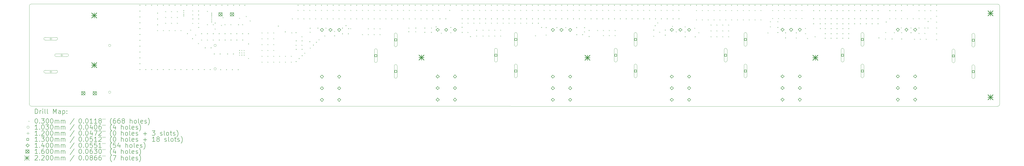
<source format=gbr>
%TF.GenerationSoftware,KiCad,Pcbnew,9.0.2-9.0.2-0~ubuntu24.04.1*%
%TF.CreationDate,2025-06-11T11:17:24+02:00*%
%TF.ProjectId,PCB_Rack,5043425f-5261-4636-9b2e-6b696361645f,rev?*%
%TF.SameCoordinates,Original*%
%TF.FileFunction,Drillmap*%
%TF.FilePolarity,Positive*%
%FSLAX45Y45*%
G04 Gerber Fmt 4.5, Leading zero omitted, Abs format (unit mm)*
G04 Created by KiCad (PCBNEW 9.0.2-9.0.2-0~ubuntu24.04.1) date 2025-06-11 11:17:24*
%MOMM*%
%LPD*%
G01*
G04 APERTURE LIST*
%ADD10C,0.050000*%
%ADD11C,0.200000*%
%ADD12C,0.100000*%
%ADD13C,0.103000*%
%ADD14C,0.120000*%
%ADD15C,0.130000*%
%ADD16C,0.140000*%
%ADD17C,0.160000*%
%ADD18C,0.220000*%
G04 APERTURE END LIST*
D10*
X48200000Y-20924000D02*
G75*
G02*
X48100000Y-21024000I-100000J0D01*
G01*
X6125000Y-16674000D02*
X6125000Y-20919000D01*
X6225000Y-21019000D02*
G75*
G02*
X6125000Y-20919000I0J100000D01*
G01*
X48200000Y-20924000D02*
X48200000Y-16679000D01*
X6225000Y-21019000D02*
X48100000Y-21024000D01*
X6125000Y-16674000D02*
G75*
G02*
X6225000Y-16574000I100000J0D01*
G01*
X48101000Y-16580000D02*
X6225000Y-16574000D01*
X48101000Y-16580000D02*
G75*
G02*
X48200000Y-16679000I0J-99000D01*
G01*
D11*
D12*
X10904000Y-16613000D02*
X10934000Y-16643000D01*
X10934000Y-16613000D02*
X10904000Y-16643000D01*
X10904000Y-16867000D02*
X10934000Y-16897000D01*
X10934000Y-16867000D02*
X10904000Y-16897000D01*
X10904000Y-17121000D02*
X10934000Y-17151000D01*
X10934000Y-17121000D02*
X10904000Y-17151000D01*
X10904000Y-17375000D02*
X10934000Y-17405000D01*
X10934000Y-17375000D02*
X10904000Y-17405000D01*
X10904000Y-17629000D02*
X10934000Y-17659000D01*
X10934000Y-17629000D02*
X10904000Y-17659000D01*
X10904000Y-17883000D02*
X10934000Y-17913000D01*
X10934000Y-17883000D02*
X10904000Y-17913000D01*
X10904000Y-18137000D02*
X10934000Y-18167000D01*
X10934000Y-18137000D02*
X10904000Y-18167000D01*
X10904000Y-18391000D02*
X10934000Y-18421000D01*
X10934000Y-18391000D02*
X10904000Y-18421000D01*
X10904000Y-18645000D02*
X10934000Y-18675000D01*
X10934000Y-18645000D02*
X10904000Y-18675000D01*
X10904000Y-18899000D02*
X10934000Y-18929000D01*
X10934000Y-18899000D02*
X10904000Y-18929000D01*
X10904000Y-19153000D02*
X10934000Y-19183000D01*
X10934000Y-19153000D02*
X10904000Y-19183000D01*
X10904000Y-19407000D02*
X10934000Y-19437000D01*
X10934000Y-19407000D02*
X10904000Y-19437000D01*
X11158000Y-16613000D02*
X11188000Y-16643000D01*
X11188000Y-16613000D02*
X11158000Y-16643000D01*
X11158000Y-19407000D02*
X11188000Y-19437000D01*
X11188000Y-19407000D02*
X11158000Y-19437000D01*
X11412000Y-16613000D02*
X11442000Y-16643000D01*
X11442000Y-16613000D02*
X11412000Y-16643000D01*
X11412000Y-19407000D02*
X11442000Y-19437000D01*
X11442000Y-19407000D02*
X11412000Y-19437000D01*
X11666000Y-16613000D02*
X11696000Y-16643000D01*
X11696000Y-16613000D02*
X11666000Y-16643000D01*
X11666000Y-19407000D02*
X11696000Y-19437000D01*
X11696000Y-19407000D02*
X11666000Y-19437000D01*
X11667000Y-16955000D02*
X11697000Y-16985000D01*
X11697000Y-16955000D02*
X11667000Y-16985000D01*
X11667000Y-17209000D02*
X11697000Y-17239000D01*
X11697000Y-17209000D02*
X11667000Y-17239000D01*
X11667000Y-17463000D02*
X11697000Y-17493000D01*
X11697000Y-17463000D02*
X11667000Y-17493000D01*
X11668000Y-17711000D02*
X11698000Y-17741000D01*
X11698000Y-17711000D02*
X11668000Y-17741000D01*
X11920000Y-16613000D02*
X11950000Y-16643000D01*
X11950000Y-16613000D02*
X11920000Y-16643000D01*
X11920000Y-19407000D02*
X11950000Y-19437000D01*
X11950000Y-19407000D02*
X11920000Y-19437000D01*
X11922000Y-17711000D02*
X11952000Y-17741000D01*
X11952000Y-17711000D02*
X11922000Y-17741000D01*
X12022000Y-16885000D02*
X12052000Y-16915000D01*
X12052000Y-16885000D02*
X12022000Y-16915000D01*
X12022000Y-17139000D02*
X12052000Y-17169000D01*
X12052000Y-17139000D02*
X12022000Y-17169000D01*
X12022000Y-17393000D02*
X12052000Y-17423000D01*
X12052000Y-17393000D02*
X12022000Y-17423000D01*
X12174000Y-16613000D02*
X12204000Y-16643000D01*
X12204000Y-16613000D02*
X12174000Y-16643000D01*
X12174000Y-19407000D02*
X12204000Y-19437000D01*
X12204000Y-19407000D02*
X12174000Y-19437000D01*
X12176000Y-17711000D02*
X12206000Y-17741000D01*
X12206000Y-17711000D02*
X12176000Y-17741000D01*
X12276000Y-16885000D02*
X12306000Y-16915000D01*
X12306000Y-16885000D02*
X12276000Y-16915000D01*
X12276000Y-17139000D02*
X12306000Y-17169000D01*
X12306000Y-17139000D02*
X12276000Y-17169000D01*
X12276000Y-17393000D02*
X12306000Y-17423000D01*
X12306000Y-17393000D02*
X12276000Y-17423000D01*
X12428000Y-16613000D02*
X12458000Y-16643000D01*
X12458000Y-16613000D02*
X12428000Y-16643000D01*
X12428000Y-19407000D02*
X12458000Y-19437000D01*
X12458000Y-19407000D02*
X12428000Y-19437000D01*
X12430000Y-17711000D02*
X12460000Y-17741000D01*
X12460000Y-17711000D02*
X12430000Y-17741000D01*
X12530000Y-16885000D02*
X12560000Y-16915000D01*
X12560000Y-16885000D02*
X12530000Y-16915000D01*
X12530000Y-17139000D02*
X12560000Y-17169000D01*
X12560000Y-17139000D02*
X12530000Y-17169000D01*
X12530000Y-17393000D02*
X12560000Y-17423000D01*
X12560000Y-17393000D02*
X12530000Y-17423000D01*
X12682000Y-16613000D02*
X12712000Y-16643000D01*
X12712000Y-16613000D02*
X12682000Y-16643000D01*
X12682000Y-19407000D02*
X12712000Y-19437000D01*
X12712000Y-19407000D02*
X12682000Y-19437000D01*
X12684000Y-17711000D02*
X12714000Y-17741000D01*
X12714000Y-17711000D02*
X12684000Y-17741000D01*
X12805000Y-16845000D02*
X12835000Y-16875000D01*
X12835000Y-16845000D02*
X12805000Y-16875000D01*
X12805000Y-16925000D02*
X12835000Y-16955000D01*
X12835000Y-16925000D02*
X12805000Y-16955000D01*
X12805000Y-17005000D02*
X12835000Y-17035000D01*
X12835000Y-17005000D02*
X12805000Y-17035000D01*
X12805000Y-17075000D02*
X12835000Y-17105000D01*
X12835000Y-17075000D02*
X12805000Y-17105000D01*
X12936000Y-16613000D02*
X12966000Y-16643000D01*
X12966000Y-16613000D02*
X12936000Y-16643000D01*
X12936000Y-19407000D02*
X12966000Y-19437000D01*
X12966000Y-19407000D02*
X12936000Y-19437000D01*
X12965000Y-17846000D02*
X12995000Y-17876000D01*
X12995000Y-17846000D02*
X12965000Y-17876000D01*
X13102000Y-17690000D02*
X13132000Y-17720000D01*
X13132000Y-17690000D02*
X13102000Y-17720000D01*
X13184000Y-18064000D02*
X13214000Y-18094000D01*
X13214000Y-18064000D02*
X13184000Y-18094000D01*
X13190000Y-16613000D02*
X13220000Y-16643000D01*
X13220000Y-16613000D02*
X13190000Y-16643000D01*
X13190000Y-19407000D02*
X13220000Y-19437000D01*
X13220000Y-19407000D02*
X13190000Y-19437000D01*
X13192000Y-16859000D02*
X13222000Y-16889000D01*
X13222000Y-16859000D02*
X13192000Y-16889000D01*
X13192000Y-17028000D02*
X13222000Y-17058000D01*
X13222000Y-17028000D02*
X13192000Y-17058000D01*
X13192000Y-17400000D02*
X13222000Y-17430000D01*
X13222000Y-17400000D02*
X13192000Y-17430000D01*
X13195000Y-17206000D02*
X13225000Y-17236000D01*
X13225000Y-17206000D02*
X13195000Y-17236000D01*
X13321000Y-17908000D02*
X13351000Y-17938000D01*
X13351000Y-17908000D02*
X13321000Y-17938000D01*
X13442000Y-18277000D02*
X13472000Y-18307000D01*
X13472000Y-18277000D02*
X13442000Y-18307000D01*
X13444000Y-16613000D02*
X13474000Y-16643000D01*
X13474000Y-16613000D02*
X13444000Y-16643000D01*
X13444000Y-19407000D02*
X13474000Y-19437000D01*
X13474000Y-19407000D02*
X13444000Y-19437000D01*
X13446000Y-16860000D02*
X13476000Y-16890000D01*
X13476000Y-16860000D02*
X13446000Y-16890000D01*
X13446000Y-17029000D02*
X13476000Y-17059000D01*
X13476000Y-17029000D02*
X13446000Y-17059000D01*
X13446000Y-17400000D02*
X13476000Y-17430000D01*
X13476000Y-17400000D02*
X13446000Y-17430000D01*
X13449000Y-17206000D02*
X13479000Y-17236000D01*
X13479000Y-17206000D02*
X13449000Y-17236000D01*
X13449000Y-17578000D02*
X13479000Y-17608000D01*
X13479000Y-17578000D02*
X13449000Y-17608000D01*
X13579000Y-17849000D02*
X13609000Y-17879000D01*
X13609000Y-17849000D02*
X13579000Y-17879000D01*
X13579000Y-18121000D02*
X13609000Y-18151000D01*
X13609000Y-18121000D02*
X13579000Y-18151000D01*
X13698000Y-16613000D02*
X13728000Y-16643000D01*
X13728000Y-16613000D02*
X13698000Y-16643000D01*
X13698000Y-19407000D02*
X13728000Y-19437000D01*
X13728000Y-19407000D02*
X13698000Y-19437000D01*
X13734000Y-18463000D02*
X13764000Y-18493000D01*
X13764000Y-18463000D02*
X13734000Y-18493000D01*
X13833000Y-17453000D02*
X13863000Y-17483000D01*
X13863000Y-17453000D02*
X13833000Y-17483000D01*
X13833000Y-17849000D02*
X13863000Y-17879000D01*
X13863000Y-17849000D02*
X13833000Y-17879000D01*
X13833000Y-18121000D02*
X13863000Y-18151000D01*
X13863000Y-18121000D02*
X13833000Y-18151000D01*
X13834000Y-16879000D02*
X13864000Y-16909000D01*
X13864000Y-16879000D02*
X13834000Y-16909000D01*
X13952000Y-16613000D02*
X13982000Y-16643000D01*
X13982000Y-16613000D02*
X13952000Y-16643000D01*
X13952000Y-19407000D02*
X13982000Y-19437000D01*
X13982000Y-19407000D02*
X13952000Y-19437000D01*
X13988000Y-18463000D02*
X14018000Y-18493000D01*
X14018000Y-18463000D02*
X13988000Y-18493000D01*
X14015000Y-16955000D02*
X14045000Y-16985000D01*
X14045000Y-16955000D02*
X14015000Y-16985000D01*
X14015000Y-17015000D02*
X14045000Y-17045000D01*
X14045000Y-17015000D02*
X14015000Y-17045000D01*
X14015000Y-17075000D02*
X14045000Y-17105000D01*
X14045000Y-17075000D02*
X14015000Y-17105000D01*
X14015000Y-17135000D02*
X14045000Y-17165000D01*
X14045000Y-17135000D02*
X14015000Y-17165000D01*
X14015000Y-17205000D02*
X14045000Y-17235000D01*
X14045000Y-17205000D02*
X14015000Y-17235000D01*
X14015000Y-17265000D02*
X14045000Y-17295000D01*
X14045000Y-17265000D02*
X14015000Y-17295000D01*
X14015000Y-17335000D02*
X14045000Y-17365000D01*
X14045000Y-17335000D02*
X14015000Y-17365000D01*
X14087000Y-17453000D02*
X14117000Y-17483000D01*
X14117000Y-17453000D02*
X14087000Y-17483000D01*
X14087000Y-17849000D02*
X14117000Y-17879000D01*
X14117000Y-17849000D02*
X14087000Y-17879000D01*
X14087000Y-18121000D02*
X14117000Y-18151000D01*
X14117000Y-18121000D02*
X14087000Y-18151000D01*
X14126000Y-18730000D02*
X14156000Y-18760000D01*
X14156000Y-18730000D02*
X14126000Y-18760000D01*
X14165000Y-17385000D02*
X14195000Y-17415000D01*
X14195000Y-17385000D02*
X14165000Y-17415000D01*
X14165000Y-17643000D02*
X14195000Y-17673000D01*
X14195000Y-17643000D02*
X14165000Y-17673000D01*
X14206000Y-16613000D02*
X14236000Y-16643000D01*
X14236000Y-16613000D02*
X14206000Y-16643000D01*
X14341000Y-17849000D02*
X14371000Y-17879000D01*
X14371000Y-17849000D02*
X14341000Y-17879000D01*
X14344000Y-18121000D02*
X14374000Y-18151000D01*
X14374000Y-18121000D02*
X14344000Y-18151000D01*
X14380000Y-18730000D02*
X14410000Y-18760000D01*
X14410000Y-18730000D02*
X14380000Y-18760000D01*
X14404000Y-19408000D02*
X14434000Y-19438000D01*
X14434000Y-19408000D02*
X14404000Y-19438000D01*
X14442000Y-17486000D02*
X14472000Y-17516000D01*
X14472000Y-17486000D02*
X14442000Y-17516000D01*
X14460000Y-16613000D02*
X14490000Y-16643000D01*
X14490000Y-16613000D02*
X14460000Y-16643000D01*
X14510000Y-17151000D02*
X14540000Y-17181000D01*
X14540000Y-17151000D02*
X14510000Y-17181000D01*
X14594000Y-17456000D02*
X14624000Y-17486000D01*
X14624000Y-17456000D02*
X14594000Y-17486000D01*
X14595000Y-17849000D02*
X14625000Y-17879000D01*
X14625000Y-17849000D02*
X14595000Y-17879000D01*
X14598000Y-18121000D02*
X14628000Y-18151000D01*
X14628000Y-18121000D02*
X14598000Y-18151000D01*
X14658000Y-19408000D02*
X14688000Y-19438000D01*
X14688000Y-19408000D02*
X14658000Y-19438000D01*
X14702000Y-18730000D02*
X14732000Y-18760000D01*
X14732000Y-18730000D02*
X14702000Y-18760000D01*
X14714000Y-16613000D02*
X14744000Y-16643000D01*
X14744000Y-16613000D02*
X14714000Y-16643000D01*
X14848000Y-17456000D02*
X14878000Y-17486000D01*
X14878000Y-17456000D02*
X14848000Y-17486000D01*
X14849000Y-17849000D02*
X14879000Y-17879000D01*
X14879000Y-17849000D02*
X14849000Y-17879000D01*
X14852000Y-18121000D02*
X14882000Y-18151000D01*
X14882000Y-18121000D02*
X14852000Y-18151000D01*
X14912000Y-19408000D02*
X14942000Y-19438000D01*
X14942000Y-19408000D02*
X14912000Y-19438000D01*
X14956000Y-18730000D02*
X14986000Y-18760000D01*
X14986000Y-18730000D02*
X14956000Y-18760000D01*
X14968000Y-16613000D02*
X14998000Y-16643000D01*
X14998000Y-16613000D02*
X14968000Y-16643000D01*
X15103000Y-17849000D02*
X15133000Y-17879000D01*
X15133000Y-17849000D02*
X15103000Y-17879000D01*
X15106000Y-18121000D02*
X15136000Y-18151000D01*
X15136000Y-18121000D02*
X15106000Y-18151000D01*
X15166000Y-19408000D02*
X15196000Y-19438000D01*
X15196000Y-19408000D02*
X15166000Y-19438000D01*
X15179000Y-17458000D02*
X15209000Y-17488000D01*
X15209000Y-17458000D02*
X15179000Y-17488000D01*
X15222000Y-16613000D02*
X15252000Y-16643000D01*
X15252000Y-16613000D02*
X15222000Y-16643000D01*
X15224000Y-18580000D02*
X15254000Y-18610000D01*
X15254000Y-18580000D02*
X15224000Y-18610000D01*
X15224000Y-18680000D02*
X15254000Y-18710000D01*
X15254000Y-18680000D02*
X15224000Y-18710000D01*
X15224000Y-18780000D02*
X15254000Y-18810000D01*
X15254000Y-18780000D02*
X15224000Y-18810000D01*
X15225000Y-17178000D02*
X15255000Y-17208000D01*
X15255000Y-17178000D02*
X15225000Y-17208000D01*
X15324000Y-18580000D02*
X15354000Y-18610000D01*
X15354000Y-18580000D02*
X15324000Y-18610000D01*
X15324000Y-18680000D02*
X15354000Y-18710000D01*
X15354000Y-18680000D02*
X15324000Y-18710000D01*
X15324000Y-18780000D02*
X15354000Y-18810000D01*
X15354000Y-18780000D02*
X15324000Y-18810000D01*
X15354000Y-17456000D02*
X15384000Y-17486000D01*
X15384000Y-17456000D02*
X15354000Y-17486000D01*
X15357000Y-17849000D02*
X15387000Y-17879000D01*
X15387000Y-17849000D02*
X15357000Y-17879000D01*
X15360000Y-18121000D02*
X15390000Y-18151000D01*
X15390000Y-18121000D02*
X15360000Y-18151000D01*
X15424000Y-18580000D02*
X15454000Y-18610000D01*
X15454000Y-18580000D02*
X15424000Y-18610000D01*
X15424000Y-18680000D02*
X15454000Y-18710000D01*
X15454000Y-18680000D02*
X15424000Y-18710000D01*
X15424000Y-18780000D02*
X15454000Y-18810000D01*
X15454000Y-18780000D02*
X15424000Y-18810000D01*
X15453000Y-16615000D02*
X15483000Y-16645000D01*
X15483000Y-16615000D02*
X15453000Y-16645000D01*
X15518000Y-17097000D02*
X15548000Y-17127000D01*
X15548000Y-17097000D02*
X15518000Y-17127000D01*
X15611000Y-17849000D02*
X15641000Y-17879000D01*
X15641000Y-17849000D02*
X15611000Y-17879000D01*
X15613000Y-18293000D02*
X15643000Y-18323000D01*
X15643000Y-18293000D02*
X15613000Y-18323000D01*
X15613000Y-18923000D02*
X15643000Y-18953000D01*
X15643000Y-18923000D02*
X15613000Y-18953000D01*
X15684000Y-17294000D02*
X15714000Y-17324000D01*
X15714000Y-17294000D02*
X15684000Y-17324000D01*
X16197000Y-17814000D02*
X16227000Y-17844000D01*
X16227000Y-17814000D02*
X16197000Y-17844000D01*
X16197000Y-18068000D02*
X16227000Y-18098000D01*
X16227000Y-18068000D02*
X16197000Y-18098000D01*
X16197000Y-18322000D02*
X16227000Y-18352000D01*
X16227000Y-18322000D02*
X16197000Y-18352000D01*
X16197000Y-18576000D02*
X16227000Y-18606000D01*
X16227000Y-18576000D02*
X16197000Y-18606000D01*
X16197000Y-18830000D02*
X16227000Y-18860000D01*
X16227000Y-18830000D02*
X16197000Y-18860000D01*
X16197000Y-19084000D02*
X16227000Y-19114000D01*
X16227000Y-19084000D02*
X16197000Y-19114000D01*
X16451000Y-17814000D02*
X16481000Y-17844000D01*
X16481000Y-17814000D02*
X16451000Y-17844000D01*
X16451000Y-18068000D02*
X16481000Y-18098000D01*
X16481000Y-18068000D02*
X16451000Y-18098000D01*
X16451000Y-18322000D02*
X16481000Y-18352000D01*
X16481000Y-18322000D02*
X16451000Y-18352000D01*
X16451000Y-18576000D02*
X16481000Y-18606000D01*
X16481000Y-18576000D02*
X16451000Y-18606000D01*
X16451000Y-18830000D02*
X16481000Y-18860000D01*
X16481000Y-18830000D02*
X16451000Y-18860000D01*
X16451000Y-19084000D02*
X16481000Y-19114000D01*
X16481000Y-19084000D02*
X16451000Y-19114000D01*
X16705000Y-17814000D02*
X16735000Y-17844000D01*
X16735000Y-17814000D02*
X16705000Y-17844000D01*
X16705000Y-18068000D02*
X16735000Y-18098000D01*
X16735000Y-18068000D02*
X16705000Y-18098000D01*
X16705000Y-18322000D02*
X16735000Y-18352000D01*
X16735000Y-18322000D02*
X16705000Y-18352000D01*
X16705000Y-18576000D02*
X16735000Y-18606000D01*
X16735000Y-18576000D02*
X16705000Y-18606000D01*
X16705000Y-18830000D02*
X16735000Y-18860000D01*
X16735000Y-18830000D02*
X16705000Y-18860000D01*
X16705000Y-19084000D02*
X16735000Y-19114000D01*
X16735000Y-19084000D02*
X16705000Y-19114000D01*
X16904000Y-17516000D02*
X16934000Y-17546000D01*
X16934000Y-17516000D02*
X16904000Y-17546000D01*
X16959000Y-18830000D02*
X16989000Y-18860000D01*
X16989000Y-18830000D02*
X16959000Y-18860000D01*
X16959000Y-19084000D02*
X16989000Y-19114000D01*
X16989000Y-19084000D02*
X16959000Y-19114000D01*
X17207000Y-17769000D02*
X17237000Y-17799000D01*
X17237000Y-17769000D02*
X17207000Y-17799000D01*
X17213000Y-18830000D02*
X17243000Y-18860000D01*
X17243000Y-18830000D02*
X17213000Y-18860000D01*
X17213000Y-19084000D02*
X17243000Y-19114000D01*
X17243000Y-19084000D02*
X17213000Y-19114000D01*
X17467000Y-18830000D02*
X17497000Y-18860000D01*
X17497000Y-18830000D02*
X17467000Y-18860000D01*
X17467000Y-19084000D02*
X17497000Y-19114000D01*
X17497000Y-19084000D02*
X17467000Y-19114000D01*
X17488000Y-17811000D02*
X17518000Y-17841000D01*
X17518000Y-17811000D02*
X17488000Y-17841000D01*
X17515000Y-17202000D02*
X17545000Y-17232000D01*
X17545000Y-17202000D02*
X17515000Y-17232000D01*
X17672000Y-17803000D02*
X17702000Y-17833000D01*
X17702000Y-17803000D02*
X17672000Y-17833000D01*
X17674000Y-19059000D02*
X17704000Y-19089000D01*
X17704000Y-19059000D02*
X17674000Y-19089000D01*
X17675000Y-18352000D02*
X17705000Y-18382000D01*
X17705000Y-18352000D02*
X17675000Y-18382000D01*
X17678000Y-18158000D02*
X17708000Y-18188000D01*
X17708000Y-18158000D02*
X17678000Y-18188000D01*
X17678000Y-18529000D02*
X17708000Y-18559000D01*
X17708000Y-18529000D02*
X17678000Y-18559000D01*
X17762000Y-16613000D02*
X17792000Y-16643000D01*
X17792000Y-16613000D02*
X17762000Y-16643000D01*
X17762000Y-16838000D02*
X17792000Y-16868000D01*
X17792000Y-16838000D02*
X17762000Y-16868000D01*
X17762000Y-17201000D02*
X17792000Y-17231000D01*
X17792000Y-17201000D02*
X17762000Y-17231000D01*
X17807000Y-18927000D02*
X17837000Y-18957000D01*
X17837000Y-18927000D02*
X17807000Y-18957000D01*
X17929000Y-17980000D02*
X17959000Y-18010000D01*
X17959000Y-17980000D02*
X17929000Y-18010000D01*
X17929000Y-18352000D02*
X17959000Y-18382000D01*
X17959000Y-18352000D02*
X17929000Y-18382000D01*
X17932000Y-18158000D02*
X17962000Y-18188000D01*
X17962000Y-18158000D02*
X17932000Y-18188000D01*
X17932000Y-18529000D02*
X17962000Y-18559000D01*
X17962000Y-18529000D02*
X17932000Y-18559000D01*
X17938000Y-18804000D02*
X17968000Y-18834000D01*
X17968000Y-18804000D02*
X17938000Y-18834000D01*
X18016000Y-16613000D02*
X18046000Y-16643000D01*
X18046000Y-16613000D02*
X18016000Y-16643000D01*
X18016000Y-16838000D02*
X18046000Y-16868000D01*
X18046000Y-16838000D02*
X18016000Y-16868000D01*
X18016000Y-17201000D02*
X18046000Y-17231000D01*
X18046000Y-17201000D02*
X18016000Y-17231000D01*
X18053000Y-18693000D02*
X18083000Y-18723000D01*
X18083000Y-18693000D02*
X18053000Y-18723000D01*
X18269000Y-18194000D02*
X18299000Y-18224000D01*
X18299000Y-18194000D02*
X18269000Y-18224000D01*
X18270000Y-16613000D02*
X18300000Y-16643000D01*
X18300000Y-16613000D02*
X18270000Y-16643000D01*
X18270000Y-16838000D02*
X18300000Y-16868000D01*
X18300000Y-16838000D02*
X18270000Y-16868000D01*
X18270000Y-17201000D02*
X18300000Y-17231000D01*
X18300000Y-17201000D02*
X18270000Y-17231000D01*
X18284000Y-17609000D02*
X18314000Y-17639000D01*
X18314000Y-17609000D02*
X18284000Y-17639000D01*
X18287000Y-17786000D02*
X18317000Y-17816000D01*
X18317000Y-17786000D02*
X18287000Y-17816000D01*
X18291000Y-18475000D02*
X18321000Y-18505000D01*
X18321000Y-18475000D02*
X18291000Y-18505000D01*
X18424000Y-18343000D02*
X18454000Y-18373000D01*
X18454000Y-18343000D02*
X18424000Y-18373000D01*
X18524000Y-16613000D02*
X18554000Y-16643000D01*
X18554000Y-16613000D02*
X18524000Y-16643000D01*
X18524000Y-16838000D02*
X18554000Y-16868000D01*
X18554000Y-16838000D02*
X18524000Y-16868000D01*
X18524000Y-17201000D02*
X18554000Y-17231000D01*
X18554000Y-17201000D02*
X18524000Y-17231000D01*
X18555000Y-18220000D02*
X18585000Y-18250000D01*
X18585000Y-18220000D02*
X18555000Y-18250000D01*
X18619000Y-17608000D02*
X18649000Y-17638000D01*
X18649000Y-17608000D02*
X18619000Y-17638000D01*
X18670000Y-18109000D02*
X18700000Y-18139000D01*
X18700000Y-18109000D02*
X18670000Y-18139000D01*
X18778000Y-16613000D02*
X18808000Y-16643000D01*
X18808000Y-16613000D02*
X18778000Y-16643000D01*
X18778000Y-16838000D02*
X18808000Y-16868000D01*
X18808000Y-16838000D02*
X18778000Y-16868000D01*
X18778000Y-17201000D02*
X18808000Y-17231000D01*
X18808000Y-17201000D02*
X18778000Y-17231000D01*
X18921000Y-17946000D02*
X18951000Y-17976000D01*
X18951000Y-17946000D02*
X18921000Y-17976000D01*
X18969000Y-17608000D02*
X18999000Y-17638000D01*
X18999000Y-17608000D02*
X18969000Y-17638000D01*
X19032000Y-16613000D02*
X19062000Y-16643000D01*
X19062000Y-16613000D02*
X19032000Y-16643000D01*
X19032000Y-16838000D02*
X19062000Y-16868000D01*
X19062000Y-16838000D02*
X19032000Y-16868000D01*
X19032000Y-17201000D02*
X19062000Y-17231000D01*
X19062000Y-17201000D02*
X19032000Y-17231000D01*
X19286000Y-16613000D02*
X19316000Y-16643000D01*
X19316000Y-16613000D02*
X19286000Y-16643000D01*
X19286000Y-16838000D02*
X19316000Y-16868000D01*
X19316000Y-16838000D02*
X19286000Y-16868000D01*
X19286000Y-17201000D02*
X19316000Y-17231000D01*
X19316000Y-17201000D02*
X19286000Y-17231000D01*
X19343000Y-17750000D02*
X19373000Y-17780000D01*
X19373000Y-17750000D02*
X19343000Y-17780000D01*
X19344000Y-17940000D02*
X19374000Y-17970000D01*
X19374000Y-17940000D02*
X19344000Y-17970000D01*
X19540000Y-16613000D02*
X19570000Y-16643000D01*
X19570000Y-16613000D02*
X19540000Y-16643000D01*
X19540000Y-16838000D02*
X19570000Y-16868000D01*
X19570000Y-16838000D02*
X19540000Y-16868000D01*
X19540000Y-17201000D02*
X19570000Y-17231000D01*
X19570000Y-17201000D02*
X19540000Y-17231000D01*
X19685000Y-17850000D02*
X19715000Y-17880000D01*
X19715000Y-17850000D02*
X19685000Y-17880000D01*
X19688000Y-17605000D02*
X19718000Y-17635000D01*
X19718000Y-17605000D02*
X19688000Y-17635000D01*
X19794000Y-16613000D02*
X19824000Y-16643000D01*
X19824000Y-16613000D02*
X19794000Y-16643000D01*
X19794000Y-16838000D02*
X19824000Y-16868000D01*
X19824000Y-16838000D02*
X19794000Y-16868000D01*
X19794000Y-17201000D02*
X19824000Y-17231000D01*
X19824000Y-17201000D02*
X19794000Y-17231000D01*
X19839000Y-17495000D02*
X19869000Y-17525000D01*
X19869000Y-17495000D02*
X19839000Y-17525000D01*
X19939000Y-17850000D02*
X19969000Y-17880000D01*
X19969000Y-17850000D02*
X19939000Y-17880000D01*
X19951000Y-17628000D02*
X19981000Y-17658000D01*
X19981000Y-17628000D02*
X19951000Y-17658000D01*
X20042000Y-17629000D02*
X20072000Y-17659000D01*
X20072000Y-17629000D02*
X20042000Y-17659000D01*
X20048000Y-16613000D02*
X20078000Y-16643000D01*
X20078000Y-16613000D02*
X20048000Y-16643000D01*
X20048000Y-16838000D02*
X20078000Y-16868000D01*
X20078000Y-16838000D02*
X20048000Y-16868000D01*
X20048000Y-17201000D02*
X20078000Y-17231000D01*
X20078000Y-17201000D02*
X20048000Y-17231000D01*
X20302000Y-16613000D02*
X20332000Y-16643000D01*
X20332000Y-16613000D02*
X20302000Y-16643000D01*
X20302000Y-16838000D02*
X20332000Y-16868000D01*
X20332000Y-16838000D02*
X20302000Y-16868000D01*
X20302000Y-17201000D02*
X20332000Y-17231000D01*
X20332000Y-17201000D02*
X20302000Y-17231000D01*
X20554000Y-17887000D02*
X20584000Y-17917000D01*
X20584000Y-17887000D02*
X20554000Y-17917000D01*
X20556000Y-16613000D02*
X20586000Y-16643000D01*
X20586000Y-16613000D02*
X20556000Y-16643000D01*
X20556000Y-16838000D02*
X20586000Y-16868000D01*
X20586000Y-16838000D02*
X20556000Y-16868000D01*
X20556000Y-17201000D02*
X20586000Y-17231000D01*
X20586000Y-17201000D02*
X20556000Y-17231000D01*
X20808000Y-17633000D02*
X20838000Y-17663000D01*
X20838000Y-17633000D02*
X20808000Y-17663000D01*
X20808000Y-17887000D02*
X20838000Y-17917000D01*
X20838000Y-17887000D02*
X20808000Y-17917000D01*
X20810000Y-16613000D02*
X20840000Y-16643000D01*
X20840000Y-16613000D02*
X20810000Y-16643000D01*
X20810000Y-16838000D02*
X20840000Y-16868000D01*
X20840000Y-16838000D02*
X20810000Y-16868000D01*
X20810000Y-17201000D02*
X20840000Y-17231000D01*
X20840000Y-17201000D02*
X20810000Y-17231000D01*
X21062000Y-17633000D02*
X21092000Y-17663000D01*
X21092000Y-17633000D02*
X21062000Y-17663000D01*
X21062000Y-17887000D02*
X21092000Y-17917000D01*
X21092000Y-17887000D02*
X21062000Y-17917000D01*
X21064000Y-16613000D02*
X21094000Y-16643000D01*
X21094000Y-16613000D02*
X21064000Y-16643000D01*
X21064000Y-16838000D02*
X21094000Y-16868000D01*
X21094000Y-16838000D02*
X21064000Y-16868000D01*
X21064000Y-17201000D02*
X21094000Y-17231000D01*
X21094000Y-17201000D02*
X21064000Y-17231000D01*
X21316000Y-17633000D02*
X21346000Y-17663000D01*
X21346000Y-17633000D02*
X21316000Y-17663000D01*
X21316000Y-17887000D02*
X21346000Y-17917000D01*
X21346000Y-17887000D02*
X21316000Y-17917000D01*
X21318000Y-16613000D02*
X21348000Y-16643000D01*
X21348000Y-16613000D02*
X21318000Y-16643000D01*
X21318000Y-16838000D02*
X21348000Y-16868000D01*
X21348000Y-16838000D02*
X21318000Y-16868000D01*
X21318000Y-17201000D02*
X21348000Y-17231000D01*
X21348000Y-17201000D02*
X21318000Y-17231000D01*
X21572000Y-16613000D02*
X21602000Y-16643000D01*
X21602000Y-16613000D02*
X21572000Y-16643000D01*
X21572000Y-16838000D02*
X21602000Y-16868000D01*
X21602000Y-16838000D02*
X21572000Y-16868000D01*
X21572000Y-17201000D02*
X21602000Y-17231000D01*
X21602000Y-17201000D02*
X21572000Y-17231000D01*
X21826000Y-16613000D02*
X21856000Y-16643000D01*
X21856000Y-16613000D02*
X21826000Y-16643000D01*
X21826000Y-16838000D02*
X21856000Y-16868000D01*
X21856000Y-16838000D02*
X21826000Y-16868000D01*
X21826000Y-17201000D02*
X21856000Y-17231000D01*
X21856000Y-17201000D02*
X21826000Y-17231000D01*
X22080000Y-16613000D02*
X22110000Y-16643000D01*
X22110000Y-16613000D02*
X22080000Y-16643000D01*
X22080000Y-16838000D02*
X22110000Y-16868000D01*
X22110000Y-16838000D02*
X22080000Y-16868000D01*
X22080000Y-17201000D02*
X22110000Y-17231000D01*
X22110000Y-17201000D02*
X22080000Y-17231000D01*
X22334000Y-16613000D02*
X22364000Y-16643000D01*
X22364000Y-16613000D02*
X22334000Y-16643000D01*
X22334000Y-16838000D02*
X22364000Y-16868000D01*
X22364000Y-16838000D02*
X22334000Y-16868000D01*
X22334000Y-17201000D02*
X22364000Y-17231000D01*
X22364000Y-17201000D02*
X22334000Y-17231000D01*
X22560000Y-17763000D02*
X22590000Y-17793000D01*
X22590000Y-17763000D02*
X22560000Y-17793000D01*
X22564000Y-17604000D02*
X22594000Y-17634000D01*
X22594000Y-17604000D02*
X22564000Y-17634000D01*
X22588000Y-16613000D02*
X22618000Y-16643000D01*
X22618000Y-16613000D02*
X22588000Y-16643000D01*
X22588000Y-16838000D02*
X22618000Y-16868000D01*
X22618000Y-16838000D02*
X22588000Y-16868000D01*
X22588000Y-17201000D02*
X22618000Y-17231000D01*
X22618000Y-17201000D02*
X22588000Y-17231000D01*
X22842000Y-16613000D02*
X22872000Y-16643000D01*
X22872000Y-16613000D02*
X22842000Y-16643000D01*
X22842000Y-16838000D02*
X22872000Y-16868000D01*
X22872000Y-16838000D02*
X22842000Y-16868000D01*
X22842000Y-17201000D02*
X22872000Y-17231000D01*
X22872000Y-17201000D02*
X22842000Y-17231000D01*
X22863000Y-17762000D02*
X22893000Y-17792000D01*
X22893000Y-17762000D02*
X22863000Y-17792000D01*
X22867000Y-17603000D02*
X22897000Y-17633000D01*
X22897000Y-17603000D02*
X22867000Y-17633000D01*
X23096000Y-16613000D02*
X23126000Y-16643000D01*
X23126000Y-16613000D02*
X23096000Y-16643000D01*
X23096000Y-16838000D02*
X23126000Y-16868000D01*
X23126000Y-16838000D02*
X23096000Y-16868000D01*
X23096000Y-17201000D02*
X23126000Y-17231000D01*
X23126000Y-17201000D02*
X23096000Y-17231000D01*
X23253000Y-17787000D02*
X23283000Y-17817000D01*
X23283000Y-17787000D02*
X23253000Y-17817000D01*
X23256000Y-17601000D02*
X23286000Y-17631000D01*
X23286000Y-17601000D02*
X23256000Y-17631000D01*
X23350000Y-16613000D02*
X23380000Y-16643000D01*
X23380000Y-16613000D02*
X23350000Y-16643000D01*
X23350000Y-16838000D02*
X23380000Y-16868000D01*
X23380000Y-16838000D02*
X23350000Y-16868000D01*
X23350000Y-17201000D02*
X23380000Y-17231000D01*
X23380000Y-17201000D02*
X23350000Y-17231000D01*
X23544000Y-17788000D02*
X23574000Y-17818000D01*
X23574000Y-17788000D02*
X23544000Y-17818000D01*
X23547000Y-17602000D02*
X23577000Y-17632000D01*
X23577000Y-17602000D02*
X23547000Y-17632000D01*
X23604000Y-16613000D02*
X23634000Y-16643000D01*
X23634000Y-16613000D02*
X23604000Y-16643000D01*
X23604000Y-16838000D02*
X23634000Y-16868000D01*
X23634000Y-16838000D02*
X23604000Y-16868000D01*
X23604000Y-17201000D02*
X23634000Y-17231000D01*
X23634000Y-17201000D02*
X23604000Y-17231000D01*
X23744000Y-17551000D02*
X23774000Y-17581000D01*
X23774000Y-17551000D02*
X23744000Y-17581000D01*
X23858000Y-16613000D02*
X23888000Y-16643000D01*
X23888000Y-16613000D02*
X23858000Y-16643000D01*
X23858000Y-16838000D02*
X23888000Y-16868000D01*
X23888000Y-16838000D02*
X23858000Y-16868000D01*
X23911000Y-17202000D02*
X23941000Y-17232000D01*
X23941000Y-17202000D02*
X23911000Y-17232000D01*
X23975000Y-17827000D02*
X24005000Y-17857000D01*
X24005000Y-17827000D02*
X23975000Y-17857000D01*
X24112000Y-16613000D02*
X24142000Y-16643000D01*
X24142000Y-16613000D02*
X24112000Y-16643000D01*
X24165000Y-17202000D02*
X24195000Y-17232000D01*
X24195000Y-17202000D02*
X24165000Y-17232000D01*
X24335000Y-16838000D02*
X24365000Y-16868000D01*
X24365000Y-16838000D02*
X24335000Y-16868000D01*
X24366000Y-16613000D02*
X24396000Y-16643000D01*
X24396000Y-16613000D02*
X24366000Y-16643000D01*
X24382000Y-17578000D02*
X24412000Y-17608000D01*
X24412000Y-17578000D02*
X24382000Y-17608000D01*
X24384000Y-17805000D02*
X24414000Y-17835000D01*
X24414000Y-17805000D02*
X24384000Y-17835000D01*
X24620000Y-16613000D02*
X24650000Y-16643000D01*
X24650000Y-16613000D02*
X24620000Y-16643000D01*
X24873000Y-17567000D02*
X24903000Y-17597000D01*
X24903000Y-17567000D02*
X24873000Y-17597000D01*
X24874000Y-16613000D02*
X24904000Y-16643000D01*
X24904000Y-16613000D02*
X24874000Y-16643000D01*
X24874000Y-16834000D02*
X24904000Y-16864000D01*
X24904000Y-16834000D02*
X24874000Y-16864000D01*
X24875000Y-17794000D02*
X24905000Y-17824000D01*
X24905000Y-17794000D02*
X24875000Y-17824000D01*
X24876000Y-17200000D02*
X24906000Y-17230000D01*
X24906000Y-17200000D02*
X24876000Y-17230000D01*
X24876000Y-17392000D02*
X24906000Y-17422000D01*
X24906000Y-17392000D02*
X24876000Y-17422000D01*
X25128000Y-16613000D02*
X25158000Y-16643000D01*
X25158000Y-16613000D02*
X25128000Y-16643000D01*
X25128000Y-16834000D02*
X25158000Y-16864000D01*
X25158000Y-16834000D02*
X25128000Y-16864000D01*
X25128000Y-17795000D02*
X25158000Y-17825000D01*
X25158000Y-17795000D02*
X25128000Y-17825000D01*
X25130000Y-17200000D02*
X25160000Y-17230000D01*
X25160000Y-17200000D02*
X25130000Y-17230000D01*
X25130000Y-17392000D02*
X25160000Y-17422000D01*
X25160000Y-17392000D02*
X25130000Y-17422000D01*
X25238000Y-17974000D02*
X25268000Y-18004000D01*
X25268000Y-17974000D02*
X25238000Y-18004000D01*
X25382000Y-16613000D02*
X25412000Y-16643000D01*
X25412000Y-16613000D02*
X25382000Y-16643000D01*
X25382000Y-16834000D02*
X25412000Y-16864000D01*
X25412000Y-16834000D02*
X25382000Y-16864000D01*
X25384000Y-17200000D02*
X25414000Y-17230000D01*
X25414000Y-17200000D02*
X25384000Y-17230000D01*
X25384000Y-17392000D02*
X25414000Y-17422000D01*
X25414000Y-17392000D02*
X25384000Y-17422000D01*
X25503000Y-17699000D02*
X25533000Y-17729000D01*
X25533000Y-17699000D02*
X25503000Y-17729000D01*
X25504000Y-17949000D02*
X25534000Y-17979000D01*
X25534000Y-17949000D02*
X25504000Y-17979000D01*
X25636000Y-16613000D02*
X25666000Y-16643000D01*
X25666000Y-16613000D02*
X25636000Y-16643000D01*
X25636000Y-16834000D02*
X25666000Y-16864000D01*
X25666000Y-16834000D02*
X25636000Y-16864000D01*
X25638000Y-17200000D02*
X25668000Y-17230000D01*
X25668000Y-17200000D02*
X25638000Y-17230000D01*
X25638000Y-17392000D02*
X25668000Y-17422000D01*
X25668000Y-17392000D02*
X25638000Y-17422000D01*
X25782000Y-17694000D02*
X25812000Y-17724000D01*
X25812000Y-17694000D02*
X25782000Y-17724000D01*
X25782000Y-17948000D02*
X25812000Y-17978000D01*
X25812000Y-17948000D02*
X25782000Y-17978000D01*
X25890000Y-16613000D02*
X25920000Y-16643000D01*
X25920000Y-16613000D02*
X25890000Y-16643000D01*
X25890000Y-16834000D02*
X25920000Y-16864000D01*
X25920000Y-16834000D02*
X25890000Y-16864000D01*
X25892000Y-17200000D02*
X25922000Y-17230000D01*
X25922000Y-17200000D02*
X25892000Y-17230000D01*
X25892000Y-17392000D02*
X25922000Y-17422000D01*
X25922000Y-17392000D02*
X25892000Y-17422000D01*
X26036000Y-17694000D02*
X26066000Y-17724000D01*
X26066000Y-17694000D02*
X26036000Y-17724000D01*
X26036000Y-17948000D02*
X26066000Y-17978000D01*
X26066000Y-17948000D02*
X26036000Y-17978000D01*
X26144000Y-16613000D02*
X26174000Y-16643000D01*
X26174000Y-16613000D02*
X26144000Y-16643000D01*
X26144000Y-16834000D02*
X26174000Y-16864000D01*
X26174000Y-16834000D02*
X26144000Y-16864000D01*
X26146000Y-17200000D02*
X26176000Y-17230000D01*
X26176000Y-17200000D02*
X26146000Y-17230000D01*
X26146000Y-17392000D02*
X26176000Y-17422000D01*
X26176000Y-17392000D02*
X26146000Y-17422000D01*
X26290000Y-17694000D02*
X26320000Y-17724000D01*
X26320000Y-17694000D02*
X26290000Y-17724000D01*
X26290000Y-17948000D02*
X26320000Y-17978000D01*
X26320000Y-17948000D02*
X26290000Y-17978000D01*
X26398000Y-16613000D02*
X26428000Y-16643000D01*
X26428000Y-16613000D02*
X26398000Y-16643000D01*
X26398000Y-16834000D02*
X26428000Y-16864000D01*
X26428000Y-16834000D02*
X26398000Y-16864000D01*
X26400000Y-17200000D02*
X26430000Y-17230000D01*
X26430000Y-17200000D02*
X26400000Y-17230000D01*
X26400000Y-17392000D02*
X26430000Y-17422000D01*
X26430000Y-17392000D02*
X26400000Y-17422000D01*
X26544000Y-17694000D02*
X26574000Y-17724000D01*
X26574000Y-17694000D02*
X26544000Y-17724000D01*
X26544000Y-17948000D02*
X26574000Y-17978000D01*
X26574000Y-17948000D02*
X26544000Y-17978000D01*
X26652000Y-16613000D02*
X26682000Y-16643000D01*
X26682000Y-16613000D02*
X26652000Y-16643000D01*
X26652000Y-16834000D02*
X26682000Y-16864000D01*
X26682000Y-16834000D02*
X26652000Y-16864000D01*
X26654000Y-17200000D02*
X26684000Y-17230000D01*
X26684000Y-17200000D02*
X26654000Y-17230000D01*
X26654000Y-17392000D02*
X26684000Y-17422000D01*
X26684000Y-17392000D02*
X26654000Y-17422000D01*
X26906000Y-16613000D02*
X26936000Y-16643000D01*
X26936000Y-16613000D02*
X26906000Y-16643000D01*
X26906000Y-16834000D02*
X26936000Y-16864000D01*
X26936000Y-16834000D02*
X26906000Y-16864000D01*
X26908000Y-17200000D02*
X26938000Y-17230000D01*
X26938000Y-17200000D02*
X26908000Y-17230000D01*
X26908000Y-17392000D02*
X26938000Y-17422000D01*
X26938000Y-17392000D02*
X26908000Y-17422000D01*
X27160000Y-16613000D02*
X27190000Y-16643000D01*
X27190000Y-16613000D02*
X27160000Y-16643000D01*
X27160000Y-16834000D02*
X27190000Y-16864000D01*
X27190000Y-16834000D02*
X27160000Y-16864000D01*
X27162000Y-17200000D02*
X27192000Y-17230000D01*
X27192000Y-17200000D02*
X27162000Y-17230000D01*
X27162000Y-17392000D02*
X27192000Y-17422000D01*
X27192000Y-17392000D02*
X27162000Y-17422000D01*
X27414000Y-16613000D02*
X27444000Y-16643000D01*
X27444000Y-16613000D02*
X27414000Y-16643000D01*
X27414000Y-16834000D02*
X27444000Y-16864000D01*
X27444000Y-16834000D02*
X27414000Y-16864000D01*
X27416000Y-17200000D02*
X27446000Y-17230000D01*
X27446000Y-17200000D02*
X27416000Y-17230000D01*
X27416000Y-17392000D02*
X27446000Y-17422000D01*
X27446000Y-17392000D02*
X27416000Y-17422000D01*
X27668000Y-16613000D02*
X27698000Y-16643000D01*
X27698000Y-16613000D02*
X27668000Y-16643000D01*
X27668000Y-16834000D02*
X27698000Y-16864000D01*
X27698000Y-16834000D02*
X27668000Y-16864000D01*
X27670000Y-17200000D02*
X27700000Y-17230000D01*
X27700000Y-17200000D02*
X27670000Y-17230000D01*
X27670000Y-17392000D02*
X27700000Y-17422000D01*
X27700000Y-17392000D02*
X27670000Y-17422000D01*
X27922000Y-16613000D02*
X27952000Y-16643000D01*
X27952000Y-16613000D02*
X27922000Y-16643000D01*
X27922000Y-16834000D02*
X27952000Y-16864000D01*
X27952000Y-16834000D02*
X27922000Y-16864000D01*
X27923000Y-17394000D02*
X27953000Y-17424000D01*
X27953000Y-17394000D02*
X27923000Y-17424000D01*
X27924000Y-17200000D02*
X27954000Y-17230000D01*
X27954000Y-17200000D02*
X27924000Y-17230000D01*
X28057000Y-17939000D02*
X28087000Y-17969000D01*
X28087000Y-17939000D02*
X28057000Y-17969000D01*
X28176000Y-16613000D02*
X28206000Y-16643000D01*
X28206000Y-16613000D02*
X28176000Y-16643000D01*
X28176000Y-16834000D02*
X28206000Y-16864000D01*
X28206000Y-16834000D02*
X28176000Y-16864000D01*
X28177000Y-17394000D02*
X28207000Y-17424000D01*
X28207000Y-17394000D02*
X28177000Y-17424000D01*
X28178000Y-17200000D02*
X28208000Y-17230000D01*
X28208000Y-17200000D02*
X28178000Y-17230000D01*
X28318000Y-17578000D02*
X28348000Y-17608000D01*
X28348000Y-17578000D02*
X28318000Y-17608000D01*
X28430000Y-16613000D02*
X28460000Y-16643000D01*
X28460000Y-16613000D02*
X28430000Y-16643000D01*
X28430000Y-16834000D02*
X28460000Y-16864000D01*
X28460000Y-16834000D02*
X28430000Y-16864000D01*
X28432000Y-17200000D02*
X28462000Y-17230000D01*
X28462000Y-17200000D02*
X28432000Y-17230000D01*
X28517000Y-17580000D02*
X28547000Y-17610000D01*
X28547000Y-17580000D02*
X28517000Y-17610000D01*
X28518000Y-17907000D02*
X28548000Y-17937000D01*
X28548000Y-17907000D02*
X28518000Y-17937000D01*
X28684000Y-16613000D02*
X28714000Y-16643000D01*
X28714000Y-16613000D02*
X28684000Y-16643000D01*
X28684000Y-16834000D02*
X28714000Y-16864000D01*
X28714000Y-16834000D02*
X28684000Y-16864000D01*
X28686000Y-17200000D02*
X28716000Y-17230000D01*
X28716000Y-17200000D02*
X28686000Y-17230000D01*
X28938000Y-16613000D02*
X28968000Y-16643000D01*
X28968000Y-16613000D02*
X28938000Y-16643000D01*
X28938000Y-16834000D02*
X28968000Y-16864000D01*
X28968000Y-16834000D02*
X28938000Y-16864000D01*
X28940000Y-17200000D02*
X28970000Y-17230000D01*
X28970000Y-17200000D02*
X28940000Y-17230000D01*
X28983000Y-17582000D02*
X29013000Y-17612000D01*
X29013000Y-17582000D02*
X28983000Y-17612000D01*
X29192000Y-16613000D02*
X29222000Y-16643000D01*
X29222000Y-16613000D02*
X29192000Y-16643000D01*
X29192000Y-16834000D02*
X29222000Y-16864000D01*
X29222000Y-16834000D02*
X29192000Y-16864000D01*
X29194000Y-17200000D02*
X29224000Y-17230000D01*
X29224000Y-17200000D02*
X29194000Y-17230000D01*
X29366000Y-17582000D02*
X29396000Y-17612000D01*
X29396000Y-17582000D02*
X29366000Y-17612000D01*
X29446000Y-16613000D02*
X29476000Y-16643000D01*
X29476000Y-16613000D02*
X29446000Y-16643000D01*
X29446000Y-16834000D02*
X29476000Y-16864000D01*
X29476000Y-16834000D02*
X29446000Y-16864000D01*
X29448000Y-17200000D02*
X29478000Y-17230000D01*
X29478000Y-17200000D02*
X29448000Y-17230000D01*
X29700000Y-16613000D02*
X29730000Y-16643000D01*
X29730000Y-16613000D02*
X29700000Y-16643000D01*
X29700000Y-16834000D02*
X29730000Y-16864000D01*
X29730000Y-16834000D02*
X29700000Y-16864000D01*
X29702000Y-17200000D02*
X29732000Y-17230000D01*
X29732000Y-17200000D02*
X29702000Y-17230000D01*
X29839000Y-17582000D02*
X29869000Y-17612000D01*
X29869000Y-17582000D02*
X29839000Y-17612000D01*
X29840000Y-17890000D02*
X29870000Y-17920000D01*
X29870000Y-17890000D02*
X29840000Y-17920000D01*
X29954000Y-16613000D02*
X29984000Y-16643000D01*
X29984000Y-16613000D02*
X29954000Y-16643000D01*
X29954000Y-16834000D02*
X29984000Y-16864000D01*
X29984000Y-16834000D02*
X29954000Y-16864000D01*
X29956000Y-17200000D02*
X29986000Y-17230000D01*
X29986000Y-17200000D02*
X29956000Y-17230000D01*
X30094000Y-17890000D02*
X30124000Y-17920000D01*
X30124000Y-17890000D02*
X30094000Y-17920000D01*
X30182000Y-17585000D02*
X30212000Y-17615000D01*
X30212000Y-17585000D02*
X30182000Y-17615000D01*
X30182000Y-17766000D02*
X30212000Y-17796000D01*
X30212000Y-17766000D02*
X30182000Y-17796000D01*
X30208000Y-16613000D02*
X30238000Y-16643000D01*
X30238000Y-16613000D02*
X30208000Y-16643000D01*
X30208000Y-16834000D02*
X30238000Y-16864000D01*
X30238000Y-16834000D02*
X30208000Y-16864000D01*
X30210000Y-17200000D02*
X30240000Y-17230000D01*
X30240000Y-17200000D02*
X30210000Y-17230000D01*
X30379000Y-17970000D02*
X30409000Y-18000000D01*
X30409000Y-17970000D02*
X30379000Y-18000000D01*
X30380000Y-17708000D02*
X30410000Y-17738000D01*
X30410000Y-17708000D02*
X30380000Y-17738000D01*
X30462000Y-16613000D02*
X30492000Y-16643000D01*
X30492000Y-16613000D02*
X30462000Y-16643000D01*
X30462000Y-16834000D02*
X30492000Y-16864000D01*
X30492000Y-16834000D02*
X30462000Y-16864000D01*
X30464000Y-17200000D02*
X30494000Y-17230000D01*
X30494000Y-17200000D02*
X30464000Y-17230000D01*
X30716000Y-16613000D02*
X30746000Y-16643000D01*
X30746000Y-16613000D02*
X30716000Y-16643000D01*
X30716000Y-16834000D02*
X30746000Y-16864000D01*
X30746000Y-16834000D02*
X30716000Y-16864000D01*
X30718000Y-17200000D02*
X30748000Y-17230000D01*
X30748000Y-17200000D02*
X30718000Y-17230000D01*
X30747000Y-17706000D02*
X30777000Y-17736000D01*
X30777000Y-17706000D02*
X30747000Y-17736000D01*
X30970000Y-16613000D02*
X31000000Y-16643000D01*
X31000000Y-16613000D02*
X30970000Y-16643000D01*
X30970000Y-16834000D02*
X31000000Y-16864000D01*
X31000000Y-16834000D02*
X30970000Y-16864000D01*
X30972000Y-17200000D02*
X31002000Y-17230000D01*
X31002000Y-17200000D02*
X30972000Y-17230000D01*
X31001000Y-17706000D02*
X31031000Y-17736000D01*
X31031000Y-17706000D02*
X31001000Y-17736000D01*
X31001000Y-17927000D02*
X31031000Y-17957000D01*
X31031000Y-17927000D02*
X31001000Y-17957000D01*
X31224000Y-16613000D02*
X31254000Y-16643000D01*
X31254000Y-16613000D02*
X31224000Y-16643000D01*
X31224000Y-16834000D02*
X31254000Y-16864000D01*
X31254000Y-16834000D02*
X31224000Y-16864000D01*
X31226000Y-17200000D02*
X31256000Y-17230000D01*
X31256000Y-17200000D02*
X31226000Y-17230000D01*
X31255000Y-17706000D02*
X31285000Y-17736000D01*
X31285000Y-17706000D02*
X31255000Y-17736000D01*
X31255000Y-17927000D02*
X31285000Y-17957000D01*
X31285000Y-17927000D02*
X31255000Y-17957000D01*
X31478000Y-16613000D02*
X31508000Y-16643000D01*
X31508000Y-16613000D02*
X31478000Y-16643000D01*
X31478000Y-16834000D02*
X31508000Y-16864000D01*
X31508000Y-16834000D02*
X31478000Y-16864000D01*
X31480000Y-17200000D02*
X31510000Y-17230000D01*
X31510000Y-17200000D02*
X31480000Y-17230000D01*
X31509000Y-17706000D02*
X31539000Y-17736000D01*
X31539000Y-17706000D02*
X31509000Y-17736000D01*
X31509000Y-17927000D02*
X31539000Y-17957000D01*
X31539000Y-17927000D02*
X31509000Y-17957000D01*
X31732000Y-16613000D02*
X31762000Y-16643000D01*
X31762000Y-16613000D02*
X31732000Y-16643000D01*
X31732000Y-16834000D02*
X31762000Y-16864000D01*
X31762000Y-16834000D02*
X31732000Y-16864000D01*
X31734000Y-17200000D02*
X31764000Y-17230000D01*
X31764000Y-17200000D02*
X31734000Y-17230000D01*
X31986000Y-16613000D02*
X32016000Y-16643000D01*
X32016000Y-16613000D02*
X31986000Y-16643000D01*
X31986000Y-16834000D02*
X32016000Y-16864000D01*
X32016000Y-16834000D02*
X31986000Y-16864000D01*
X31988000Y-17200000D02*
X32018000Y-17230000D01*
X32018000Y-17200000D02*
X31988000Y-17230000D01*
X32240000Y-16613000D02*
X32270000Y-16643000D01*
X32270000Y-16613000D02*
X32240000Y-16643000D01*
X32240000Y-16834000D02*
X32270000Y-16864000D01*
X32270000Y-16834000D02*
X32240000Y-16864000D01*
X32242000Y-17200000D02*
X32272000Y-17230000D01*
X32272000Y-17200000D02*
X32242000Y-17230000D01*
X32494000Y-16613000D02*
X32524000Y-16643000D01*
X32524000Y-16613000D02*
X32494000Y-16643000D01*
X32494000Y-16834000D02*
X32524000Y-16864000D01*
X32524000Y-16834000D02*
X32494000Y-16864000D01*
X32496000Y-17200000D02*
X32526000Y-17230000D01*
X32526000Y-17200000D02*
X32496000Y-17230000D01*
X32748000Y-16613000D02*
X32778000Y-16643000D01*
X32778000Y-16613000D02*
X32748000Y-16643000D01*
X32748000Y-16834000D02*
X32778000Y-16864000D01*
X32778000Y-16834000D02*
X32748000Y-16864000D01*
X32750000Y-17200000D02*
X32780000Y-17230000D01*
X32780000Y-17200000D02*
X32750000Y-17230000D01*
X33002000Y-16613000D02*
X33032000Y-16643000D01*
X33032000Y-16613000D02*
X33002000Y-16643000D01*
X33002000Y-16834000D02*
X33032000Y-16864000D01*
X33032000Y-16834000D02*
X33002000Y-16864000D01*
X33004000Y-17200000D02*
X33034000Y-17230000D01*
X33034000Y-17200000D02*
X33004000Y-17230000D01*
X33181000Y-17690000D02*
X33211000Y-17720000D01*
X33211000Y-17690000D02*
X33181000Y-17720000D01*
X33181000Y-17958000D02*
X33211000Y-17988000D01*
X33211000Y-17958000D02*
X33181000Y-17988000D01*
X33246000Y-17500000D02*
X33276000Y-17530000D01*
X33276000Y-17500000D02*
X33246000Y-17530000D01*
X33256000Y-16613000D02*
X33286000Y-16643000D01*
X33286000Y-16613000D02*
X33256000Y-16643000D01*
X33256000Y-16834000D02*
X33286000Y-16864000D01*
X33286000Y-16834000D02*
X33256000Y-16864000D01*
X33258000Y-17200000D02*
X33288000Y-17230000D01*
X33288000Y-17200000D02*
X33258000Y-17230000D01*
X33354000Y-17379000D02*
X33384000Y-17409000D01*
X33384000Y-17379000D02*
X33354000Y-17409000D01*
X33441000Y-17786000D02*
X33471000Y-17816000D01*
X33471000Y-17786000D02*
X33441000Y-17816000D01*
X33510000Y-16613000D02*
X33540000Y-16643000D01*
X33540000Y-16613000D02*
X33510000Y-16643000D01*
X33510000Y-16834000D02*
X33540000Y-16864000D01*
X33540000Y-16834000D02*
X33510000Y-16864000D01*
X33512000Y-17200000D02*
X33542000Y-17230000D01*
X33542000Y-17200000D02*
X33512000Y-17230000D01*
X33680000Y-17690000D02*
X33710000Y-17720000D01*
X33710000Y-17690000D02*
X33680000Y-17720000D01*
X33680000Y-17911000D02*
X33710000Y-17941000D01*
X33710000Y-17911000D02*
X33680000Y-17941000D01*
X33764000Y-16613000D02*
X33794000Y-16643000D01*
X33794000Y-16613000D02*
X33764000Y-16643000D01*
X33764000Y-16834000D02*
X33794000Y-16864000D01*
X33794000Y-16834000D02*
X33764000Y-16864000D01*
X33766000Y-17200000D02*
X33796000Y-17230000D01*
X33796000Y-17200000D02*
X33766000Y-17230000D01*
X33996000Y-17527000D02*
X34026000Y-17557000D01*
X34026000Y-17527000D02*
X33996000Y-17557000D01*
X34018000Y-16613000D02*
X34048000Y-16643000D01*
X34048000Y-16613000D02*
X34018000Y-16643000D01*
X34018000Y-16834000D02*
X34048000Y-16864000D01*
X34048000Y-16834000D02*
X34018000Y-16864000D01*
X34020000Y-17200000D02*
X34050000Y-17230000D01*
X34050000Y-17200000D02*
X34020000Y-17230000D01*
X34161000Y-17766000D02*
X34191000Y-17796000D01*
X34191000Y-17766000D02*
X34161000Y-17796000D01*
X34272000Y-16613000D02*
X34302000Y-16643000D01*
X34302000Y-16613000D02*
X34272000Y-16643000D01*
X34272000Y-16834000D02*
X34302000Y-16864000D01*
X34302000Y-16834000D02*
X34272000Y-16864000D01*
X34274000Y-17200000D02*
X34304000Y-17230000D01*
X34304000Y-17200000D02*
X34274000Y-17230000D01*
X34526000Y-16613000D02*
X34556000Y-16643000D01*
X34556000Y-16613000D02*
X34526000Y-16643000D01*
X34546000Y-17770000D02*
X34576000Y-17800000D01*
X34576000Y-17770000D02*
X34546000Y-17800000D01*
X34546000Y-17978000D02*
X34576000Y-18008000D01*
X34576000Y-17978000D02*
X34546000Y-18008000D01*
X34547000Y-17553000D02*
X34577000Y-17583000D01*
X34577000Y-17553000D02*
X34547000Y-17583000D01*
X34780000Y-16613000D02*
X34810000Y-16643000D01*
X34810000Y-16613000D02*
X34780000Y-16643000D01*
X34961000Y-17610000D02*
X34991000Y-17640000D01*
X34991000Y-17610000D02*
X34961000Y-17640000D01*
X34981000Y-17984000D02*
X35011000Y-18014000D01*
X35011000Y-17984000D02*
X34981000Y-18014000D01*
X35034000Y-16613000D02*
X35064000Y-16643000D01*
X35064000Y-16613000D02*
X35034000Y-16643000D01*
X35036000Y-16840000D02*
X35066000Y-16870000D01*
X35066000Y-16840000D02*
X35036000Y-16870000D01*
X35036000Y-17247000D02*
X35066000Y-17277000D01*
X35066000Y-17247000D02*
X35036000Y-17277000D01*
X35139000Y-17806000D02*
X35169000Y-17836000D01*
X35169000Y-17806000D02*
X35139000Y-17836000D01*
X35288000Y-16613000D02*
X35318000Y-16643000D01*
X35318000Y-16613000D02*
X35288000Y-16643000D01*
X35290000Y-16840000D02*
X35320000Y-16870000D01*
X35320000Y-16840000D02*
X35290000Y-16870000D01*
X35290000Y-17247000D02*
X35320000Y-17277000D01*
X35320000Y-17247000D02*
X35290000Y-17277000D01*
X35542000Y-16613000D02*
X35572000Y-16643000D01*
X35572000Y-16613000D02*
X35542000Y-16643000D01*
X35544000Y-16840000D02*
X35574000Y-16870000D01*
X35574000Y-16840000D02*
X35544000Y-16870000D01*
X35544000Y-17247000D02*
X35574000Y-17277000D01*
X35574000Y-17247000D02*
X35544000Y-17277000D01*
X35667000Y-17471000D02*
X35697000Y-17501000D01*
X35697000Y-17471000D02*
X35667000Y-17501000D01*
X35667000Y-17725000D02*
X35697000Y-17755000D01*
X35697000Y-17725000D02*
X35667000Y-17755000D01*
X35667000Y-17979000D02*
X35697000Y-18009000D01*
X35697000Y-17979000D02*
X35667000Y-18009000D01*
X35796000Y-16613000D02*
X35826000Y-16643000D01*
X35826000Y-16613000D02*
X35796000Y-16643000D01*
X35798000Y-16840000D02*
X35828000Y-16870000D01*
X35828000Y-16840000D02*
X35798000Y-16870000D01*
X35798000Y-17247000D02*
X35828000Y-17277000D01*
X35828000Y-17247000D02*
X35798000Y-17277000D01*
X35921000Y-17471000D02*
X35951000Y-17501000D01*
X35951000Y-17471000D02*
X35921000Y-17501000D01*
X35921000Y-17725000D02*
X35951000Y-17755000D01*
X35951000Y-17725000D02*
X35921000Y-17755000D01*
X35921000Y-17979000D02*
X35951000Y-18009000D01*
X35951000Y-17979000D02*
X35921000Y-18009000D01*
X36050000Y-16613000D02*
X36080000Y-16643000D01*
X36080000Y-16613000D02*
X36050000Y-16643000D01*
X36052000Y-16840000D02*
X36082000Y-16870000D01*
X36082000Y-16840000D02*
X36052000Y-16870000D01*
X36052000Y-17247000D02*
X36082000Y-17277000D01*
X36082000Y-17247000D02*
X36052000Y-17277000D01*
X36175000Y-17471000D02*
X36205000Y-17501000D01*
X36205000Y-17471000D02*
X36175000Y-17501000D01*
X36175000Y-17725000D02*
X36205000Y-17755000D01*
X36205000Y-17725000D02*
X36175000Y-17755000D01*
X36175000Y-17979000D02*
X36205000Y-18009000D01*
X36205000Y-17979000D02*
X36175000Y-18009000D01*
X36304000Y-16613000D02*
X36334000Y-16643000D01*
X36334000Y-16613000D02*
X36304000Y-16643000D01*
X36306000Y-16840000D02*
X36336000Y-16870000D01*
X36336000Y-16840000D02*
X36306000Y-16870000D01*
X36306000Y-17247000D02*
X36336000Y-17277000D01*
X36336000Y-17247000D02*
X36306000Y-17277000D01*
X36429000Y-17471000D02*
X36459000Y-17501000D01*
X36459000Y-17471000D02*
X36429000Y-17501000D01*
X36429000Y-17725000D02*
X36459000Y-17755000D01*
X36459000Y-17725000D02*
X36429000Y-17755000D01*
X36429000Y-17979000D02*
X36459000Y-18009000D01*
X36459000Y-17979000D02*
X36429000Y-18009000D01*
X36558000Y-16613000D02*
X36588000Y-16643000D01*
X36588000Y-16613000D02*
X36558000Y-16643000D01*
X36560000Y-16840000D02*
X36590000Y-16870000D01*
X36590000Y-16840000D02*
X36560000Y-16870000D01*
X36560000Y-17247000D02*
X36590000Y-17277000D01*
X36590000Y-17247000D02*
X36560000Y-17277000D01*
X36812000Y-16613000D02*
X36842000Y-16643000D01*
X36842000Y-16613000D02*
X36812000Y-16643000D01*
X36814000Y-16840000D02*
X36844000Y-16870000D01*
X36844000Y-16840000D02*
X36814000Y-16870000D01*
X36814000Y-17247000D02*
X36844000Y-17277000D01*
X36844000Y-17247000D02*
X36814000Y-17277000D01*
X37066000Y-16613000D02*
X37096000Y-16643000D01*
X37096000Y-16613000D02*
X37066000Y-16643000D01*
X37068000Y-16840000D02*
X37098000Y-16870000D01*
X37098000Y-16840000D02*
X37068000Y-16870000D01*
X37068000Y-17247000D02*
X37098000Y-17277000D01*
X37098000Y-17247000D02*
X37068000Y-17277000D01*
X37320000Y-16613000D02*
X37350000Y-16643000D01*
X37350000Y-16613000D02*
X37320000Y-16643000D01*
X37322000Y-16840000D02*
X37352000Y-16870000D01*
X37352000Y-16840000D02*
X37322000Y-16870000D01*
X37322000Y-17247000D02*
X37352000Y-17277000D01*
X37352000Y-17247000D02*
X37322000Y-17277000D01*
X37574000Y-16613000D02*
X37604000Y-16643000D01*
X37604000Y-16613000D02*
X37574000Y-16643000D01*
X37576000Y-16840000D02*
X37606000Y-16870000D01*
X37606000Y-16840000D02*
X37576000Y-16870000D01*
X37576000Y-17247000D02*
X37606000Y-17277000D01*
X37606000Y-17247000D02*
X37576000Y-17277000D01*
X37828000Y-16613000D02*
X37858000Y-16643000D01*
X37858000Y-16613000D02*
X37828000Y-16643000D01*
X37830000Y-16840000D02*
X37860000Y-16870000D01*
X37860000Y-16840000D02*
X37830000Y-16870000D01*
X37830000Y-17247000D02*
X37860000Y-17277000D01*
X37860000Y-17247000D02*
X37830000Y-17277000D01*
X38082000Y-16613000D02*
X38112000Y-16643000D01*
X38112000Y-16613000D02*
X38082000Y-16643000D01*
X38134000Y-17813000D02*
X38164000Y-17843000D01*
X38164000Y-17813000D02*
X38134000Y-17843000D01*
X38242000Y-17547000D02*
X38272000Y-17577000D01*
X38272000Y-17547000D02*
X38242000Y-17577000D01*
X38243000Y-17327000D02*
X38273000Y-17357000D01*
X38273000Y-17327000D02*
X38243000Y-17357000D01*
X38336000Y-16613000D02*
X38366000Y-16643000D01*
X38366000Y-16613000D02*
X38336000Y-16643000D01*
X38337000Y-16841000D02*
X38367000Y-16871000D01*
X38367000Y-16841000D02*
X38337000Y-16871000D01*
X38337000Y-17188000D02*
X38367000Y-17218000D01*
X38367000Y-17188000D02*
X38337000Y-17218000D01*
X38561000Y-17327000D02*
X38591000Y-17357000D01*
X38591000Y-17327000D02*
X38561000Y-17357000D01*
X38562000Y-17798000D02*
X38592000Y-17828000D01*
X38592000Y-17798000D02*
X38562000Y-17828000D01*
X38563000Y-17578000D02*
X38593000Y-17608000D01*
X38593000Y-17578000D02*
X38563000Y-17608000D01*
X38590000Y-16613000D02*
X38620000Y-16643000D01*
X38620000Y-16613000D02*
X38590000Y-16643000D01*
X38591000Y-16841000D02*
X38621000Y-16871000D01*
X38621000Y-16841000D02*
X38591000Y-16871000D01*
X38591000Y-17188000D02*
X38621000Y-17218000D01*
X38621000Y-17188000D02*
X38591000Y-17218000D01*
X38844000Y-16613000D02*
X38874000Y-16643000D01*
X38874000Y-16613000D02*
X38844000Y-16643000D01*
X38845000Y-16841000D02*
X38875000Y-16871000D01*
X38875000Y-16841000D02*
X38845000Y-16871000D01*
X38845000Y-17188000D02*
X38875000Y-17218000D01*
X38875000Y-17188000D02*
X38845000Y-17218000D01*
X38896000Y-18030000D02*
X38926000Y-18060000D01*
X38926000Y-18030000D02*
X38896000Y-18060000D01*
X38897000Y-17810000D02*
X38927000Y-17840000D01*
X38927000Y-17810000D02*
X38897000Y-17840000D01*
X39098000Y-16613000D02*
X39128000Y-16643000D01*
X39128000Y-16613000D02*
X39098000Y-16643000D01*
X39099000Y-16841000D02*
X39129000Y-16871000D01*
X39129000Y-16841000D02*
X39099000Y-16871000D01*
X39099000Y-17188000D02*
X39129000Y-17218000D01*
X39129000Y-17188000D02*
X39099000Y-17218000D01*
X39352000Y-16613000D02*
X39382000Y-16643000D01*
X39382000Y-16613000D02*
X39352000Y-16643000D01*
X39353000Y-16841000D02*
X39383000Y-16871000D01*
X39383000Y-16841000D02*
X39353000Y-16871000D01*
X39353000Y-17188000D02*
X39383000Y-17218000D01*
X39383000Y-17188000D02*
X39353000Y-17218000D01*
X39363000Y-17811000D02*
X39393000Y-17841000D01*
X39393000Y-17811000D02*
X39363000Y-17841000D01*
X39364000Y-18033000D02*
X39394000Y-18063000D01*
X39394000Y-18033000D02*
X39364000Y-18063000D01*
X39606000Y-16613000D02*
X39636000Y-16643000D01*
X39636000Y-16613000D02*
X39606000Y-16643000D01*
X39607000Y-16841000D02*
X39637000Y-16871000D01*
X39637000Y-16841000D02*
X39607000Y-16871000D01*
X39607000Y-17188000D02*
X39637000Y-17218000D01*
X39637000Y-17188000D02*
X39607000Y-17218000D01*
X39762000Y-17619000D02*
X39792000Y-17649000D01*
X39792000Y-17619000D02*
X39762000Y-17649000D01*
X39764000Y-17846000D02*
X39794000Y-17876000D01*
X39794000Y-17846000D02*
X39764000Y-17876000D01*
X39849000Y-18054000D02*
X39879000Y-18084000D01*
X39879000Y-18054000D02*
X39849000Y-18084000D01*
X39860000Y-16613000D02*
X39890000Y-16643000D01*
X39890000Y-16613000D02*
X39860000Y-16643000D01*
X40113000Y-17417000D02*
X40143000Y-17447000D01*
X40143000Y-17417000D02*
X40113000Y-17447000D01*
X40114000Y-16613000D02*
X40144000Y-16643000D01*
X40144000Y-16613000D02*
X40114000Y-16643000D01*
X40114000Y-17195000D02*
X40144000Y-17225000D01*
X40144000Y-17195000D02*
X40114000Y-17225000D01*
X40115000Y-16843000D02*
X40145000Y-16873000D01*
X40145000Y-16843000D02*
X40115000Y-16873000D01*
X40177985Y-17977811D02*
X40207985Y-18007811D01*
X40207985Y-17977811D02*
X40177985Y-18007811D01*
X40368000Y-16613000D02*
X40398000Y-16643000D01*
X40398000Y-16613000D02*
X40368000Y-16643000D01*
X40369000Y-16843000D02*
X40399000Y-16873000D01*
X40399000Y-16843000D02*
X40369000Y-16873000D01*
X40393000Y-17199000D02*
X40423000Y-17229000D01*
X40423000Y-17199000D02*
X40393000Y-17229000D01*
X40400000Y-17417000D02*
X40430000Y-17447000D01*
X40430000Y-17417000D02*
X40400000Y-17447000D01*
X40404000Y-17622000D02*
X40434000Y-17652000D01*
X40434000Y-17622000D02*
X40404000Y-17652000D01*
X40616000Y-18049000D02*
X40646000Y-18079000D01*
X40646000Y-18049000D02*
X40616000Y-18079000D01*
X40619000Y-17848000D02*
X40649000Y-17878000D01*
X40649000Y-17848000D02*
X40619000Y-17878000D01*
X40620000Y-17626000D02*
X40650000Y-17656000D01*
X40650000Y-17626000D02*
X40620000Y-17656000D01*
X40621000Y-17417000D02*
X40651000Y-17447000D01*
X40651000Y-17417000D02*
X40621000Y-17447000D01*
X40622000Y-16613000D02*
X40652000Y-16643000D01*
X40652000Y-16613000D02*
X40622000Y-16643000D01*
X40622000Y-17195000D02*
X40652000Y-17225000D01*
X40652000Y-17195000D02*
X40622000Y-17225000D01*
X40623000Y-16843000D02*
X40653000Y-16873000D01*
X40653000Y-16843000D02*
X40623000Y-16873000D01*
X40870000Y-18049000D02*
X40900000Y-18079000D01*
X40900000Y-18049000D02*
X40870000Y-18079000D01*
X40873000Y-17848000D02*
X40903000Y-17878000D01*
X40903000Y-17848000D02*
X40873000Y-17878000D01*
X40874000Y-17626000D02*
X40904000Y-17656000D01*
X40904000Y-17626000D02*
X40874000Y-17656000D01*
X40875000Y-17417000D02*
X40905000Y-17447000D01*
X40905000Y-17417000D02*
X40875000Y-17447000D01*
X40876000Y-16613000D02*
X40906000Y-16643000D01*
X40906000Y-16613000D02*
X40876000Y-16643000D01*
X40876000Y-17195000D02*
X40906000Y-17225000D01*
X40906000Y-17195000D02*
X40876000Y-17225000D01*
X40877000Y-16843000D02*
X40907000Y-16873000D01*
X40907000Y-16843000D02*
X40877000Y-16873000D01*
X41124000Y-18049000D02*
X41154000Y-18079000D01*
X41154000Y-18049000D02*
X41124000Y-18079000D01*
X41127000Y-17848000D02*
X41157000Y-17878000D01*
X41157000Y-17848000D02*
X41127000Y-17878000D01*
X41128000Y-17626000D02*
X41158000Y-17656000D01*
X41158000Y-17626000D02*
X41128000Y-17656000D01*
X41129000Y-17417000D02*
X41159000Y-17447000D01*
X41159000Y-17417000D02*
X41129000Y-17447000D01*
X41130000Y-16613000D02*
X41160000Y-16643000D01*
X41160000Y-16613000D02*
X41130000Y-16643000D01*
X41130000Y-17195000D02*
X41160000Y-17225000D01*
X41160000Y-17195000D02*
X41130000Y-17225000D01*
X41131000Y-16843000D02*
X41161000Y-16873000D01*
X41161000Y-16843000D02*
X41131000Y-16873000D01*
X41378000Y-18049000D02*
X41408000Y-18079000D01*
X41408000Y-18049000D02*
X41378000Y-18079000D01*
X41381000Y-17848000D02*
X41411000Y-17878000D01*
X41411000Y-17848000D02*
X41381000Y-17878000D01*
X41382000Y-17626000D02*
X41412000Y-17656000D01*
X41412000Y-17626000D02*
X41382000Y-17656000D01*
X41383000Y-17417000D02*
X41413000Y-17447000D01*
X41413000Y-17417000D02*
X41383000Y-17447000D01*
X41384000Y-16613000D02*
X41414000Y-16643000D01*
X41414000Y-16613000D02*
X41384000Y-16643000D01*
X41384000Y-17195000D02*
X41414000Y-17225000D01*
X41414000Y-17195000D02*
X41384000Y-17225000D01*
X41385000Y-16843000D02*
X41415000Y-16873000D01*
X41415000Y-16843000D02*
X41385000Y-16873000D01*
X41632000Y-18049000D02*
X41662000Y-18079000D01*
X41662000Y-18049000D02*
X41632000Y-18079000D01*
X41635000Y-17848000D02*
X41665000Y-17878000D01*
X41665000Y-17848000D02*
X41635000Y-17878000D01*
X41636000Y-17626000D02*
X41666000Y-17656000D01*
X41666000Y-17626000D02*
X41636000Y-17656000D01*
X41637000Y-17417000D02*
X41667000Y-17447000D01*
X41667000Y-17417000D02*
X41637000Y-17447000D01*
X41638000Y-16613000D02*
X41668000Y-16643000D01*
X41668000Y-16613000D02*
X41638000Y-16643000D01*
X41638000Y-17195000D02*
X41668000Y-17225000D01*
X41668000Y-17195000D02*
X41638000Y-17225000D01*
X41639000Y-16843000D02*
X41669000Y-16873000D01*
X41669000Y-16843000D02*
X41639000Y-16873000D01*
X41891000Y-17417000D02*
X41921000Y-17447000D01*
X41921000Y-17417000D02*
X41891000Y-17447000D01*
X41892000Y-16613000D02*
X41922000Y-16643000D01*
X41922000Y-16613000D02*
X41892000Y-16643000D01*
X41892000Y-17195000D02*
X41922000Y-17225000D01*
X41922000Y-17195000D02*
X41892000Y-17225000D01*
X41893000Y-16843000D02*
X41923000Y-16873000D01*
X41923000Y-16843000D02*
X41893000Y-16873000D01*
X42145000Y-17417000D02*
X42175000Y-17447000D01*
X42175000Y-17417000D02*
X42145000Y-17447000D01*
X42146000Y-16613000D02*
X42176000Y-16643000D01*
X42176000Y-16613000D02*
X42146000Y-16643000D01*
X42146000Y-17195000D02*
X42176000Y-17225000D01*
X42176000Y-17195000D02*
X42146000Y-17225000D01*
X42147000Y-16843000D02*
X42177000Y-16873000D01*
X42177000Y-16843000D02*
X42147000Y-16873000D01*
X42399000Y-17417000D02*
X42429000Y-17447000D01*
X42429000Y-17417000D02*
X42399000Y-17447000D01*
X42400000Y-16613000D02*
X42430000Y-16643000D01*
X42430000Y-16613000D02*
X42400000Y-16643000D01*
X42400000Y-17195000D02*
X42430000Y-17225000D01*
X42430000Y-17195000D02*
X42400000Y-17225000D01*
X42401000Y-16843000D02*
X42431000Y-16873000D01*
X42431000Y-16843000D02*
X42401000Y-16873000D01*
X42653000Y-17417000D02*
X42683000Y-17447000D01*
X42683000Y-17417000D02*
X42653000Y-17447000D01*
X42654000Y-16613000D02*
X42684000Y-16643000D01*
X42684000Y-16613000D02*
X42654000Y-16643000D01*
X42654000Y-17195000D02*
X42684000Y-17225000D01*
X42684000Y-17195000D02*
X42654000Y-17225000D01*
X42655000Y-16843000D02*
X42685000Y-16873000D01*
X42685000Y-16843000D02*
X42655000Y-16873000D01*
X42907000Y-17417000D02*
X42937000Y-17447000D01*
X42937000Y-17417000D02*
X42907000Y-17447000D01*
X42908000Y-16613000D02*
X42938000Y-16643000D01*
X42938000Y-16613000D02*
X42908000Y-16643000D01*
X42908000Y-17195000D02*
X42938000Y-17225000D01*
X42938000Y-17195000D02*
X42908000Y-17225000D01*
X42909000Y-16843000D02*
X42939000Y-16873000D01*
X42939000Y-16843000D02*
X42909000Y-16873000D01*
X42945000Y-18028000D02*
X42975000Y-18058000D01*
X42975000Y-18028000D02*
X42945000Y-18058000D01*
X43162000Y-16613000D02*
X43192000Y-16643000D01*
X43192000Y-16613000D02*
X43162000Y-16643000D01*
X43231000Y-18075000D02*
X43261000Y-18105000D01*
X43261000Y-18075000D02*
X43231000Y-18105000D01*
X43242000Y-17799000D02*
X43272000Y-17829000D01*
X43272000Y-17799000D02*
X43242000Y-17829000D01*
X43260000Y-17340000D02*
X43290000Y-17370000D01*
X43290000Y-17340000D02*
X43260000Y-17370000D01*
X43416000Y-16613000D02*
X43446000Y-16643000D01*
X43446000Y-16613000D02*
X43416000Y-16643000D01*
X43417000Y-16843000D02*
X43447000Y-16873000D01*
X43447000Y-16843000D02*
X43417000Y-16873000D01*
X43418000Y-17197000D02*
X43448000Y-17227000D01*
X43448000Y-17197000D02*
X43418000Y-17227000D01*
X43514000Y-18076000D02*
X43544000Y-18106000D01*
X43544000Y-18076000D02*
X43514000Y-18106000D01*
X43616000Y-17801000D02*
X43646000Y-17831000D01*
X43646000Y-17801000D02*
X43616000Y-17831000D01*
X43670000Y-16613000D02*
X43700000Y-16643000D01*
X43700000Y-16613000D02*
X43670000Y-16643000D01*
X43671000Y-16843000D02*
X43701000Y-16873000D01*
X43701000Y-16843000D02*
X43671000Y-16873000D01*
X43672000Y-17197000D02*
X43702000Y-17227000D01*
X43702000Y-17197000D02*
X43672000Y-17227000D01*
X43917000Y-17593000D02*
X43947000Y-17623000D01*
X43947000Y-17593000D02*
X43917000Y-17623000D01*
X43924000Y-16613000D02*
X43954000Y-16643000D01*
X43954000Y-16613000D02*
X43924000Y-16643000D01*
X43925000Y-16843000D02*
X43955000Y-16873000D01*
X43955000Y-16843000D02*
X43925000Y-16873000D01*
X43926000Y-17197000D02*
X43956000Y-17227000D01*
X43956000Y-17197000D02*
X43926000Y-17227000D01*
X43932000Y-17803000D02*
X43962000Y-17833000D01*
X43962000Y-17803000D02*
X43932000Y-17833000D01*
X43932000Y-18075000D02*
X43962000Y-18105000D01*
X43962000Y-18075000D02*
X43932000Y-18105000D01*
X44178000Y-16613000D02*
X44208000Y-16643000D01*
X44208000Y-16613000D02*
X44178000Y-16643000D01*
X44180000Y-17197000D02*
X44210000Y-17227000D01*
X44210000Y-17197000D02*
X44180000Y-17227000D01*
X44336000Y-17596000D02*
X44366000Y-17626000D01*
X44366000Y-17596000D02*
X44336000Y-17626000D01*
X44337000Y-17807000D02*
X44367000Y-17837000D01*
X44367000Y-17807000D02*
X44337000Y-17837000D01*
X44432000Y-16613000D02*
X44462000Y-16643000D01*
X44462000Y-16613000D02*
X44432000Y-16643000D01*
X44434000Y-17197000D02*
X44464000Y-17227000D01*
X44464000Y-17197000D02*
X44434000Y-17227000D01*
X44491000Y-18088000D02*
X44521000Y-18118000D01*
X44521000Y-18088000D02*
X44491000Y-18118000D01*
X44684000Y-17833000D02*
X44714000Y-17863000D01*
X44714000Y-17833000D02*
X44684000Y-17863000D01*
X44686000Y-16613000D02*
X44716000Y-16643000D01*
X44716000Y-16613000D02*
X44686000Y-16643000D01*
X44686000Y-16845000D02*
X44716000Y-16875000D01*
X44716000Y-16845000D02*
X44686000Y-16875000D01*
X44686000Y-17598000D02*
X44716000Y-17628000D01*
X44716000Y-17598000D02*
X44686000Y-17628000D01*
X44688000Y-17197000D02*
X44718000Y-17227000D01*
X44718000Y-17197000D02*
X44688000Y-17227000D01*
X44745000Y-18088000D02*
X44775000Y-18118000D01*
X44775000Y-18088000D02*
X44745000Y-18118000D01*
X44938000Y-17833000D02*
X44968000Y-17863000D01*
X44968000Y-17833000D02*
X44938000Y-17863000D01*
X44940000Y-16613000D02*
X44970000Y-16643000D01*
X44970000Y-16613000D02*
X44940000Y-16643000D01*
X44940000Y-16845000D02*
X44970000Y-16875000D01*
X44970000Y-16845000D02*
X44940000Y-16875000D01*
X44940000Y-17598000D02*
X44970000Y-17628000D01*
X44970000Y-17598000D02*
X44940000Y-17628000D01*
X44942000Y-17197000D02*
X44972000Y-17227000D01*
X44972000Y-17197000D02*
X44942000Y-17227000D01*
X44999000Y-18088000D02*
X45029000Y-18118000D01*
X45029000Y-18088000D02*
X44999000Y-18118000D01*
X45074000Y-17597000D02*
X45104000Y-17627000D01*
X45104000Y-17597000D02*
X45074000Y-17627000D01*
X45077000Y-17317000D02*
X45107000Y-17347000D01*
X45107000Y-17317000D02*
X45077000Y-17347000D01*
X45194000Y-16613000D02*
X45224000Y-16643000D01*
X45224000Y-16613000D02*
X45194000Y-16643000D01*
X45194000Y-16845000D02*
X45224000Y-16875000D01*
X45224000Y-16845000D02*
X45194000Y-16875000D01*
X45196000Y-17197000D02*
X45226000Y-17227000D01*
X45226000Y-17197000D02*
X45196000Y-17227000D01*
X45448000Y-16613000D02*
X45478000Y-16643000D01*
X45478000Y-16613000D02*
X45448000Y-16643000D01*
X45448000Y-16845000D02*
X45478000Y-16875000D01*
X45478000Y-16845000D02*
X45448000Y-16875000D01*
X45448000Y-17088000D02*
X45478000Y-17118000D01*
X45478000Y-17088000D02*
X45448000Y-17118000D01*
X45448000Y-17342000D02*
X45478000Y-17372000D01*
X45478000Y-17342000D02*
X45448000Y-17372000D01*
X45448000Y-17596000D02*
X45478000Y-17626000D01*
X45478000Y-17596000D02*
X45448000Y-17626000D01*
X45448000Y-17850000D02*
X45478000Y-17880000D01*
X45478000Y-17850000D02*
X45448000Y-17880000D01*
X45448000Y-18104000D02*
X45478000Y-18134000D01*
X45478000Y-18104000D02*
X45448000Y-18134000D01*
D13*
X9661500Y-18378000D02*
G75*
G02*
X9558500Y-18378000I-51500J0D01*
G01*
X9558500Y-18378000D02*
G75*
G02*
X9661500Y-18378000I51500J0D01*
G01*
X9661500Y-20410000D02*
G75*
G02*
X9558500Y-20410000I-51500J0D01*
G01*
X9558500Y-20410000D02*
G75*
G02*
X9661500Y-20410000I51500J0D01*
G01*
X14233500Y-18378000D02*
G75*
G02*
X14130500Y-18378000I-51500J0D01*
G01*
X14130500Y-18378000D02*
G75*
G02*
X14233500Y-18378000I51500J0D01*
G01*
X14233500Y-19394000D02*
G75*
G02*
X14130500Y-19394000I-51500J0D01*
G01*
X14130500Y-19394000D02*
G75*
G02*
X14233500Y-19394000I51500J0D01*
G01*
D14*
X7054000Y-18025000D02*
X7054000Y-18145000D01*
X6994000Y-18085000D02*
X7114000Y-18085000D01*
D12*
X6814000Y-18145000D02*
X7294000Y-18145000D01*
X7294000Y-18025000D02*
G75*
G02*
X7294000Y-18145000I0J-60000D01*
G01*
X7294000Y-18025000D02*
X6814000Y-18025000D01*
X6814000Y-18025000D02*
G75*
G03*
X6814000Y-18145000I0J-60000D01*
G01*
D14*
X7054000Y-19455000D02*
X7054000Y-19575000D01*
X6994000Y-19515000D02*
X7114000Y-19515000D01*
D12*
X6814000Y-19575000D02*
X7294000Y-19575000D01*
X7294000Y-19455000D02*
G75*
G02*
X7294000Y-19575000I0J-60000D01*
G01*
X7294000Y-19455000D02*
X6814000Y-19455000D01*
X6814000Y-19455000D02*
G75*
G03*
X6814000Y-19575000I0J-60000D01*
G01*
D14*
X7528000Y-18738000D02*
X7528000Y-18858000D01*
X7468000Y-18798000D02*
X7588000Y-18798000D01*
D12*
X7288000Y-18858000D02*
X7768000Y-18858000D01*
X7768000Y-18738000D02*
G75*
G02*
X7768000Y-18858000I0J-60000D01*
G01*
X7768000Y-18738000D02*
X7288000Y-18738000D01*
X7288000Y-18738000D02*
G75*
G03*
X7288000Y-18858000I0J-60000D01*
G01*
D15*
X21196462Y-18866462D02*
X21196462Y-18774538D01*
X21104538Y-18774538D01*
X21104538Y-18866462D01*
X21196462Y-18866462D01*
D12*
X21085500Y-18585500D02*
X21085500Y-19055500D01*
X21215500Y-19055500D02*
G75*
G02*
X21085500Y-19055500I-65000J0D01*
G01*
X21215500Y-19055500D02*
X21215500Y-18585500D01*
X21215500Y-18585500D02*
G75*
G03*
X21085500Y-18585500I-65000J0D01*
G01*
D15*
X22056962Y-18181462D02*
X22056962Y-18089538D01*
X21965038Y-18089538D01*
X21965038Y-18181462D01*
X22056962Y-18181462D01*
D12*
X21946000Y-17900500D02*
X21946000Y-18370500D01*
X22076000Y-18370500D02*
G75*
G02*
X21946000Y-18370500I-65000J0D01*
G01*
X22076000Y-18370500D02*
X22076000Y-17900500D01*
X22076000Y-17900500D02*
G75*
G03*
X21946000Y-17900500I-65000J0D01*
G01*
D15*
X22056962Y-19551462D02*
X22056962Y-19459538D01*
X21965038Y-19459538D01*
X21965038Y-19551462D01*
X22056962Y-19551462D01*
D12*
X21946000Y-19270500D02*
X21946000Y-19740500D01*
X22076000Y-19740500D02*
G75*
G02*
X21946000Y-19740500I-65000J0D01*
G01*
X22076000Y-19740500D02*
X22076000Y-19270500D01*
X22076000Y-19270500D02*
G75*
G03*
X21946000Y-19270500I-65000J0D01*
G01*
D15*
X26404462Y-18845962D02*
X26404462Y-18754038D01*
X26312538Y-18754038D01*
X26312538Y-18845962D01*
X26404462Y-18845962D01*
D12*
X26293500Y-18565000D02*
X26293500Y-19035000D01*
X26423500Y-19035000D02*
G75*
G02*
X26293500Y-19035000I-65000J0D01*
G01*
X26423500Y-19035000D02*
X26423500Y-18565000D01*
X26423500Y-18565000D02*
G75*
G03*
X26293500Y-18565000I-65000J0D01*
G01*
D15*
X27264962Y-18160962D02*
X27264962Y-18069038D01*
X27173038Y-18069038D01*
X27173038Y-18160962D01*
X27264962Y-18160962D01*
D12*
X27154000Y-17880000D02*
X27154000Y-18350000D01*
X27284000Y-18350000D02*
G75*
G02*
X27154000Y-18350000I-65000J0D01*
G01*
X27284000Y-18350000D02*
X27284000Y-17880000D01*
X27284000Y-17880000D02*
G75*
G03*
X27154000Y-17880000I-65000J0D01*
G01*
D15*
X27264962Y-19530962D02*
X27264962Y-19439038D01*
X27173038Y-19439038D01*
X27173038Y-19530962D01*
X27264962Y-19530962D01*
D12*
X27154000Y-19250000D02*
X27154000Y-19720000D01*
X27284000Y-19720000D02*
G75*
G02*
X27154000Y-19720000I-65000J0D01*
G01*
X27284000Y-19720000D02*
X27284000Y-19250000D01*
X27284000Y-19250000D02*
G75*
G03*
X27154000Y-19250000I-65000J0D01*
G01*
D15*
X31596462Y-18845962D02*
X31596462Y-18754038D01*
X31504538Y-18754038D01*
X31504538Y-18845962D01*
X31596462Y-18845962D01*
D12*
X31485500Y-18565000D02*
X31485500Y-19035000D01*
X31615500Y-19035000D02*
G75*
G02*
X31485500Y-19035000I-65000J0D01*
G01*
X31615500Y-19035000D02*
X31615500Y-18565000D01*
X31615500Y-18565000D02*
G75*
G03*
X31485500Y-18565000I-65000J0D01*
G01*
D15*
X32456962Y-18160962D02*
X32456962Y-18069038D01*
X32365038Y-18069038D01*
X32365038Y-18160962D01*
X32456962Y-18160962D01*
D12*
X32346000Y-17880000D02*
X32346000Y-18350000D01*
X32476000Y-18350000D02*
G75*
G02*
X32346000Y-18350000I-65000J0D01*
G01*
X32476000Y-18350000D02*
X32476000Y-17880000D01*
X32476000Y-17880000D02*
G75*
G03*
X32346000Y-17880000I-65000J0D01*
G01*
D15*
X32456962Y-19530962D02*
X32456962Y-19439038D01*
X32365038Y-19439038D01*
X32365038Y-19530962D01*
X32456962Y-19530962D01*
D12*
X32346000Y-19250000D02*
X32346000Y-19720000D01*
X32476000Y-19720000D02*
G75*
G02*
X32346000Y-19720000I-65000J0D01*
G01*
X32476000Y-19720000D02*
X32476000Y-19250000D01*
X32476000Y-19250000D02*
G75*
G03*
X32346000Y-19250000I-65000J0D01*
G01*
D15*
X36362462Y-18845962D02*
X36362462Y-18754038D01*
X36270538Y-18754038D01*
X36270538Y-18845962D01*
X36362462Y-18845962D01*
D12*
X36251500Y-18565000D02*
X36251500Y-19035000D01*
X36381500Y-19035000D02*
G75*
G02*
X36251500Y-19035000I-65000J0D01*
G01*
X36381500Y-19035000D02*
X36381500Y-18565000D01*
X36381500Y-18565000D02*
G75*
G03*
X36251500Y-18565000I-65000J0D01*
G01*
D15*
X37222962Y-18160962D02*
X37222962Y-18069038D01*
X37131038Y-18069038D01*
X37131038Y-18160962D01*
X37222962Y-18160962D01*
D12*
X37112000Y-17880000D02*
X37112000Y-18350000D01*
X37242000Y-18350000D02*
G75*
G02*
X37112000Y-18350000I-65000J0D01*
G01*
X37242000Y-18350000D02*
X37242000Y-17880000D01*
X37242000Y-17880000D02*
G75*
G03*
X37112000Y-17880000I-65000J0D01*
G01*
D15*
X37222962Y-19530962D02*
X37222962Y-19439038D01*
X37131038Y-19439038D01*
X37131038Y-19530962D01*
X37222962Y-19530962D01*
D12*
X37112000Y-19250000D02*
X37112000Y-19720000D01*
X37242000Y-19720000D02*
G75*
G02*
X37112000Y-19720000I-65000J0D01*
G01*
X37242000Y-19720000D02*
X37242000Y-19250000D01*
X37242000Y-19250000D02*
G75*
G03*
X37112000Y-19250000I-65000J0D01*
G01*
D15*
X41432462Y-18845962D02*
X41432462Y-18754038D01*
X41340538Y-18754038D01*
X41340538Y-18845962D01*
X41432462Y-18845962D01*
D12*
X41321500Y-18565000D02*
X41321500Y-19035000D01*
X41451500Y-19035000D02*
G75*
G02*
X41321500Y-19035000I-65000J0D01*
G01*
X41451500Y-19035000D02*
X41451500Y-18565000D01*
X41451500Y-18565000D02*
G75*
G03*
X41321500Y-18565000I-65000J0D01*
G01*
D15*
X42292962Y-18160962D02*
X42292962Y-18069038D01*
X42201038Y-18069038D01*
X42201038Y-18160962D01*
X42292962Y-18160962D01*
D12*
X42182000Y-17880000D02*
X42182000Y-18350000D01*
X42312000Y-18350000D02*
G75*
G02*
X42182000Y-18350000I-65000J0D01*
G01*
X42312000Y-18350000D02*
X42312000Y-17880000D01*
X42312000Y-17880000D02*
G75*
G03*
X42182000Y-17880000I-65000J0D01*
G01*
D15*
X42292962Y-19530962D02*
X42292962Y-19439038D01*
X42201038Y-19439038D01*
X42201038Y-19530962D01*
X42292962Y-19530962D01*
D12*
X42182000Y-19250000D02*
X42182000Y-19720000D01*
X42312000Y-19720000D02*
G75*
G02*
X42182000Y-19720000I-65000J0D01*
G01*
X42312000Y-19720000D02*
X42312000Y-19250000D01*
X42312000Y-19250000D02*
G75*
G03*
X42182000Y-19250000I-65000J0D01*
G01*
D15*
X46241462Y-18878462D02*
X46241462Y-18786538D01*
X46149538Y-18786538D01*
X46149538Y-18878462D01*
X46241462Y-18878462D01*
D12*
X46130500Y-18597500D02*
X46130500Y-19067500D01*
X46260500Y-19067500D02*
G75*
G02*
X46130500Y-19067500I-65000J0D01*
G01*
X46260500Y-19067500D02*
X46260500Y-18597500D01*
X46260500Y-18597500D02*
G75*
G03*
X46130500Y-18597500I-65000J0D01*
G01*
D15*
X47101962Y-18193462D02*
X47101962Y-18101538D01*
X47010038Y-18101538D01*
X47010038Y-18193462D01*
X47101962Y-18193462D01*
D12*
X46991000Y-17912500D02*
X46991000Y-18382500D01*
X47121000Y-18382500D02*
G75*
G02*
X46991000Y-18382500I-65000J0D01*
G01*
X47121000Y-18382500D02*
X47121000Y-17912500D01*
X47121000Y-17912500D02*
G75*
G03*
X46991000Y-17912500I-65000J0D01*
G01*
D15*
X47101962Y-19563462D02*
X47101962Y-19471538D01*
X47010038Y-19471538D01*
X47010038Y-19563462D01*
X47101962Y-19563462D01*
D12*
X46991000Y-19282500D02*
X46991000Y-19752500D01*
X47121000Y-19752500D02*
G75*
G02*
X46991000Y-19752500I-65000J0D01*
G01*
X47121000Y-19752500D02*
X47121000Y-19282500D01*
X47121000Y-19282500D02*
G75*
G03*
X46991000Y-19282500I-65000J0D01*
G01*
D16*
X18813000Y-17772000D02*
X18883000Y-17702000D01*
X18813000Y-17632000D01*
X18743000Y-17702000D01*
X18813000Y-17772000D01*
X18813000Y-19802000D02*
X18883000Y-19732000D01*
X18813000Y-19662000D01*
X18743000Y-19732000D01*
X18813000Y-19802000D01*
X18813000Y-20306000D02*
X18883000Y-20236000D01*
X18813000Y-20166000D01*
X18743000Y-20236000D01*
X18813000Y-20306000D01*
X18813000Y-20810000D02*
X18883000Y-20740000D01*
X18813000Y-20670000D01*
X18743000Y-20740000D01*
X18813000Y-20810000D01*
X19185000Y-17772000D02*
X19255000Y-17702000D01*
X19185000Y-17632000D01*
X19115000Y-17702000D01*
X19185000Y-17772000D01*
X19563000Y-17772000D02*
X19633000Y-17702000D01*
X19563000Y-17632000D01*
X19493000Y-17702000D01*
X19563000Y-17772000D01*
X19563000Y-19802000D02*
X19633000Y-19732000D01*
X19563000Y-19662000D01*
X19493000Y-19732000D01*
X19563000Y-19802000D01*
X19563000Y-20306000D02*
X19633000Y-20236000D01*
X19563000Y-20166000D01*
X19493000Y-20236000D01*
X19563000Y-20306000D01*
X19563000Y-20810000D02*
X19633000Y-20740000D01*
X19563000Y-20670000D01*
X19493000Y-20740000D01*
X19563000Y-20810000D01*
X23831000Y-17766000D02*
X23901000Y-17696000D01*
X23831000Y-17626000D01*
X23761000Y-17696000D01*
X23831000Y-17766000D01*
X23831000Y-19796000D02*
X23901000Y-19726000D01*
X23831000Y-19656000D01*
X23761000Y-19726000D01*
X23831000Y-19796000D01*
X23831000Y-20300000D02*
X23901000Y-20230000D01*
X23831000Y-20160000D01*
X23761000Y-20230000D01*
X23831000Y-20300000D01*
X23831000Y-20804000D02*
X23901000Y-20734000D01*
X23831000Y-20664000D01*
X23761000Y-20734000D01*
X23831000Y-20804000D01*
X24203000Y-17766000D02*
X24273000Y-17696000D01*
X24203000Y-17626000D01*
X24133000Y-17696000D01*
X24203000Y-17766000D01*
X24581000Y-17766000D02*
X24651000Y-17696000D01*
X24581000Y-17626000D01*
X24511000Y-17696000D01*
X24581000Y-17766000D01*
X24581000Y-19796000D02*
X24651000Y-19726000D01*
X24581000Y-19656000D01*
X24511000Y-19726000D01*
X24581000Y-19796000D01*
X24581000Y-20300000D02*
X24651000Y-20230000D01*
X24581000Y-20160000D01*
X24511000Y-20230000D01*
X24581000Y-20300000D01*
X24581000Y-20804000D02*
X24651000Y-20734000D01*
X24581000Y-20664000D01*
X24511000Y-20734000D01*
X24581000Y-20804000D01*
X28828000Y-17770000D02*
X28898000Y-17700000D01*
X28828000Y-17630000D01*
X28758000Y-17700000D01*
X28828000Y-17770000D01*
X28828000Y-19800000D02*
X28898000Y-19730000D01*
X28828000Y-19660000D01*
X28758000Y-19730000D01*
X28828000Y-19800000D01*
X28828000Y-20304000D02*
X28898000Y-20234000D01*
X28828000Y-20164000D01*
X28758000Y-20234000D01*
X28828000Y-20304000D01*
X28828000Y-20808000D02*
X28898000Y-20738000D01*
X28828000Y-20668000D01*
X28758000Y-20738000D01*
X28828000Y-20808000D01*
X29200000Y-17770000D02*
X29270000Y-17700000D01*
X29200000Y-17630000D01*
X29130000Y-17700000D01*
X29200000Y-17770000D01*
X29578000Y-17770000D02*
X29648000Y-17700000D01*
X29578000Y-17630000D01*
X29508000Y-17700000D01*
X29578000Y-17770000D01*
X29578000Y-19800000D02*
X29648000Y-19730000D01*
X29578000Y-19660000D01*
X29508000Y-19730000D01*
X29578000Y-19800000D01*
X29578000Y-20304000D02*
X29648000Y-20234000D01*
X29578000Y-20164000D01*
X29508000Y-20234000D01*
X29578000Y-20304000D01*
X29578000Y-20808000D02*
X29648000Y-20738000D01*
X29578000Y-20668000D01*
X29508000Y-20738000D01*
X29578000Y-20808000D01*
X33984000Y-17768000D02*
X34054000Y-17698000D01*
X33984000Y-17628000D01*
X33914000Y-17698000D01*
X33984000Y-17768000D01*
X33984000Y-19798000D02*
X34054000Y-19728000D01*
X33984000Y-19658000D01*
X33914000Y-19728000D01*
X33984000Y-19798000D01*
X33984000Y-20302000D02*
X34054000Y-20232000D01*
X33984000Y-20162000D01*
X33914000Y-20232000D01*
X33984000Y-20302000D01*
X33984000Y-20806000D02*
X34054000Y-20736000D01*
X33984000Y-20666000D01*
X33914000Y-20736000D01*
X33984000Y-20806000D01*
X34356000Y-17768000D02*
X34426000Y-17698000D01*
X34356000Y-17628000D01*
X34286000Y-17698000D01*
X34356000Y-17768000D01*
X34734000Y-17768000D02*
X34804000Y-17698000D01*
X34734000Y-17628000D01*
X34664000Y-17698000D01*
X34734000Y-17768000D01*
X34734000Y-19798000D02*
X34804000Y-19728000D01*
X34734000Y-19658000D01*
X34664000Y-19728000D01*
X34734000Y-19798000D01*
X34734000Y-20302000D02*
X34804000Y-20232000D01*
X34734000Y-20162000D01*
X34664000Y-20232000D01*
X34734000Y-20302000D01*
X34734000Y-20806000D02*
X34804000Y-20736000D01*
X34734000Y-20666000D01*
X34664000Y-20736000D01*
X34734000Y-20806000D01*
X38784000Y-17763000D02*
X38854000Y-17693000D01*
X38784000Y-17623000D01*
X38714000Y-17693000D01*
X38784000Y-17763000D01*
X38784000Y-19793000D02*
X38854000Y-19723000D01*
X38784000Y-19653000D01*
X38714000Y-19723000D01*
X38784000Y-19793000D01*
X38784000Y-20297000D02*
X38854000Y-20227000D01*
X38784000Y-20157000D01*
X38714000Y-20227000D01*
X38784000Y-20297000D01*
X38784000Y-20801000D02*
X38854000Y-20731000D01*
X38784000Y-20661000D01*
X38714000Y-20731000D01*
X38784000Y-20801000D01*
X39156000Y-17763000D02*
X39226000Y-17693000D01*
X39156000Y-17623000D01*
X39086000Y-17693000D01*
X39156000Y-17763000D01*
X39534000Y-17763000D02*
X39604000Y-17693000D01*
X39534000Y-17623000D01*
X39464000Y-17693000D01*
X39534000Y-17763000D01*
X39534000Y-19793000D02*
X39604000Y-19723000D01*
X39534000Y-19653000D01*
X39464000Y-19723000D01*
X39534000Y-19793000D01*
X39534000Y-20297000D02*
X39604000Y-20227000D01*
X39534000Y-20157000D01*
X39464000Y-20227000D01*
X39534000Y-20297000D01*
X39534000Y-20801000D02*
X39604000Y-20731000D01*
X39534000Y-20661000D01*
X39464000Y-20731000D01*
X39534000Y-20801000D01*
X43786000Y-17763000D02*
X43856000Y-17693000D01*
X43786000Y-17623000D01*
X43716000Y-17693000D01*
X43786000Y-17763000D01*
X43786000Y-19793000D02*
X43856000Y-19723000D01*
X43786000Y-19653000D01*
X43716000Y-19723000D01*
X43786000Y-19793000D01*
X43786000Y-20297000D02*
X43856000Y-20227000D01*
X43786000Y-20157000D01*
X43716000Y-20227000D01*
X43786000Y-20297000D01*
X43786000Y-20801000D02*
X43856000Y-20731000D01*
X43786000Y-20661000D01*
X43716000Y-20731000D01*
X43786000Y-20801000D01*
X44158000Y-17763000D02*
X44228000Y-17693000D01*
X44158000Y-17623000D01*
X44088000Y-17693000D01*
X44158000Y-17763000D01*
X44536000Y-17763000D02*
X44606000Y-17693000D01*
X44536000Y-17623000D01*
X44466000Y-17693000D01*
X44536000Y-17763000D01*
X44536000Y-19793000D02*
X44606000Y-19723000D01*
X44536000Y-19653000D01*
X44466000Y-19723000D01*
X44536000Y-19793000D01*
X44536000Y-20297000D02*
X44606000Y-20227000D01*
X44536000Y-20157000D01*
X44466000Y-20227000D01*
X44536000Y-20297000D01*
X44536000Y-20801000D02*
X44606000Y-20731000D01*
X44536000Y-20661000D01*
X44466000Y-20731000D01*
X44536000Y-20801000D01*
D17*
X8387000Y-20375000D02*
X8547000Y-20535000D01*
X8547000Y-20375000D02*
X8387000Y-20535000D01*
X8547000Y-20455000D02*
G75*
G02*
X8387000Y-20455000I-80000J0D01*
G01*
X8387000Y-20455000D02*
G75*
G02*
X8547000Y-20455000I80000J0D01*
G01*
X8887000Y-20375000D02*
X9047000Y-20535000D01*
X9047000Y-20375000D02*
X8887000Y-20535000D01*
X9047000Y-20455000D02*
G75*
G02*
X8887000Y-20455000I-80000J0D01*
G01*
X8887000Y-20455000D02*
G75*
G02*
X9047000Y-20455000I80000J0D01*
G01*
X14335000Y-16944000D02*
X14495000Y-17104000D01*
X14495000Y-16944000D02*
X14335000Y-17104000D01*
X14495000Y-17024000D02*
G75*
G02*
X14335000Y-17024000I-80000J0D01*
G01*
X14335000Y-17024000D02*
G75*
G02*
X14495000Y-17024000I80000J0D01*
G01*
X14835000Y-16944000D02*
X14995000Y-17104000D01*
X14995000Y-16944000D02*
X14835000Y-17104000D01*
X14995000Y-17024000D02*
G75*
G02*
X14835000Y-17024000I-80000J0D01*
G01*
X14835000Y-17024000D02*
G75*
G02*
X14995000Y-17024000I80000J0D01*
G01*
D18*
X8825000Y-16964000D02*
X9045000Y-17184000D01*
X9045000Y-16964000D02*
X8825000Y-17184000D01*
X8935000Y-16964000D02*
X8935000Y-17184000D01*
X8825000Y-17074000D02*
X9045000Y-17074000D01*
X8825000Y-19117000D02*
X9045000Y-19337000D01*
X9045000Y-19117000D02*
X8825000Y-19337000D01*
X8935000Y-19117000D02*
X8935000Y-19337000D01*
X8825000Y-19227000D02*
X9045000Y-19227000D01*
X23020000Y-18790000D02*
X23240000Y-19010000D01*
X23240000Y-18790000D02*
X23020000Y-19010000D01*
X23130000Y-18790000D02*
X23130000Y-19010000D01*
X23020000Y-18900000D02*
X23240000Y-18900000D01*
X30210000Y-18800000D02*
X30430000Y-19020000D01*
X30430000Y-18800000D02*
X30210000Y-19020000D01*
X30320000Y-18800000D02*
X30320000Y-19020000D01*
X30210000Y-18910000D02*
X30430000Y-18910000D01*
X40090000Y-18800000D02*
X40310000Y-19020000D01*
X40310000Y-18800000D02*
X40090000Y-19020000D01*
X40200000Y-18800000D02*
X40200000Y-19020000D01*
X40090000Y-18910000D02*
X40310000Y-18910000D01*
X47690000Y-16870000D02*
X47910000Y-17090000D01*
X47910000Y-16870000D02*
X47690000Y-17090000D01*
X47800000Y-16870000D02*
X47800000Y-17090000D01*
X47690000Y-16980000D02*
X47910000Y-16980000D01*
X47690000Y-20514000D02*
X47910000Y-20734000D01*
X47910000Y-20514000D02*
X47690000Y-20734000D01*
X47800000Y-20514000D02*
X47800000Y-20734000D01*
X47690000Y-20624000D02*
X47910000Y-20624000D01*
D11*
X6383277Y-21337984D02*
X6383277Y-21137984D01*
X6383277Y-21137984D02*
X6430896Y-21137984D01*
X6430896Y-21137984D02*
X6459467Y-21147508D01*
X6459467Y-21147508D02*
X6478515Y-21166555D01*
X6478515Y-21166555D02*
X6488039Y-21185603D01*
X6488039Y-21185603D02*
X6497562Y-21223698D01*
X6497562Y-21223698D02*
X6497562Y-21252270D01*
X6497562Y-21252270D02*
X6488039Y-21290365D01*
X6488039Y-21290365D02*
X6478515Y-21309412D01*
X6478515Y-21309412D02*
X6459467Y-21328460D01*
X6459467Y-21328460D02*
X6430896Y-21337984D01*
X6430896Y-21337984D02*
X6383277Y-21337984D01*
X6583277Y-21337984D02*
X6583277Y-21204650D01*
X6583277Y-21242746D02*
X6592801Y-21223698D01*
X6592801Y-21223698D02*
X6602324Y-21214174D01*
X6602324Y-21214174D02*
X6621372Y-21204650D01*
X6621372Y-21204650D02*
X6640420Y-21204650D01*
X6707086Y-21337984D02*
X6707086Y-21204650D01*
X6707086Y-21137984D02*
X6697562Y-21147508D01*
X6697562Y-21147508D02*
X6707086Y-21157031D01*
X6707086Y-21157031D02*
X6716610Y-21147508D01*
X6716610Y-21147508D02*
X6707086Y-21137984D01*
X6707086Y-21137984D02*
X6707086Y-21157031D01*
X6830896Y-21337984D02*
X6811848Y-21328460D01*
X6811848Y-21328460D02*
X6802324Y-21309412D01*
X6802324Y-21309412D02*
X6802324Y-21137984D01*
X6935658Y-21337984D02*
X6916610Y-21328460D01*
X6916610Y-21328460D02*
X6907086Y-21309412D01*
X6907086Y-21309412D02*
X6907086Y-21137984D01*
X7164229Y-21337984D02*
X7164229Y-21137984D01*
X7164229Y-21137984D02*
X7230896Y-21280841D01*
X7230896Y-21280841D02*
X7297562Y-21137984D01*
X7297562Y-21137984D02*
X7297562Y-21337984D01*
X7478515Y-21337984D02*
X7478515Y-21233222D01*
X7478515Y-21233222D02*
X7468991Y-21214174D01*
X7468991Y-21214174D02*
X7449943Y-21204650D01*
X7449943Y-21204650D02*
X7411848Y-21204650D01*
X7411848Y-21204650D02*
X7392801Y-21214174D01*
X7478515Y-21328460D02*
X7459467Y-21337984D01*
X7459467Y-21337984D02*
X7411848Y-21337984D01*
X7411848Y-21337984D02*
X7392801Y-21328460D01*
X7392801Y-21328460D02*
X7383277Y-21309412D01*
X7383277Y-21309412D02*
X7383277Y-21290365D01*
X7383277Y-21290365D02*
X7392801Y-21271317D01*
X7392801Y-21271317D02*
X7411848Y-21261793D01*
X7411848Y-21261793D02*
X7459467Y-21261793D01*
X7459467Y-21261793D02*
X7478515Y-21252270D01*
X7573753Y-21204650D02*
X7573753Y-21404650D01*
X7573753Y-21214174D02*
X7592801Y-21204650D01*
X7592801Y-21204650D02*
X7630896Y-21204650D01*
X7630896Y-21204650D02*
X7649943Y-21214174D01*
X7649943Y-21214174D02*
X7659467Y-21223698D01*
X7659467Y-21223698D02*
X7668991Y-21242746D01*
X7668991Y-21242746D02*
X7668991Y-21299889D01*
X7668991Y-21299889D02*
X7659467Y-21318936D01*
X7659467Y-21318936D02*
X7649943Y-21328460D01*
X7649943Y-21328460D02*
X7630896Y-21337984D01*
X7630896Y-21337984D02*
X7592801Y-21337984D01*
X7592801Y-21337984D02*
X7573753Y-21328460D01*
X7754705Y-21318936D02*
X7764229Y-21328460D01*
X7764229Y-21328460D02*
X7754705Y-21337984D01*
X7754705Y-21337984D02*
X7745182Y-21328460D01*
X7745182Y-21328460D02*
X7754705Y-21318936D01*
X7754705Y-21318936D02*
X7754705Y-21337984D01*
X7754705Y-21214174D02*
X7764229Y-21223698D01*
X7764229Y-21223698D02*
X7754705Y-21233222D01*
X7754705Y-21233222D02*
X7745182Y-21223698D01*
X7745182Y-21223698D02*
X7754705Y-21214174D01*
X7754705Y-21214174D02*
X7754705Y-21233222D01*
D12*
X6092500Y-21651500D02*
X6122500Y-21681500D01*
X6122500Y-21651500D02*
X6092500Y-21681500D01*
D11*
X6421372Y-21557984D02*
X6440420Y-21557984D01*
X6440420Y-21557984D02*
X6459467Y-21567508D01*
X6459467Y-21567508D02*
X6468991Y-21577031D01*
X6468991Y-21577031D02*
X6478515Y-21596079D01*
X6478515Y-21596079D02*
X6488039Y-21634174D01*
X6488039Y-21634174D02*
X6488039Y-21681793D01*
X6488039Y-21681793D02*
X6478515Y-21719889D01*
X6478515Y-21719889D02*
X6468991Y-21738936D01*
X6468991Y-21738936D02*
X6459467Y-21748460D01*
X6459467Y-21748460D02*
X6440420Y-21757984D01*
X6440420Y-21757984D02*
X6421372Y-21757984D01*
X6421372Y-21757984D02*
X6402324Y-21748460D01*
X6402324Y-21748460D02*
X6392801Y-21738936D01*
X6392801Y-21738936D02*
X6383277Y-21719889D01*
X6383277Y-21719889D02*
X6373753Y-21681793D01*
X6373753Y-21681793D02*
X6373753Y-21634174D01*
X6373753Y-21634174D02*
X6383277Y-21596079D01*
X6383277Y-21596079D02*
X6392801Y-21577031D01*
X6392801Y-21577031D02*
X6402324Y-21567508D01*
X6402324Y-21567508D02*
X6421372Y-21557984D01*
X6573753Y-21738936D02*
X6583277Y-21748460D01*
X6583277Y-21748460D02*
X6573753Y-21757984D01*
X6573753Y-21757984D02*
X6564229Y-21748460D01*
X6564229Y-21748460D02*
X6573753Y-21738936D01*
X6573753Y-21738936D02*
X6573753Y-21757984D01*
X6649943Y-21557984D02*
X6773753Y-21557984D01*
X6773753Y-21557984D02*
X6707086Y-21634174D01*
X6707086Y-21634174D02*
X6735658Y-21634174D01*
X6735658Y-21634174D02*
X6754705Y-21643698D01*
X6754705Y-21643698D02*
X6764229Y-21653222D01*
X6764229Y-21653222D02*
X6773753Y-21672270D01*
X6773753Y-21672270D02*
X6773753Y-21719889D01*
X6773753Y-21719889D02*
X6764229Y-21738936D01*
X6764229Y-21738936D02*
X6754705Y-21748460D01*
X6754705Y-21748460D02*
X6735658Y-21757984D01*
X6735658Y-21757984D02*
X6678515Y-21757984D01*
X6678515Y-21757984D02*
X6659467Y-21748460D01*
X6659467Y-21748460D02*
X6649943Y-21738936D01*
X6897562Y-21557984D02*
X6916610Y-21557984D01*
X6916610Y-21557984D02*
X6935658Y-21567508D01*
X6935658Y-21567508D02*
X6945182Y-21577031D01*
X6945182Y-21577031D02*
X6954705Y-21596079D01*
X6954705Y-21596079D02*
X6964229Y-21634174D01*
X6964229Y-21634174D02*
X6964229Y-21681793D01*
X6964229Y-21681793D02*
X6954705Y-21719889D01*
X6954705Y-21719889D02*
X6945182Y-21738936D01*
X6945182Y-21738936D02*
X6935658Y-21748460D01*
X6935658Y-21748460D02*
X6916610Y-21757984D01*
X6916610Y-21757984D02*
X6897562Y-21757984D01*
X6897562Y-21757984D02*
X6878515Y-21748460D01*
X6878515Y-21748460D02*
X6868991Y-21738936D01*
X6868991Y-21738936D02*
X6859467Y-21719889D01*
X6859467Y-21719889D02*
X6849943Y-21681793D01*
X6849943Y-21681793D02*
X6849943Y-21634174D01*
X6849943Y-21634174D02*
X6859467Y-21596079D01*
X6859467Y-21596079D02*
X6868991Y-21577031D01*
X6868991Y-21577031D02*
X6878515Y-21567508D01*
X6878515Y-21567508D02*
X6897562Y-21557984D01*
X7088039Y-21557984D02*
X7107086Y-21557984D01*
X7107086Y-21557984D02*
X7126134Y-21567508D01*
X7126134Y-21567508D02*
X7135658Y-21577031D01*
X7135658Y-21577031D02*
X7145182Y-21596079D01*
X7145182Y-21596079D02*
X7154705Y-21634174D01*
X7154705Y-21634174D02*
X7154705Y-21681793D01*
X7154705Y-21681793D02*
X7145182Y-21719889D01*
X7145182Y-21719889D02*
X7135658Y-21738936D01*
X7135658Y-21738936D02*
X7126134Y-21748460D01*
X7126134Y-21748460D02*
X7107086Y-21757984D01*
X7107086Y-21757984D02*
X7088039Y-21757984D01*
X7088039Y-21757984D02*
X7068991Y-21748460D01*
X7068991Y-21748460D02*
X7059467Y-21738936D01*
X7059467Y-21738936D02*
X7049943Y-21719889D01*
X7049943Y-21719889D02*
X7040420Y-21681793D01*
X7040420Y-21681793D02*
X7040420Y-21634174D01*
X7040420Y-21634174D02*
X7049943Y-21596079D01*
X7049943Y-21596079D02*
X7059467Y-21577031D01*
X7059467Y-21577031D02*
X7068991Y-21567508D01*
X7068991Y-21567508D02*
X7088039Y-21557984D01*
X7240420Y-21757984D02*
X7240420Y-21624650D01*
X7240420Y-21643698D02*
X7249943Y-21634174D01*
X7249943Y-21634174D02*
X7268991Y-21624650D01*
X7268991Y-21624650D02*
X7297563Y-21624650D01*
X7297563Y-21624650D02*
X7316610Y-21634174D01*
X7316610Y-21634174D02*
X7326134Y-21653222D01*
X7326134Y-21653222D02*
X7326134Y-21757984D01*
X7326134Y-21653222D02*
X7335658Y-21634174D01*
X7335658Y-21634174D02*
X7354705Y-21624650D01*
X7354705Y-21624650D02*
X7383277Y-21624650D01*
X7383277Y-21624650D02*
X7402324Y-21634174D01*
X7402324Y-21634174D02*
X7411848Y-21653222D01*
X7411848Y-21653222D02*
X7411848Y-21757984D01*
X7507086Y-21757984D02*
X7507086Y-21624650D01*
X7507086Y-21643698D02*
X7516610Y-21634174D01*
X7516610Y-21634174D02*
X7535658Y-21624650D01*
X7535658Y-21624650D02*
X7564229Y-21624650D01*
X7564229Y-21624650D02*
X7583277Y-21634174D01*
X7583277Y-21634174D02*
X7592801Y-21653222D01*
X7592801Y-21653222D02*
X7592801Y-21757984D01*
X7592801Y-21653222D02*
X7602324Y-21634174D01*
X7602324Y-21634174D02*
X7621372Y-21624650D01*
X7621372Y-21624650D02*
X7649943Y-21624650D01*
X7649943Y-21624650D02*
X7668991Y-21634174D01*
X7668991Y-21634174D02*
X7678515Y-21653222D01*
X7678515Y-21653222D02*
X7678515Y-21757984D01*
X8068991Y-21548460D02*
X7897563Y-21805603D01*
X8326134Y-21557984D02*
X8345182Y-21557984D01*
X8345182Y-21557984D02*
X8364229Y-21567508D01*
X8364229Y-21567508D02*
X8373753Y-21577031D01*
X8373753Y-21577031D02*
X8383277Y-21596079D01*
X8383277Y-21596079D02*
X8392801Y-21634174D01*
X8392801Y-21634174D02*
X8392801Y-21681793D01*
X8392801Y-21681793D02*
X8383277Y-21719889D01*
X8383277Y-21719889D02*
X8373753Y-21738936D01*
X8373753Y-21738936D02*
X8364229Y-21748460D01*
X8364229Y-21748460D02*
X8345182Y-21757984D01*
X8345182Y-21757984D02*
X8326134Y-21757984D01*
X8326134Y-21757984D02*
X8307086Y-21748460D01*
X8307086Y-21748460D02*
X8297563Y-21738936D01*
X8297563Y-21738936D02*
X8288039Y-21719889D01*
X8288039Y-21719889D02*
X8278515Y-21681793D01*
X8278515Y-21681793D02*
X8278515Y-21634174D01*
X8278515Y-21634174D02*
X8288039Y-21596079D01*
X8288039Y-21596079D02*
X8297563Y-21577031D01*
X8297563Y-21577031D02*
X8307086Y-21567508D01*
X8307086Y-21567508D02*
X8326134Y-21557984D01*
X8478515Y-21738936D02*
X8488039Y-21748460D01*
X8488039Y-21748460D02*
X8478515Y-21757984D01*
X8478515Y-21757984D02*
X8468991Y-21748460D01*
X8468991Y-21748460D02*
X8478515Y-21738936D01*
X8478515Y-21738936D02*
X8478515Y-21757984D01*
X8611848Y-21557984D02*
X8630896Y-21557984D01*
X8630896Y-21557984D02*
X8649944Y-21567508D01*
X8649944Y-21567508D02*
X8659468Y-21577031D01*
X8659468Y-21577031D02*
X8668991Y-21596079D01*
X8668991Y-21596079D02*
X8678515Y-21634174D01*
X8678515Y-21634174D02*
X8678515Y-21681793D01*
X8678515Y-21681793D02*
X8668991Y-21719889D01*
X8668991Y-21719889D02*
X8659468Y-21738936D01*
X8659468Y-21738936D02*
X8649944Y-21748460D01*
X8649944Y-21748460D02*
X8630896Y-21757984D01*
X8630896Y-21757984D02*
X8611848Y-21757984D01*
X8611848Y-21757984D02*
X8592801Y-21748460D01*
X8592801Y-21748460D02*
X8583277Y-21738936D01*
X8583277Y-21738936D02*
X8573753Y-21719889D01*
X8573753Y-21719889D02*
X8564229Y-21681793D01*
X8564229Y-21681793D02*
X8564229Y-21634174D01*
X8564229Y-21634174D02*
X8573753Y-21596079D01*
X8573753Y-21596079D02*
X8583277Y-21577031D01*
X8583277Y-21577031D02*
X8592801Y-21567508D01*
X8592801Y-21567508D02*
X8611848Y-21557984D01*
X8868991Y-21757984D02*
X8754706Y-21757984D01*
X8811848Y-21757984D02*
X8811848Y-21557984D01*
X8811848Y-21557984D02*
X8792801Y-21586555D01*
X8792801Y-21586555D02*
X8773753Y-21605603D01*
X8773753Y-21605603D02*
X8754706Y-21615127D01*
X9059468Y-21757984D02*
X8945182Y-21757984D01*
X9002325Y-21757984D02*
X9002325Y-21557984D01*
X9002325Y-21557984D02*
X8983277Y-21586555D01*
X8983277Y-21586555D02*
X8964229Y-21605603D01*
X8964229Y-21605603D02*
X8945182Y-21615127D01*
X9173753Y-21643698D02*
X9154706Y-21634174D01*
X9154706Y-21634174D02*
X9145182Y-21624650D01*
X9145182Y-21624650D02*
X9135658Y-21605603D01*
X9135658Y-21605603D02*
X9135658Y-21596079D01*
X9135658Y-21596079D02*
X9145182Y-21577031D01*
X9145182Y-21577031D02*
X9154706Y-21567508D01*
X9154706Y-21567508D02*
X9173753Y-21557984D01*
X9173753Y-21557984D02*
X9211849Y-21557984D01*
X9211849Y-21557984D02*
X9230896Y-21567508D01*
X9230896Y-21567508D02*
X9240420Y-21577031D01*
X9240420Y-21577031D02*
X9249944Y-21596079D01*
X9249944Y-21596079D02*
X9249944Y-21605603D01*
X9249944Y-21605603D02*
X9240420Y-21624650D01*
X9240420Y-21624650D02*
X9230896Y-21634174D01*
X9230896Y-21634174D02*
X9211849Y-21643698D01*
X9211849Y-21643698D02*
X9173753Y-21643698D01*
X9173753Y-21643698D02*
X9154706Y-21653222D01*
X9154706Y-21653222D02*
X9145182Y-21662746D01*
X9145182Y-21662746D02*
X9135658Y-21681793D01*
X9135658Y-21681793D02*
X9135658Y-21719889D01*
X9135658Y-21719889D02*
X9145182Y-21738936D01*
X9145182Y-21738936D02*
X9154706Y-21748460D01*
X9154706Y-21748460D02*
X9173753Y-21757984D01*
X9173753Y-21757984D02*
X9211849Y-21757984D01*
X9211849Y-21757984D02*
X9230896Y-21748460D01*
X9230896Y-21748460D02*
X9240420Y-21738936D01*
X9240420Y-21738936D02*
X9249944Y-21719889D01*
X9249944Y-21719889D02*
X9249944Y-21681793D01*
X9249944Y-21681793D02*
X9240420Y-21662746D01*
X9240420Y-21662746D02*
X9230896Y-21653222D01*
X9230896Y-21653222D02*
X9211849Y-21643698D01*
X9326134Y-21557984D02*
X9326134Y-21596079D01*
X9402325Y-21557984D02*
X9402325Y-21596079D01*
X9697563Y-21834174D02*
X9688039Y-21824650D01*
X9688039Y-21824650D02*
X9668991Y-21796079D01*
X9668991Y-21796079D02*
X9659468Y-21777031D01*
X9659468Y-21777031D02*
X9649944Y-21748460D01*
X9649944Y-21748460D02*
X9640420Y-21700841D01*
X9640420Y-21700841D02*
X9640420Y-21662746D01*
X9640420Y-21662746D02*
X9649944Y-21615127D01*
X9649944Y-21615127D02*
X9659468Y-21586555D01*
X9659468Y-21586555D02*
X9668991Y-21567508D01*
X9668991Y-21567508D02*
X9688039Y-21538936D01*
X9688039Y-21538936D02*
X9697563Y-21529412D01*
X9859468Y-21557984D02*
X9821372Y-21557984D01*
X9821372Y-21557984D02*
X9802325Y-21567508D01*
X9802325Y-21567508D02*
X9792801Y-21577031D01*
X9792801Y-21577031D02*
X9773753Y-21605603D01*
X9773753Y-21605603D02*
X9764230Y-21643698D01*
X9764230Y-21643698D02*
X9764230Y-21719889D01*
X9764230Y-21719889D02*
X9773753Y-21738936D01*
X9773753Y-21738936D02*
X9783277Y-21748460D01*
X9783277Y-21748460D02*
X9802325Y-21757984D01*
X9802325Y-21757984D02*
X9840420Y-21757984D01*
X9840420Y-21757984D02*
X9859468Y-21748460D01*
X9859468Y-21748460D02*
X9868991Y-21738936D01*
X9868991Y-21738936D02*
X9878515Y-21719889D01*
X9878515Y-21719889D02*
X9878515Y-21672270D01*
X9878515Y-21672270D02*
X9868991Y-21653222D01*
X9868991Y-21653222D02*
X9859468Y-21643698D01*
X9859468Y-21643698D02*
X9840420Y-21634174D01*
X9840420Y-21634174D02*
X9802325Y-21634174D01*
X9802325Y-21634174D02*
X9783277Y-21643698D01*
X9783277Y-21643698D02*
X9773753Y-21653222D01*
X9773753Y-21653222D02*
X9764230Y-21672270D01*
X10049944Y-21557984D02*
X10011849Y-21557984D01*
X10011849Y-21557984D02*
X9992801Y-21567508D01*
X9992801Y-21567508D02*
X9983277Y-21577031D01*
X9983277Y-21577031D02*
X9964230Y-21605603D01*
X9964230Y-21605603D02*
X9954706Y-21643698D01*
X9954706Y-21643698D02*
X9954706Y-21719889D01*
X9954706Y-21719889D02*
X9964230Y-21738936D01*
X9964230Y-21738936D02*
X9973753Y-21748460D01*
X9973753Y-21748460D02*
X9992801Y-21757984D01*
X9992801Y-21757984D02*
X10030896Y-21757984D01*
X10030896Y-21757984D02*
X10049944Y-21748460D01*
X10049944Y-21748460D02*
X10059468Y-21738936D01*
X10059468Y-21738936D02*
X10068991Y-21719889D01*
X10068991Y-21719889D02*
X10068991Y-21672270D01*
X10068991Y-21672270D02*
X10059468Y-21653222D01*
X10059468Y-21653222D02*
X10049944Y-21643698D01*
X10049944Y-21643698D02*
X10030896Y-21634174D01*
X10030896Y-21634174D02*
X9992801Y-21634174D01*
X9992801Y-21634174D02*
X9973753Y-21643698D01*
X9973753Y-21643698D02*
X9964230Y-21653222D01*
X9964230Y-21653222D02*
X9954706Y-21672270D01*
X10183277Y-21643698D02*
X10164230Y-21634174D01*
X10164230Y-21634174D02*
X10154706Y-21624650D01*
X10154706Y-21624650D02*
X10145182Y-21605603D01*
X10145182Y-21605603D02*
X10145182Y-21596079D01*
X10145182Y-21596079D02*
X10154706Y-21577031D01*
X10154706Y-21577031D02*
X10164230Y-21567508D01*
X10164230Y-21567508D02*
X10183277Y-21557984D01*
X10183277Y-21557984D02*
X10221372Y-21557984D01*
X10221372Y-21557984D02*
X10240420Y-21567508D01*
X10240420Y-21567508D02*
X10249944Y-21577031D01*
X10249944Y-21577031D02*
X10259468Y-21596079D01*
X10259468Y-21596079D02*
X10259468Y-21605603D01*
X10259468Y-21605603D02*
X10249944Y-21624650D01*
X10249944Y-21624650D02*
X10240420Y-21634174D01*
X10240420Y-21634174D02*
X10221372Y-21643698D01*
X10221372Y-21643698D02*
X10183277Y-21643698D01*
X10183277Y-21643698D02*
X10164230Y-21653222D01*
X10164230Y-21653222D02*
X10154706Y-21662746D01*
X10154706Y-21662746D02*
X10145182Y-21681793D01*
X10145182Y-21681793D02*
X10145182Y-21719889D01*
X10145182Y-21719889D02*
X10154706Y-21738936D01*
X10154706Y-21738936D02*
X10164230Y-21748460D01*
X10164230Y-21748460D02*
X10183277Y-21757984D01*
X10183277Y-21757984D02*
X10221372Y-21757984D01*
X10221372Y-21757984D02*
X10240420Y-21748460D01*
X10240420Y-21748460D02*
X10249944Y-21738936D01*
X10249944Y-21738936D02*
X10259468Y-21719889D01*
X10259468Y-21719889D02*
X10259468Y-21681793D01*
X10259468Y-21681793D02*
X10249944Y-21662746D01*
X10249944Y-21662746D02*
X10240420Y-21653222D01*
X10240420Y-21653222D02*
X10221372Y-21643698D01*
X10497563Y-21757984D02*
X10497563Y-21557984D01*
X10583277Y-21757984D02*
X10583277Y-21653222D01*
X10583277Y-21653222D02*
X10573753Y-21634174D01*
X10573753Y-21634174D02*
X10554706Y-21624650D01*
X10554706Y-21624650D02*
X10526134Y-21624650D01*
X10526134Y-21624650D02*
X10507087Y-21634174D01*
X10507087Y-21634174D02*
X10497563Y-21643698D01*
X10707087Y-21757984D02*
X10688039Y-21748460D01*
X10688039Y-21748460D02*
X10678515Y-21738936D01*
X10678515Y-21738936D02*
X10668992Y-21719889D01*
X10668992Y-21719889D02*
X10668992Y-21662746D01*
X10668992Y-21662746D02*
X10678515Y-21643698D01*
X10678515Y-21643698D02*
X10688039Y-21634174D01*
X10688039Y-21634174D02*
X10707087Y-21624650D01*
X10707087Y-21624650D02*
X10735658Y-21624650D01*
X10735658Y-21624650D02*
X10754706Y-21634174D01*
X10754706Y-21634174D02*
X10764230Y-21643698D01*
X10764230Y-21643698D02*
X10773753Y-21662746D01*
X10773753Y-21662746D02*
X10773753Y-21719889D01*
X10773753Y-21719889D02*
X10764230Y-21738936D01*
X10764230Y-21738936D02*
X10754706Y-21748460D01*
X10754706Y-21748460D02*
X10735658Y-21757984D01*
X10735658Y-21757984D02*
X10707087Y-21757984D01*
X10888039Y-21757984D02*
X10868992Y-21748460D01*
X10868992Y-21748460D02*
X10859468Y-21729412D01*
X10859468Y-21729412D02*
X10859468Y-21557984D01*
X11040420Y-21748460D02*
X11021373Y-21757984D01*
X11021373Y-21757984D02*
X10983277Y-21757984D01*
X10983277Y-21757984D02*
X10964230Y-21748460D01*
X10964230Y-21748460D02*
X10954706Y-21729412D01*
X10954706Y-21729412D02*
X10954706Y-21653222D01*
X10954706Y-21653222D02*
X10964230Y-21634174D01*
X10964230Y-21634174D02*
X10983277Y-21624650D01*
X10983277Y-21624650D02*
X11021373Y-21624650D01*
X11021373Y-21624650D02*
X11040420Y-21634174D01*
X11040420Y-21634174D02*
X11049944Y-21653222D01*
X11049944Y-21653222D02*
X11049944Y-21672270D01*
X11049944Y-21672270D02*
X10954706Y-21691317D01*
X11126134Y-21748460D02*
X11145182Y-21757984D01*
X11145182Y-21757984D02*
X11183277Y-21757984D01*
X11183277Y-21757984D02*
X11202325Y-21748460D01*
X11202325Y-21748460D02*
X11211849Y-21729412D01*
X11211849Y-21729412D02*
X11211849Y-21719889D01*
X11211849Y-21719889D02*
X11202325Y-21700841D01*
X11202325Y-21700841D02*
X11183277Y-21691317D01*
X11183277Y-21691317D02*
X11154706Y-21691317D01*
X11154706Y-21691317D02*
X11135658Y-21681793D01*
X11135658Y-21681793D02*
X11126134Y-21662746D01*
X11126134Y-21662746D02*
X11126134Y-21653222D01*
X11126134Y-21653222D02*
X11135658Y-21634174D01*
X11135658Y-21634174D02*
X11154706Y-21624650D01*
X11154706Y-21624650D02*
X11183277Y-21624650D01*
X11183277Y-21624650D02*
X11202325Y-21634174D01*
X11278515Y-21834174D02*
X11288039Y-21824650D01*
X11288039Y-21824650D02*
X11307087Y-21796079D01*
X11307087Y-21796079D02*
X11316611Y-21777031D01*
X11316611Y-21777031D02*
X11326134Y-21748460D01*
X11326134Y-21748460D02*
X11335658Y-21700841D01*
X11335658Y-21700841D02*
X11335658Y-21662746D01*
X11335658Y-21662746D02*
X11326134Y-21615127D01*
X11326134Y-21615127D02*
X11316611Y-21586555D01*
X11316611Y-21586555D02*
X11307087Y-21567508D01*
X11307087Y-21567508D02*
X11288039Y-21538936D01*
X11288039Y-21538936D02*
X11278515Y-21529412D01*
D13*
X6122500Y-21930500D02*
G75*
G02*
X6019500Y-21930500I-51500J0D01*
G01*
X6019500Y-21930500D02*
G75*
G02*
X6122500Y-21930500I51500J0D01*
G01*
D11*
X6488039Y-22021984D02*
X6373753Y-22021984D01*
X6430896Y-22021984D02*
X6430896Y-21821984D01*
X6430896Y-21821984D02*
X6411848Y-21850555D01*
X6411848Y-21850555D02*
X6392801Y-21869603D01*
X6392801Y-21869603D02*
X6373753Y-21879127D01*
X6573753Y-22002936D02*
X6583277Y-22012460D01*
X6583277Y-22012460D02*
X6573753Y-22021984D01*
X6573753Y-22021984D02*
X6564229Y-22012460D01*
X6564229Y-22012460D02*
X6573753Y-22002936D01*
X6573753Y-22002936D02*
X6573753Y-22021984D01*
X6707086Y-21821984D02*
X6726134Y-21821984D01*
X6726134Y-21821984D02*
X6745182Y-21831508D01*
X6745182Y-21831508D02*
X6754705Y-21841031D01*
X6754705Y-21841031D02*
X6764229Y-21860079D01*
X6764229Y-21860079D02*
X6773753Y-21898174D01*
X6773753Y-21898174D02*
X6773753Y-21945793D01*
X6773753Y-21945793D02*
X6764229Y-21983889D01*
X6764229Y-21983889D02*
X6754705Y-22002936D01*
X6754705Y-22002936D02*
X6745182Y-22012460D01*
X6745182Y-22012460D02*
X6726134Y-22021984D01*
X6726134Y-22021984D02*
X6707086Y-22021984D01*
X6707086Y-22021984D02*
X6688039Y-22012460D01*
X6688039Y-22012460D02*
X6678515Y-22002936D01*
X6678515Y-22002936D02*
X6668991Y-21983889D01*
X6668991Y-21983889D02*
X6659467Y-21945793D01*
X6659467Y-21945793D02*
X6659467Y-21898174D01*
X6659467Y-21898174D02*
X6668991Y-21860079D01*
X6668991Y-21860079D02*
X6678515Y-21841031D01*
X6678515Y-21841031D02*
X6688039Y-21831508D01*
X6688039Y-21831508D02*
X6707086Y-21821984D01*
X6840420Y-21821984D02*
X6964229Y-21821984D01*
X6964229Y-21821984D02*
X6897562Y-21898174D01*
X6897562Y-21898174D02*
X6926134Y-21898174D01*
X6926134Y-21898174D02*
X6945182Y-21907698D01*
X6945182Y-21907698D02*
X6954705Y-21917222D01*
X6954705Y-21917222D02*
X6964229Y-21936270D01*
X6964229Y-21936270D02*
X6964229Y-21983889D01*
X6964229Y-21983889D02*
X6954705Y-22002936D01*
X6954705Y-22002936D02*
X6945182Y-22012460D01*
X6945182Y-22012460D02*
X6926134Y-22021984D01*
X6926134Y-22021984D02*
X6868991Y-22021984D01*
X6868991Y-22021984D02*
X6849943Y-22012460D01*
X6849943Y-22012460D02*
X6840420Y-22002936D01*
X7088039Y-21821984D02*
X7107086Y-21821984D01*
X7107086Y-21821984D02*
X7126134Y-21831508D01*
X7126134Y-21831508D02*
X7135658Y-21841031D01*
X7135658Y-21841031D02*
X7145182Y-21860079D01*
X7145182Y-21860079D02*
X7154705Y-21898174D01*
X7154705Y-21898174D02*
X7154705Y-21945793D01*
X7154705Y-21945793D02*
X7145182Y-21983889D01*
X7145182Y-21983889D02*
X7135658Y-22002936D01*
X7135658Y-22002936D02*
X7126134Y-22012460D01*
X7126134Y-22012460D02*
X7107086Y-22021984D01*
X7107086Y-22021984D02*
X7088039Y-22021984D01*
X7088039Y-22021984D02*
X7068991Y-22012460D01*
X7068991Y-22012460D02*
X7059467Y-22002936D01*
X7059467Y-22002936D02*
X7049943Y-21983889D01*
X7049943Y-21983889D02*
X7040420Y-21945793D01*
X7040420Y-21945793D02*
X7040420Y-21898174D01*
X7040420Y-21898174D02*
X7049943Y-21860079D01*
X7049943Y-21860079D02*
X7059467Y-21841031D01*
X7059467Y-21841031D02*
X7068991Y-21831508D01*
X7068991Y-21831508D02*
X7088039Y-21821984D01*
X7240420Y-22021984D02*
X7240420Y-21888650D01*
X7240420Y-21907698D02*
X7249943Y-21898174D01*
X7249943Y-21898174D02*
X7268991Y-21888650D01*
X7268991Y-21888650D02*
X7297563Y-21888650D01*
X7297563Y-21888650D02*
X7316610Y-21898174D01*
X7316610Y-21898174D02*
X7326134Y-21917222D01*
X7326134Y-21917222D02*
X7326134Y-22021984D01*
X7326134Y-21917222D02*
X7335658Y-21898174D01*
X7335658Y-21898174D02*
X7354705Y-21888650D01*
X7354705Y-21888650D02*
X7383277Y-21888650D01*
X7383277Y-21888650D02*
X7402324Y-21898174D01*
X7402324Y-21898174D02*
X7411848Y-21917222D01*
X7411848Y-21917222D02*
X7411848Y-22021984D01*
X7507086Y-22021984D02*
X7507086Y-21888650D01*
X7507086Y-21907698D02*
X7516610Y-21898174D01*
X7516610Y-21898174D02*
X7535658Y-21888650D01*
X7535658Y-21888650D02*
X7564229Y-21888650D01*
X7564229Y-21888650D02*
X7583277Y-21898174D01*
X7583277Y-21898174D02*
X7592801Y-21917222D01*
X7592801Y-21917222D02*
X7592801Y-22021984D01*
X7592801Y-21917222D02*
X7602324Y-21898174D01*
X7602324Y-21898174D02*
X7621372Y-21888650D01*
X7621372Y-21888650D02*
X7649943Y-21888650D01*
X7649943Y-21888650D02*
X7668991Y-21898174D01*
X7668991Y-21898174D02*
X7678515Y-21917222D01*
X7678515Y-21917222D02*
X7678515Y-22021984D01*
X8068991Y-21812460D02*
X7897563Y-22069603D01*
X8326134Y-21821984D02*
X8345182Y-21821984D01*
X8345182Y-21821984D02*
X8364229Y-21831508D01*
X8364229Y-21831508D02*
X8373753Y-21841031D01*
X8373753Y-21841031D02*
X8383277Y-21860079D01*
X8383277Y-21860079D02*
X8392801Y-21898174D01*
X8392801Y-21898174D02*
X8392801Y-21945793D01*
X8392801Y-21945793D02*
X8383277Y-21983889D01*
X8383277Y-21983889D02*
X8373753Y-22002936D01*
X8373753Y-22002936D02*
X8364229Y-22012460D01*
X8364229Y-22012460D02*
X8345182Y-22021984D01*
X8345182Y-22021984D02*
X8326134Y-22021984D01*
X8326134Y-22021984D02*
X8307086Y-22012460D01*
X8307086Y-22012460D02*
X8297563Y-22002936D01*
X8297563Y-22002936D02*
X8288039Y-21983889D01*
X8288039Y-21983889D02*
X8278515Y-21945793D01*
X8278515Y-21945793D02*
X8278515Y-21898174D01*
X8278515Y-21898174D02*
X8288039Y-21860079D01*
X8288039Y-21860079D02*
X8297563Y-21841031D01*
X8297563Y-21841031D02*
X8307086Y-21831508D01*
X8307086Y-21831508D02*
X8326134Y-21821984D01*
X8478515Y-22002936D02*
X8488039Y-22012460D01*
X8488039Y-22012460D02*
X8478515Y-22021984D01*
X8478515Y-22021984D02*
X8468991Y-22012460D01*
X8468991Y-22012460D02*
X8478515Y-22002936D01*
X8478515Y-22002936D02*
X8478515Y-22021984D01*
X8611848Y-21821984D02*
X8630896Y-21821984D01*
X8630896Y-21821984D02*
X8649944Y-21831508D01*
X8649944Y-21831508D02*
X8659468Y-21841031D01*
X8659468Y-21841031D02*
X8668991Y-21860079D01*
X8668991Y-21860079D02*
X8678515Y-21898174D01*
X8678515Y-21898174D02*
X8678515Y-21945793D01*
X8678515Y-21945793D02*
X8668991Y-21983889D01*
X8668991Y-21983889D02*
X8659468Y-22002936D01*
X8659468Y-22002936D02*
X8649944Y-22012460D01*
X8649944Y-22012460D02*
X8630896Y-22021984D01*
X8630896Y-22021984D02*
X8611848Y-22021984D01*
X8611848Y-22021984D02*
X8592801Y-22012460D01*
X8592801Y-22012460D02*
X8583277Y-22002936D01*
X8583277Y-22002936D02*
X8573753Y-21983889D01*
X8573753Y-21983889D02*
X8564229Y-21945793D01*
X8564229Y-21945793D02*
X8564229Y-21898174D01*
X8564229Y-21898174D02*
X8573753Y-21860079D01*
X8573753Y-21860079D02*
X8583277Y-21841031D01*
X8583277Y-21841031D02*
X8592801Y-21831508D01*
X8592801Y-21831508D02*
X8611848Y-21821984D01*
X8849944Y-21888650D02*
X8849944Y-22021984D01*
X8802325Y-21812460D02*
X8754706Y-21955317D01*
X8754706Y-21955317D02*
X8878515Y-21955317D01*
X8992801Y-21821984D02*
X9011849Y-21821984D01*
X9011849Y-21821984D02*
X9030896Y-21831508D01*
X9030896Y-21831508D02*
X9040420Y-21841031D01*
X9040420Y-21841031D02*
X9049944Y-21860079D01*
X9049944Y-21860079D02*
X9059468Y-21898174D01*
X9059468Y-21898174D02*
X9059468Y-21945793D01*
X9059468Y-21945793D02*
X9049944Y-21983889D01*
X9049944Y-21983889D02*
X9040420Y-22002936D01*
X9040420Y-22002936D02*
X9030896Y-22012460D01*
X9030896Y-22012460D02*
X9011849Y-22021984D01*
X9011849Y-22021984D02*
X8992801Y-22021984D01*
X8992801Y-22021984D02*
X8973753Y-22012460D01*
X8973753Y-22012460D02*
X8964229Y-22002936D01*
X8964229Y-22002936D02*
X8954706Y-21983889D01*
X8954706Y-21983889D02*
X8945182Y-21945793D01*
X8945182Y-21945793D02*
X8945182Y-21898174D01*
X8945182Y-21898174D02*
X8954706Y-21860079D01*
X8954706Y-21860079D02*
X8964229Y-21841031D01*
X8964229Y-21841031D02*
X8973753Y-21831508D01*
X8973753Y-21831508D02*
X8992801Y-21821984D01*
X9230896Y-21821984D02*
X9192801Y-21821984D01*
X9192801Y-21821984D02*
X9173753Y-21831508D01*
X9173753Y-21831508D02*
X9164229Y-21841031D01*
X9164229Y-21841031D02*
X9145182Y-21869603D01*
X9145182Y-21869603D02*
X9135658Y-21907698D01*
X9135658Y-21907698D02*
X9135658Y-21983889D01*
X9135658Y-21983889D02*
X9145182Y-22002936D01*
X9145182Y-22002936D02*
X9154706Y-22012460D01*
X9154706Y-22012460D02*
X9173753Y-22021984D01*
X9173753Y-22021984D02*
X9211849Y-22021984D01*
X9211849Y-22021984D02*
X9230896Y-22012460D01*
X9230896Y-22012460D02*
X9240420Y-22002936D01*
X9240420Y-22002936D02*
X9249944Y-21983889D01*
X9249944Y-21983889D02*
X9249944Y-21936270D01*
X9249944Y-21936270D02*
X9240420Y-21917222D01*
X9240420Y-21917222D02*
X9230896Y-21907698D01*
X9230896Y-21907698D02*
X9211849Y-21898174D01*
X9211849Y-21898174D02*
X9173753Y-21898174D01*
X9173753Y-21898174D02*
X9154706Y-21907698D01*
X9154706Y-21907698D02*
X9145182Y-21917222D01*
X9145182Y-21917222D02*
X9135658Y-21936270D01*
X9326134Y-21821984D02*
X9326134Y-21860079D01*
X9402325Y-21821984D02*
X9402325Y-21860079D01*
X9697563Y-22098174D02*
X9688039Y-22088650D01*
X9688039Y-22088650D02*
X9668991Y-22060079D01*
X9668991Y-22060079D02*
X9659468Y-22041031D01*
X9659468Y-22041031D02*
X9649944Y-22012460D01*
X9649944Y-22012460D02*
X9640420Y-21964841D01*
X9640420Y-21964841D02*
X9640420Y-21926746D01*
X9640420Y-21926746D02*
X9649944Y-21879127D01*
X9649944Y-21879127D02*
X9659468Y-21850555D01*
X9659468Y-21850555D02*
X9668991Y-21831508D01*
X9668991Y-21831508D02*
X9688039Y-21802936D01*
X9688039Y-21802936D02*
X9697563Y-21793412D01*
X9859468Y-21888650D02*
X9859468Y-22021984D01*
X9811849Y-21812460D02*
X9764230Y-21955317D01*
X9764230Y-21955317D02*
X9888039Y-21955317D01*
X10116611Y-22021984D02*
X10116611Y-21821984D01*
X10202325Y-22021984D02*
X10202325Y-21917222D01*
X10202325Y-21917222D02*
X10192801Y-21898174D01*
X10192801Y-21898174D02*
X10173753Y-21888650D01*
X10173753Y-21888650D02*
X10145182Y-21888650D01*
X10145182Y-21888650D02*
X10126134Y-21898174D01*
X10126134Y-21898174D02*
X10116611Y-21907698D01*
X10326134Y-22021984D02*
X10307087Y-22012460D01*
X10307087Y-22012460D02*
X10297563Y-22002936D01*
X10297563Y-22002936D02*
X10288039Y-21983889D01*
X10288039Y-21983889D02*
X10288039Y-21926746D01*
X10288039Y-21926746D02*
X10297563Y-21907698D01*
X10297563Y-21907698D02*
X10307087Y-21898174D01*
X10307087Y-21898174D02*
X10326134Y-21888650D01*
X10326134Y-21888650D02*
X10354706Y-21888650D01*
X10354706Y-21888650D02*
X10373753Y-21898174D01*
X10373753Y-21898174D02*
X10383277Y-21907698D01*
X10383277Y-21907698D02*
X10392801Y-21926746D01*
X10392801Y-21926746D02*
X10392801Y-21983889D01*
X10392801Y-21983889D02*
X10383277Y-22002936D01*
X10383277Y-22002936D02*
X10373753Y-22012460D01*
X10373753Y-22012460D02*
X10354706Y-22021984D01*
X10354706Y-22021984D02*
X10326134Y-22021984D01*
X10507087Y-22021984D02*
X10488039Y-22012460D01*
X10488039Y-22012460D02*
X10478515Y-21993412D01*
X10478515Y-21993412D02*
X10478515Y-21821984D01*
X10659468Y-22012460D02*
X10640420Y-22021984D01*
X10640420Y-22021984D02*
X10602325Y-22021984D01*
X10602325Y-22021984D02*
X10583277Y-22012460D01*
X10583277Y-22012460D02*
X10573753Y-21993412D01*
X10573753Y-21993412D02*
X10573753Y-21917222D01*
X10573753Y-21917222D02*
X10583277Y-21898174D01*
X10583277Y-21898174D02*
X10602325Y-21888650D01*
X10602325Y-21888650D02*
X10640420Y-21888650D01*
X10640420Y-21888650D02*
X10659468Y-21898174D01*
X10659468Y-21898174D02*
X10668992Y-21917222D01*
X10668992Y-21917222D02*
X10668992Y-21936270D01*
X10668992Y-21936270D02*
X10573753Y-21955317D01*
X10745182Y-22012460D02*
X10764230Y-22021984D01*
X10764230Y-22021984D02*
X10802325Y-22021984D01*
X10802325Y-22021984D02*
X10821373Y-22012460D01*
X10821373Y-22012460D02*
X10830896Y-21993412D01*
X10830896Y-21993412D02*
X10830896Y-21983889D01*
X10830896Y-21983889D02*
X10821373Y-21964841D01*
X10821373Y-21964841D02*
X10802325Y-21955317D01*
X10802325Y-21955317D02*
X10773753Y-21955317D01*
X10773753Y-21955317D02*
X10754706Y-21945793D01*
X10754706Y-21945793D02*
X10745182Y-21926746D01*
X10745182Y-21926746D02*
X10745182Y-21917222D01*
X10745182Y-21917222D02*
X10754706Y-21898174D01*
X10754706Y-21898174D02*
X10773753Y-21888650D01*
X10773753Y-21888650D02*
X10802325Y-21888650D01*
X10802325Y-21888650D02*
X10821373Y-21898174D01*
X10897563Y-22098174D02*
X10907087Y-22088650D01*
X10907087Y-22088650D02*
X10926134Y-22060079D01*
X10926134Y-22060079D02*
X10935658Y-22041031D01*
X10935658Y-22041031D02*
X10945182Y-22012460D01*
X10945182Y-22012460D02*
X10954706Y-21964841D01*
X10954706Y-21964841D02*
X10954706Y-21926746D01*
X10954706Y-21926746D02*
X10945182Y-21879127D01*
X10945182Y-21879127D02*
X10935658Y-21850555D01*
X10935658Y-21850555D02*
X10926134Y-21831508D01*
X10926134Y-21831508D02*
X10907087Y-21802936D01*
X10907087Y-21802936D02*
X10897563Y-21793412D01*
D14*
X6062500Y-22134500D02*
X6062500Y-22254500D01*
X6002500Y-22194500D02*
X6122500Y-22194500D01*
D11*
X6488039Y-22285984D02*
X6373753Y-22285984D01*
X6430896Y-22285984D02*
X6430896Y-22085984D01*
X6430896Y-22085984D02*
X6411848Y-22114555D01*
X6411848Y-22114555D02*
X6392801Y-22133603D01*
X6392801Y-22133603D02*
X6373753Y-22143127D01*
X6573753Y-22266936D02*
X6583277Y-22276460D01*
X6583277Y-22276460D02*
X6573753Y-22285984D01*
X6573753Y-22285984D02*
X6564229Y-22276460D01*
X6564229Y-22276460D02*
X6573753Y-22266936D01*
X6573753Y-22266936D02*
X6573753Y-22285984D01*
X6659467Y-22105031D02*
X6668991Y-22095508D01*
X6668991Y-22095508D02*
X6688039Y-22085984D01*
X6688039Y-22085984D02*
X6735658Y-22085984D01*
X6735658Y-22085984D02*
X6754705Y-22095508D01*
X6754705Y-22095508D02*
X6764229Y-22105031D01*
X6764229Y-22105031D02*
X6773753Y-22124079D01*
X6773753Y-22124079D02*
X6773753Y-22143127D01*
X6773753Y-22143127D02*
X6764229Y-22171698D01*
X6764229Y-22171698D02*
X6649943Y-22285984D01*
X6649943Y-22285984D02*
X6773753Y-22285984D01*
X6897562Y-22085984D02*
X6916610Y-22085984D01*
X6916610Y-22085984D02*
X6935658Y-22095508D01*
X6935658Y-22095508D02*
X6945182Y-22105031D01*
X6945182Y-22105031D02*
X6954705Y-22124079D01*
X6954705Y-22124079D02*
X6964229Y-22162174D01*
X6964229Y-22162174D02*
X6964229Y-22209793D01*
X6964229Y-22209793D02*
X6954705Y-22247889D01*
X6954705Y-22247889D02*
X6945182Y-22266936D01*
X6945182Y-22266936D02*
X6935658Y-22276460D01*
X6935658Y-22276460D02*
X6916610Y-22285984D01*
X6916610Y-22285984D02*
X6897562Y-22285984D01*
X6897562Y-22285984D02*
X6878515Y-22276460D01*
X6878515Y-22276460D02*
X6868991Y-22266936D01*
X6868991Y-22266936D02*
X6859467Y-22247889D01*
X6859467Y-22247889D02*
X6849943Y-22209793D01*
X6849943Y-22209793D02*
X6849943Y-22162174D01*
X6849943Y-22162174D02*
X6859467Y-22124079D01*
X6859467Y-22124079D02*
X6868991Y-22105031D01*
X6868991Y-22105031D02*
X6878515Y-22095508D01*
X6878515Y-22095508D02*
X6897562Y-22085984D01*
X7088039Y-22085984D02*
X7107086Y-22085984D01*
X7107086Y-22085984D02*
X7126134Y-22095508D01*
X7126134Y-22095508D02*
X7135658Y-22105031D01*
X7135658Y-22105031D02*
X7145182Y-22124079D01*
X7145182Y-22124079D02*
X7154705Y-22162174D01*
X7154705Y-22162174D02*
X7154705Y-22209793D01*
X7154705Y-22209793D02*
X7145182Y-22247889D01*
X7145182Y-22247889D02*
X7135658Y-22266936D01*
X7135658Y-22266936D02*
X7126134Y-22276460D01*
X7126134Y-22276460D02*
X7107086Y-22285984D01*
X7107086Y-22285984D02*
X7088039Y-22285984D01*
X7088039Y-22285984D02*
X7068991Y-22276460D01*
X7068991Y-22276460D02*
X7059467Y-22266936D01*
X7059467Y-22266936D02*
X7049943Y-22247889D01*
X7049943Y-22247889D02*
X7040420Y-22209793D01*
X7040420Y-22209793D02*
X7040420Y-22162174D01*
X7040420Y-22162174D02*
X7049943Y-22124079D01*
X7049943Y-22124079D02*
X7059467Y-22105031D01*
X7059467Y-22105031D02*
X7068991Y-22095508D01*
X7068991Y-22095508D02*
X7088039Y-22085984D01*
X7240420Y-22285984D02*
X7240420Y-22152650D01*
X7240420Y-22171698D02*
X7249943Y-22162174D01*
X7249943Y-22162174D02*
X7268991Y-22152650D01*
X7268991Y-22152650D02*
X7297563Y-22152650D01*
X7297563Y-22152650D02*
X7316610Y-22162174D01*
X7316610Y-22162174D02*
X7326134Y-22181222D01*
X7326134Y-22181222D02*
X7326134Y-22285984D01*
X7326134Y-22181222D02*
X7335658Y-22162174D01*
X7335658Y-22162174D02*
X7354705Y-22152650D01*
X7354705Y-22152650D02*
X7383277Y-22152650D01*
X7383277Y-22152650D02*
X7402324Y-22162174D01*
X7402324Y-22162174D02*
X7411848Y-22181222D01*
X7411848Y-22181222D02*
X7411848Y-22285984D01*
X7507086Y-22285984D02*
X7507086Y-22152650D01*
X7507086Y-22171698D02*
X7516610Y-22162174D01*
X7516610Y-22162174D02*
X7535658Y-22152650D01*
X7535658Y-22152650D02*
X7564229Y-22152650D01*
X7564229Y-22152650D02*
X7583277Y-22162174D01*
X7583277Y-22162174D02*
X7592801Y-22181222D01*
X7592801Y-22181222D02*
X7592801Y-22285984D01*
X7592801Y-22181222D02*
X7602324Y-22162174D01*
X7602324Y-22162174D02*
X7621372Y-22152650D01*
X7621372Y-22152650D02*
X7649943Y-22152650D01*
X7649943Y-22152650D02*
X7668991Y-22162174D01*
X7668991Y-22162174D02*
X7678515Y-22181222D01*
X7678515Y-22181222D02*
X7678515Y-22285984D01*
X8068991Y-22076460D02*
X7897563Y-22333603D01*
X8326134Y-22085984D02*
X8345182Y-22085984D01*
X8345182Y-22085984D02*
X8364229Y-22095508D01*
X8364229Y-22095508D02*
X8373753Y-22105031D01*
X8373753Y-22105031D02*
X8383277Y-22124079D01*
X8383277Y-22124079D02*
X8392801Y-22162174D01*
X8392801Y-22162174D02*
X8392801Y-22209793D01*
X8392801Y-22209793D02*
X8383277Y-22247889D01*
X8383277Y-22247889D02*
X8373753Y-22266936D01*
X8373753Y-22266936D02*
X8364229Y-22276460D01*
X8364229Y-22276460D02*
X8345182Y-22285984D01*
X8345182Y-22285984D02*
X8326134Y-22285984D01*
X8326134Y-22285984D02*
X8307086Y-22276460D01*
X8307086Y-22276460D02*
X8297563Y-22266936D01*
X8297563Y-22266936D02*
X8288039Y-22247889D01*
X8288039Y-22247889D02*
X8278515Y-22209793D01*
X8278515Y-22209793D02*
X8278515Y-22162174D01*
X8278515Y-22162174D02*
X8288039Y-22124079D01*
X8288039Y-22124079D02*
X8297563Y-22105031D01*
X8297563Y-22105031D02*
X8307086Y-22095508D01*
X8307086Y-22095508D02*
X8326134Y-22085984D01*
X8478515Y-22266936D02*
X8488039Y-22276460D01*
X8488039Y-22276460D02*
X8478515Y-22285984D01*
X8478515Y-22285984D02*
X8468991Y-22276460D01*
X8468991Y-22276460D02*
X8478515Y-22266936D01*
X8478515Y-22266936D02*
X8478515Y-22285984D01*
X8611848Y-22085984D02*
X8630896Y-22085984D01*
X8630896Y-22085984D02*
X8649944Y-22095508D01*
X8649944Y-22095508D02*
X8659468Y-22105031D01*
X8659468Y-22105031D02*
X8668991Y-22124079D01*
X8668991Y-22124079D02*
X8678515Y-22162174D01*
X8678515Y-22162174D02*
X8678515Y-22209793D01*
X8678515Y-22209793D02*
X8668991Y-22247889D01*
X8668991Y-22247889D02*
X8659468Y-22266936D01*
X8659468Y-22266936D02*
X8649944Y-22276460D01*
X8649944Y-22276460D02*
X8630896Y-22285984D01*
X8630896Y-22285984D02*
X8611848Y-22285984D01*
X8611848Y-22285984D02*
X8592801Y-22276460D01*
X8592801Y-22276460D02*
X8583277Y-22266936D01*
X8583277Y-22266936D02*
X8573753Y-22247889D01*
X8573753Y-22247889D02*
X8564229Y-22209793D01*
X8564229Y-22209793D02*
X8564229Y-22162174D01*
X8564229Y-22162174D02*
X8573753Y-22124079D01*
X8573753Y-22124079D02*
X8583277Y-22105031D01*
X8583277Y-22105031D02*
X8592801Y-22095508D01*
X8592801Y-22095508D02*
X8611848Y-22085984D01*
X8849944Y-22152650D02*
X8849944Y-22285984D01*
X8802325Y-22076460D02*
X8754706Y-22219317D01*
X8754706Y-22219317D02*
X8878515Y-22219317D01*
X8935658Y-22085984D02*
X9068991Y-22085984D01*
X9068991Y-22085984D02*
X8983277Y-22285984D01*
X9135658Y-22105031D02*
X9145182Y-22095508D01*
X9145182Y-22095508D02*
X9164229Y-22085984D01*
X9164229Y-22085984D02*
X9211849Y-22085984D01*
X9211849Y-22085984D02*
X9230896Y-22095508D01*
X9230896Y-22095508D02*
X9240420Y-22105031D01*
X9240420Y-22105031D02*
X9249944Y-22124079D01*
X9249944Y-22124079D02*
X9249944Y-22143127D01*
X9249944Y-22143127D02*
X9240420Y-22171698D01*
X9240420Y-22171698D02*
X9126134Y-22285984D01*
X9126134Y-22285984D02*
X9249944Y-22285984D01*
X9326134Y-22085984D02*
X9326134Y-22124079D01*
X9402325Y-22085984D02*
X9402325Y-22124079D01*
X9697563Y-22362174D02*
X9688039Y-22352650D01*
X9688039Y-22352650D02*
X9668991Y-22324079D01*
X9668991Y-22324079D02*
X9659468Y-22305031D01*
X9659468Y-22305031D02*
X9649944Y-22276460D01*
X9649944Y-22276460D02*
X9640420Y-22228841D01*
X9640420Y-22228841D02*
X9640420Y-22190746D01*
X9640420Y-22190746D02*
X9649944Y-22143127D01*
X9649944Y-22143127D02*
X9659468Y-22114555D01*
X9659468Y-22114555D02*
X9668991Y-22095508D01*
X9668991Y-22095508D02*
X9688039Y-22066936D01*
X9688039Y-22066936D02*
X9697563Y-22057412D01*
X9811849Y-22085984D02*
X9830896Y-22085984D01*
X9830896Y-22085984D02*
X9849944Y-22095508D01*
X9849944Y-22095508D02*
X9859468Y-22105031D01*
X9859468Y-22105031D02*
X9868991Y-22124079D01*
X9868991Y-22124079D02*
X9878515Y-22162174D01*
X9878515Y-22162174D02*
X9878515Y-22209793D01*
X9878515Y-22209793D02*
X9868991Y-22247889D01*
X9868991Y-22247889D02*
X9859468Y-22266936D01*
X9859468Y-22266936D02*
X9849944Y-22276460D01*
X9849944Y-22276460D02*
X9830896Y-22285984D01*
X9830896Y-22285984D02*
X9811849Y-22285984D01*
X9811849Y-22285984D02*
X9792801Y-22276460D01*
X9792801Y-22276460D02*
X9783277Y-22266936D01*
X9783277Y-22266936D02*
X9773753Y-22247889D01*
X9773753Y-22247889D02*
X9764230Y-22209793D01*
X9764230Y-22209793D02*
X9764230Y-22162174D01*
X9764230Y-22162174D02*
X9773753Y-22124079D01*
X9773753Y-22124079D02*
X9783277Y-22105031D01*
X9783277Y-22105031D02*
X9792801Y-22095508D01*
X9792801Y-22095508D02*
X9811849Y-22085984D01*
X10116611Y-22285984D02*
X10116611Y-22085984D01*
X10202325Y-22285984D02*
X10202325Y-22181222D01*
X10202325Y-22181222D02*
X10192801Y-22162174D01*
X10192801Y-22162174D02*
X10173753Y-22152650D01*
X10173753Y-22152650D02*
X10145182Y-22152650D01*
X10145182Y-22152650D02*
X10126134Y-22162174D01*
X10126134Y-22162174D02*
X10116611Y-22171698D01*
X10326134Y-22285984D02*
X10307087Y-22276460D01*
X10307087Y-22276460D02*
X10297563Y-22266936D01*
X10297563Y-22266936D02*
X10288039Y-22247889D01*
X10288039Y-22247889D02*
X10288039Y-22190746D01*
X10288039Y-22190746D02*
X10297563Y-22171698D01*
X10297563Y-22171698D02*
X10307087Y-22162174D01*
X10307087Y-22162174D02*
X10326134Y-22152650D01*
X10326134Y-22152650D02*
X10354706Y-22152650D01*
X10354706Y-22152650D02*
X10373753Y-22162174D01*
X10373753Y-22162174D02*
X10383277Y-22171698D01*
X10383277Y-22171698D02*
X10392801Y-22190746D01*
X10392801Y-22190746D02*
X10392801Y-22247889D01*
X10392801Y-22247889D02*
X10383277Y-22266936D01*
X10383277Y-22266936D02*
X10373753Y-22276460D01*
X10373753Y-22276460D02*
X10354706Y-22285984D01*
X10354706Y-22285984D02*
X10326134Y-22285984D01*
X10507087Y-22285984D02*
X10488039Y-22276460D01*
X10488039Y-22276460D02*
X10478515Y-22257412D01*
X10478515Y-22257412D02*
X10478515Y-22085984D01*
X10659468Y-22276460D02*
X10640420Y-22285984D01*
X10640420Y-22285984D02*
X10602325Y-22285984D01*
X10602325Y-22285984D02*
X10583277Y-22276460D01*
X10583277Y-22276460D02*
X10573753Y-22257412D01*
X10573753Y-22257412D02*
X10573753Y-22181222D01*
X10573753Y-22181222D02*
X10583277Y-22162174D01*
X10583277Y-22162174D02*
X10602325Y-22152650D01*
X10602325Y-22152650D02*
X10640420Y-22152650D01*
X10640420Y-22152650D02*
X10659468Y-22162174D01*
X10659468Y-22162174D02*
X10668992Y-22181222D01*
X10668992Y-22181222D02*
X10668992Y-22200270D01*
X10668992Y-22200270D02*
X10573753Y-22219317D01*
X10745182Y-22276460D02*
X10764230Y-22285984D01*
X10764230Y-22285984D02*
X10802325Y-22285984D01*
X10802325Y-22285984D02*
X10821373Y-22276460D01*
X10821373Y-22276460D02*
X10830896Y-22257412D01*
X10830896Y-22257412D02*
X10830896Y-22247889D01*
X10830896Y-22247889D02*
X10821373Y-22228841D01*
X10821373Y-22228841D02*
X10802325Y-22219317D01*
X10802325Y-22219317D02*
X10773753Y-22219317D01*
X10773753Y-22219317D02*
X10754706Y-22209793D01*
X10754706Y-22209793D02*
X10745182Y-22190746D01*
X10745182Y-22190746D02*
X10745182Y-22181222D01*
X10745182Y-22181222D02*
X10754706Y-22162174D01*
X10754706Y-22162174D02*
X10773753Y-22152650D01*
X10773753Y-22152650D02*
X10802325Y-22152650D01*
X10802325Y-22152650D02*
X10821373Y-22162174D01*
X11068992Y-22209793D02*
X11221373Y-22209793D01*
X11145182Y-22285984D02*
X11145182Y-22133603D01*
X11449944Y-22085984D02*
X11573753Y-22085984D01*
X11573753Y-22085984D02*
X11507087Y-22162174D01*
X11507087Y-22162174D02*
X11535658Y-22162174D01*
X11535658Y-22162174D02*
X11554706Y-22171698D01*
X11554706Y-22171698D02*
X11564230Y-22181222D01*
X11564230Y-22181222D02*
X11573753Y-22200270D01*
X11573753Y-22200270D02*
X11573753Y-22247889D01*
X11573753Y-22247889D02*
X11564230Y-22266936D01*
X11564230Y-22266936D02*
X11554706Y-22276460D01*
X11554706Y-22276460D02*
X11535658Y-22285984D01*
X11535658Y-22285984D02*
X11478515Y-22285984D01*
X11478515Y-22285984D02*
X11459468Y-22276460D01*
X11459468Y-22276460D02*
X11449944Y-22266936D01*
X11802325Y-22276460D02*
X11821373Y-22285984D01*
X11821373Y-22285984D02*
X11859468Y-22285984D01*
X11859468Y-22285984D02*
X11878515Y-22276460D01*
X11878515Y-22276460D02*
X11888039Y-22257412D01*
X11888039Y-22257412D02*
X11888039Y-22247889D01*
X11888039Y-22247889D02*
X11878515Y-22228841D01*
X11878515Y-22228841D02*
X11859468Y-22219317D01*
X11859468Y-22219317D02*
X11830896Y-22219317D01*
X11830896Y-22219317D02*
X11811849Y-22209793D01*
X11811849Y-22209793D02*
X11802325Y-22190746D01*
X11802325Y-22190746D02*
X11802325Y-22181222D01*
X11802325Y-22181222D02*
X11811849Y-22162174D01*
X11811849Y-22162174D02*
X11830896Y-22152650D01*
X11830896Y-22152650D02*
X11859468Y-22152650D01*
X11859468Y-22152650D02*
X11878515Y-22162174D01*
X12002325Y-22285984D02*
X11983277Y-22276460D01*
X11983277Y-22276460D02*
X11973754Y-22257412D01*
X11973754Y-22257412D02*
X11973754Y-22085984D01*
X12107087Y-22285984D02*
X12088039Y-22276460D01*
X12088039Y-22276460D02*
X12078515Y-22266936D01*
X12078515Y-22266936D02*
X12068992Y-22247889D01*
X12068992Y-22247889D02*
X12068992Y-22190746D01*
X12068992Y-22190746D02*
X12078515Y-22171698D01*
X12078515Y-22171698D02*
X12088039Y-22162174D01*
X12088039Y-22162174D02*
X12107087Y-22152650D01*
X12107087Y-22152650D02*
X12135658Y-22152650D01*
X12135658Y-22152650D02*
X12154706Y-22162174D01*
X12154706Y-22162174D02*
X12164230Y-22171698D01*
X12164230Y-22171698D02*
X12173754Y-22190746D01*
X12173754Y-22190746D02*
X12173754Y-22247889D01*
X12173754Y-22247889D02*
X12164230Y-22266936D01*
X12164230Y-22266936D02*
X12154706Y-22276460D01*
X12154706Y-22276460D02*
X12135658Y-22285984D01*
X12135658Y-22285984D02*
X12107087Y-22285984D01*
X12230896Y-22152650D02*
X12307087Y-22152650D01*
X12259468Y-22085984D02*
X12259468Y-22257412D01*
X12259468Y-22257412D02*
X12268992Y-22276460D01*
X12268992Y-22276460D02*
X12288039Y-22285984D01*
X12288039Y-22285984D02*
X12307087Y-22285984D01*
X12364230Y-22276460D02*
X12383277Y-22285984D01*
X12383277Y-22285984D02*
X12421373Y-22285984D01*
X12421373Y-22285984D02*
X12440420Y-22276460D01*
X12440420Y-22276460D02*
X12449944Y-22257412D01*
X12449944Y-22257412D02*
X12449944Y-22247889D01*
X12449944Y-22247889D02*
X12440420Y-22228841D01*
X12440420Y-22228841D02*
X12421373Y-22219317D01*
X12421373Y-22219317D02*
X12392801Y-22219317D01*
X12392801Y-22219317D02*
X12373754Y-22209793D01*
X12373754Y-22209793D02*
X12364230Y-22190746D01*
X12364230Y-22190746D02*
X12364230Y-22181222D01*
X12364230Y-22181222D02*
X12373754Y-22162174D01*
X12373754Y-22162174D02*
X12392801Y-22152650D01*
X12392801Y-22152650D02*
X12421373Y-22152650D01*
X12421373Y-22152650D02*
X12440420Y-22162174D01*
X12516611Y-22362174D02*
X12526135Y-22352650D01*
X12526135Y-22352650D02*
X12545182Y-22324079D01*
X12545182Y-22324079D02*
X12554706Y-22305031D01*
X12554706Y-22305031D02*
X12564230Y-22276460D01*
X12564230Y-22276460D02*
X12573754Y-22228841D01*
X12573754Y-22228841D02*
X12573754Y-22190746D01*
X12573754Y-22190746D02*
X12564230Y-22143127D01*
X12564230Y-22143127D02*
X12554706Y-22114555D01*
X12554706Y-22114555D02*
X12545182Y-22095508D01*
X12545182Y-22095508D02*
X12526135Y-22066936D01*
X12526135Y-22066936D02*
X12516611Y-22057412D01*
D15*
X6103462Y-22504462D02*
X6103462Y-22412538D01*
X6011538Y-22412538D01*
X6011538Y-22504462D01*
X6103462Y-22504462D01*
D11*
X6488039Y-22549984D02*
X6373753Y-22549984D01*
X6430896Y-22549984D02*
X6430896Y-22349984D01*
X6430896Y-22349984D02*
X6411848Y-22378555D01*
X6411848Y-22378555D02*
X6392801Y-22397603D01*
X6392801Y-22397603D02*
X6373753Y-22407127D01*
X6573753Y-22530936D02*
X6583277Y-22540460D01*
X6583277Y-22540460D02*
X6573753Y-22549984D01*
X6573753Y-22549984D02*
X6564229Y-22540460D01*
X6564229Y-22540460D02*
X6573753Y-22530936D01*
X6573753Y-22530936D02*
X6573753Y-22549984D01*
X6649943Y-22349984D02*
X6773753Y-22349984D01*
X6773753Y-22349984D02*
X6707086Y-22426174D01*
X6707086Y-22426174D02*
X6735658Y-22426174D01*
X6735658Y-22426174D02*
X6754705Y-22435698D01*
X6754705Y-22435698D02*
X6764229Y-22445222D01*
X6764229Y-22445222D02*
X6773753Y-22464269D01*
X6773753Y-22464269D02*
X6773753Y-22511888D01*
X6773753Y-22511888D02*
X6764229Y-22530936D01*
X6764229Y-22530936D02*
X6754705Y-22540460D01*
X6754705Y-22540460D02*
X6735658Y-22549984D01*
X6735658Y-22549984D02*
X6678515Y-22549984D01*
X6678515Y-22549984D02*
X6659467Y-22540460D01*
X6659467Y-22540460D02*
X6649943Y-22530936D01*
X6897562Y-22349984D02*
X6916610Y-22349984D01*
X6916610Y-22349984D02*
X6935658Y-22359508D01*
X6935658Y-22359508D02*
X6945182Y-22369031D01*
X6945182Y-22369031D02*
X6954705Y-22388079D01*
X6954705Y-22388079D02*
X6964229Y-22426174D01*
X6964229Y-22426174D02*
X6964229Y-22473793D01*
X6964229Y-22473793D02*
X6954705Y-22511888D01*
X6954705Y-22511888D02*
X6945182Y-22530936D01*
X6945182Y-22530936D02*
X6935658Y-22540460D01*
X6935658Y-22540460D02*
X6916610Y-22549984D01*
X6916610Y-22549984D02*
X6897562Y-22549984D01*
X6897562Y-22549984D02*
X6878515Y-22540460D01*
X6878515Y-22540460D02*
X6868991Y-22530936D01*
X6868991Y-22530936D02*
X6859467Y-22511888D01*
X6859467Y-22511888D02*
X6849943Y-22473793D01*
X6849943Y-22473793D02*
X6849943Y-22426174D01*
X6849943Y-22426174D02*
X6859467Y-22388079D01*
X6859467Y-22388079D02*
X6868991Y-22369031D01*
X6868991Y-22369031D02*
X6878515Y-22359508D01*
X6878515Y-22359508D02*
X6897562Y-22349984D01*
X7088039Y-22349984D02*
X7107086Y-22349984D01*
X7107086Y-22349984D02*
X7126134Y-22359508D01*
X7126134Y-22359508D02*
X7135658Y-22369031D01*
X7135658Y-22369031D02*
X7145182Y-22388079D01*
X7145182Y-22388079D02*
X7154705Y-22426174D01*
X7154705Y-22426174D02*
X7154705Y-22473793D01*
X7154705Y-22473793D02*
X7145182Y-22511888D01*
X7145182Y-22511888D02*
X7135658Y-22530936D01*
X7135658Y-22530936D02*
X7126134Y-22540460D01*
X7126134Y-22540460D02*
X7107086Y-22549984D01*
X7107086Y-22549984D02*
X7088039Y-22549984D01*
X7088039Y-22549984D02*
X7068991Y-22540460D01*
X7068991Y-22540460D02*
X7059467Y-22530936D01*
X7059467Y-22530936D02*
X7049943Y-22511888D01*
X7049943Y-22511888D02*
X7040420Y-22473793D01*
X7040420Y-22473793D02*
X7040420Y-22426174D01*
X7040420Y-22426174D02*
X7049943Y-22388079D01*
X7049943Y-22388079D02*
X7059467Y-22369031D01*
X7059467Y-22369031D02*
X7068991Y-22359508D01*
X7068991Y-22359508D02*
X7088039Y-22349984D01*
X7240420Y-22549984D02*
X7240420Y-22416650D01*
X7240420Y-22435698D02*
X7249943Y-22426174D01*
X7249943Y-22426174D02*
X7268991Y-22416650D01*
X7268991Y-22416650D02*
X7297563Y-22416650D01*
X7297563Y-22416650D02*
X7316610Y-22426174D01*
X7316610Y-22426174D02*
X7326134Y-22445222D01*
X7326134Y-22445222D02*
X7326134Y-22549984D01*
X7326134Y-22445222D02*
X7335658Y-22426174D01*
X7335658Y-22426174D02*
X7354705Y-22416650D01*
X7354705Y-22416650D02*
X7383277Y-22416650D01*
X7383277Y-22416650D02*
X7402324Y-22426174D01*
X7402324Y-22426174D02*
X7411848Y-22445222D01*
X7411848Y-22445222D02*
X7411848Y-22549984D01*
X7507086Y-22549984D02*
X7507086Y-22416650D01*
X7507086Y-22435698D02*
X7516610Y-22426174D01*
X7516610Y-22426174D02*
X7535658Y-22416650D01*
X7535658Y-22416650D02*
X7564229Y-22416650D01*
X7564229Y-22416650D02*
X7583277Y-22426174D01*
X7583277Y-22426174D02*
X7592801Y-22445222D01*
X7592801Y-22445222D02*
X7592801Y-22549984D01*
X7592801Y-22445222D02*
X7602324Y-22426174D01*
X7602324Y-22426174D02*
X7621372Y-22416650D01*
X7621372Y-22416650D02*
X7649943Y-22416650D01*
X7649943Y-22416650D02*
X7668991Y-22426174D01*
X7668991Y-22426174D02*
X7678515Y-22445222D01*
X7678515Y-22445222D02*
X7678515Y-22549984D01*
X8068991Y-22340460D02*
X7897563Y-22597603D01*
X8326134Y-22349984D02*
X8345182Y-22349984D01*
X8345182Y-22349984D02*
X8364229Y-22359508D01*
X8364229Y-22359508D02*
X8373753Y-22369031D01*
X8373753Y-22369031D02*
X8383277Y-22388079D01*
X8383277Y-22388079D02*
X8392801Y-22426174D01*
X8392801Y-22426174D02*
X8392801Y-22473793D01*
X8392801Y-22473793D02*
X8383277Y-22511888D01*
X8383277Y-22511888D02*
X8373753Y-22530936D01*
X8373753Y-22530936D02*
X8364229Y-22540460D01*
X8364229Y-22540460D02*
X8345182Y-22549984D01*
X8345182Y-22549984D02*
X8326134Y-22549984D01*
X8326134Y-22549984D02*
X8307086Y-22540460D01*
X8307086Y-22540460D02*
X8297563Y-22530936D01*
X8297563Y-22530936D02*
X8288039Y-22511888D01*
X8288039Y-22511888D02*
X8278515Y-22473793D01*
X8278515Y-22473793D02*
X8278515Y-22426174D01*
X8278515Y-22426174D02*
X8288039Y-22388079D01*
X8288039Y-22388079D02*
X8297563Y-22369031D01*
X8297563Y-22369031D02*
X8307086Y-22359508D01*
X8307086Y-22359508D02*
X8326134Y-22349984D01*
X8478515Y-22530936D02*
X8488039Y-22540460D01*
X8488039Y-22540460D02*
X8478515Y-22549984D01*
X8478515Y-22549984D02*
X8468991Y-22540460D01*
X8468991Y-22540460D02*
X8478515Y-22530936D01*
X8478515Y-22530936D02*
X8478515Y-22549984D01*
X8611848Y-22349984D02*
X8630896Y-22349984D01*
X8630896Y-22349984D02*
X8649944Y-22359508D01*
X8649944Y-22359508D02*
X8659468Y-22369031D01*
X8659468Y-22369031D02*
X8668991Y-22388079D01*
X8668991Y-22388079D02*
X8678515Y-22426174D01*
X8678515Y-22426174D02*
X8678515Y-22473793D01*
X8678515Y-22473793D02*
X8668991Y-22511888D01*
X8668991Y-22511888D02*
X8659468Y-22530936D01*
X8659468Y-22530936D02*
X8649944Y-22540460D01*
X8649944Y-22540460D02*
X8630896Y-22549984D01*
X8630896Y-22549984D02*
X8611848Y-22549984D01*
X8611848Y-22549984D02*
X8592801Y-22540460D01*
X8592801Y-22540460D02*
X8583277Y-22530936D01*
X8583277Y-22530936D02*
X8573753Y-22511888D01*
X8573753Y-22511888D02*
X8564229Y-22473793D01*
X8564229Y-22473793D02*
X8564229Y-22426174D01*
X8564229Y-22426174D02*
X8573753Y-22388079D01*
X8573753Y-22388079D02*
X8583277Y-22369031D01*
X8583277Y-22369031D02*
X8592801Y-22359508D01*
X8592801Y-22359508D02*
X8611848Y-22349984D01*
X8859468Y-22349984D02*
X8764229Y-22349984D01*
X8764229Y-22349984D02*
X8754706Y-22445222D01*
X8754706Y-22445222D02*
X8764229Y-22435698D01*
X8764229Y-22435698D02*
X8783277Y-22426174D01*
X8783277Y-22426174D02*
X8830896Y-22426174D01*
X8830896Y-22426174D02*
X8849944Y-22435698D01*
X8849944Y-22435698D02*
X8859468Y-22445222D01*
X8859468Y-22445222D02*
X8868991Y-22464269D01*
X8868991Y-22464269D02*
X8868991Y-22511888D01*
X8868991Y-22511888D02*
X8859468Y-22530936D01*
X8859468Y-22530936D02*
X8849944Y-22540460D01*
X8849944Y-22540460D02*
X8830896Y-22549984D01*
X8830896Y-22549984D02*
X8783277Y-22549984D01*
X8783277Y-22549984D02*
X8764229Y-22540460D01*
X8764229Y-22540460D02*
X8754706Y-22530936D01*
X9059468Y-22549984D02*
X8945182Y-22549984D01*
X9002325Y-22549984D02*
X9002325Y-22349984D01*
X9002325Y-22349984D02*
X8983277Y-22378555D01*
X8983277Y-22378555D02*
X8964229Y-22397603D01*
X8964229Y-22397603D02*
X8945182Y-22407127D01*
X9135658Y-22369031D02*
X9145182Y-22359508D01*
X9145182Y-22359508D02*
X9164229Y-22349984D01*
X9164229Y-22349984D02*
X9211849Y-22349984D01*
X9211849Y-22349984D02*
X9230896Y-22359508D01*
X9230896Y-22359508D02*
X9240420Y-22369031D01*
X9240420Y-22369031D02*
X9249944Y-22388079D01*
X9249944Y-22388079D02*
X9249944Y-22407127D01*
X9249944Y-22407127D02*
X9240420Y-22435698D01*
X9240420Y-22435698D02*
X9126134Y-22549984D01*
X9126134Y-22549984D02*
X9249944Y-22549984D01*
X9326134Y-22349984D02*
X9326134Y-22388079D01*
X9402325Y-22349984D02*
X9402325Y-22388079D01*
X9697563Y-22626174D02*
X9688039Y-22616650D01*
X9688039Y-22616650D02*
X9668991Y-22588079D01*
X9668991Y-22588079D02*
X9659468Y-22569031D01*
X9659468Y-22569031D02*
X9649944Y-22540460D01*
X9649944Y-22540460D02*
X9640420Y-22492841D01*
X9640420Y-22492841D02*
X9640420Y-22454746D01*
X9640420Y-22454746D02*
X9649944Y-22407127D01*
X9649944Y-22407127D02*
X9659468Y-22378555D01*
X9659468Y-22378555D02*
X9668991Y-22359508D01*
X9668991Y-22359508D02*
X9688039Y-22330936D01*
X9688039Y-22330936D02*
X9697563Y-22321412D01*
X9811849Y-22349984D02*
X9830896Y-22349984D01*
X9830896Y-22349984D02*
X9849944Y-22359508D01*
X9849944Y-22359508D02*
X9859468Y-22369031D01*
X9859468Y-22369031D02*
X9868991Y-22388079D01*
X9868991Y-22388079D02*
X9878515Y-22426174D01*
X9878515Y-22426174D02*
X9878515Y-22473793D01*
X9878515Y-22473793D02*
X9868991Y-22511888D01*
X9868991Y-22511888D02*
X9859468Y-22530936D01*
X9859468Y-22530936D02*
X9849944Y-22540460D01*
X9849944Y-22540460D02*
X9830896Y-22549984D01*
X9830896Y-22549984D02*
X9811849Y-22549984D01*
X9811849Y-22549984D02*
X9792801Y-22540460D01*
X9792801Y-22540460D02*
X9783277Y-22530936D01*
X9783277Y-22530936D02*
X9773753Y-22511888D01*
X9773753Y-22511888D02*
X9764230Y-22473793D01*
X9764230Y-22473793D02*
X9764230Y-22426174D01*
X9764230Y-22426174D02*
X9773753Y-22388079D01*
X9773753Y-22388079D02*
X9783277Y-22369031D01*
X9783277Y-22369031D02*
X9792801Y-22359508D01*
X9792801Y-22359508D02*
X9811849Y-22349984D01*
X10116611Y-22549984D02*
X10116611Y-22349984D01*
X10202325Y-22549984D02*
X10202325Y-22445222D01*
X10202325Y-22445222D02*
X10192801Y-22426174D01*
X10192801Y-22426174D02*
X10173753Y-22416650D01*
X10173753Y-22416650D02*
X10145182Y-22416650D01*
X10145182Y-22416650D02*
X10126134Y-22426174D01*
X10126134Y-22426174D02*
X10116611Y-22435698D01*
X10326134Y-22549984D02*
X10307087Y-22540460D01*
X10307087Y-22540460D02*
X10297563Y-22530936D01*
X10297563Y-22530936D02*
X10288039Y-22511888D01*
X10288039Y-22511888D02*
X10288039Y-22454746D01*
X10288039Y-22454746D02*
X10297563Y-22435698D01*
X10297563Y-22435698D02*
X10307087Y-22426174D01*
X10307087Y-22426174D02*
X10326134Y-22416650D01*
X10326134Y-22416650D02*
X10354706Y-22416650D01*
X10354706Y-22416650D02*
X10373753Y-22426174D01*
X10373753Y-22426174D02*
X10383277Y-22435698D01*
X10383277Y-22435698D02*
X10392801Y-22454746D01*
X10392801Y-22454746D02*
X10392801Y-22511888D01*
X10392801Y-22511888D02*
X10383277Y-22530936D01*
X10383277Y-22530936D02*
X10373753Y-22540460D01*
X10373753Y-22540460D02*
X10354706Y-22549984D01*
X10354706Y-22549984D02*
X10326134Y-22549984D01*
X10507087Y-22549984D02*
X10488039Y-22540460D01*
X10488039Y-22540460D02*
X10478515Y-22521412D01*
X10478515Y-22521412D02*
X10478515Y-22349984D01*
X10659468Y-22540460D02*
X10640420Y-22549984D01*
X10640420Y-22549984D02*
X10602325Y-22549984D01*
X10602325Y-22549984D02*
X10583277Y-22540460D01*
X10583277Y-22540460D02*
X10573753Y-22521412D01*
X10573753Y-22521412D02*
X10573753Y-22445222D01*
X10573753Y-22445222D02*
X10583277Y-22426174D01*
X10583277Y-22426174D02*
X10602325Y-22416650D01*
X10602325Y-22416650D02*
X10640420Y-22416650D01*
X10640420Y-22416650D02*
X10659468Y-22426174D01*
X10659468Y-22426174D02*
X10668992Y-22445222D01*
X10668992Y-22445222D02*
X10668992Y-22464269D01*
X10668992Y-22464269D02*
X10573753Y-22483317D01*
X10745182Y-22540460D02*
X10764230Y-22549984D01*
X10764230Y-22549984D02*
X10802325Y-22549984D01*
X10802325Y-22549984D02*
X10821373Y-22540460D01*
X10821373Y-22540460D02*
X10830896Y-22521412D01*
X10830896Y-22521412D02*
X10830896Y-22511888D01*
X10830896Y-22511888D02*
X10821373Y-22492841D01*
X10821373Y-22492841D02*
X10802325Y-22483317D01*
X10802325Y-22483317D02*
X10773753Y-22483317D01*
X10773753Y-22483317D02*
X10754706Y-22473793D01*
X10754706Y-22473793D02*
X10745182Y-22454746D01*
X10745182Y-22454746D02*
X10745182Y-22445222D01*
X10745182Y-22445222D02*
X10754706Y-22426174D01*
X10754706Y-22426174D02*
X10773753Y-22416650D01*
X10773753Y-22416650D02*
X10802325Y-22416650D01*
X10802325Y-22416650D02*
X10821373Y-22426174D01*
X11068992Y-22473793D02*
X11221373Y-22473793D01*
X11145182Y-22549984D02*
X11145182Y-22397603D01*
X11573753Y-22549984D02*
X11459468Y-22549984D01*
X11516611Y-22549984D02*
X11516611Y-22349984D01*
X11516611Y-22349984D02*
X11497563Y-22378555D01*
X11497563Y-22378555D02*
X11478515Y-22397603D01*
X11478515Y-22397603D02*
X11459468Y-22407127D01*
X11688039Y-22435698D02*
X11668992Y-22426174D01*
X11668992Y-22426174D02*
X11659468Y-22416650D01*
X11659468Y-22416650D02*
X11649944Y-22397603D01*
X11649944Y-22397603D02*
X11649944Y-22388079D01*
X11649944Y-22388079D02*
X11659468Y-22369031D01*
X11659468Y-22369031D02*
X11668992Y-22359508D01*
X11668992Y-22359508D02*
X11688039Y-22349984D01*
X11688039Y-22349984D02*
X11726134Y-22349984D01*
X11726134Y-22349984D02*
X11745182Y-22359508D01*
X11745182Y-22359508D02*
X11754706Y-22369031D01*
X11754706Y-22369031D02*
X11764230Y-22388079D01*
X11764230Y-22388079D02*
X11764230Y-22397603D01*
X11764230Y-22397603D02*
X11754706Y-22416650D01*
X11754706Y-22416650D02*
X11745182Y-22426174D01*
X11745182Y-22426174D02*
X11726134Y-22435698D01*
X11726134Y-22435698D02*
X11688039Y-22435698D01*
X11688039Y-22435698D02*
X11668992Y-22445222D01*
X11668992Y-22445222D02*
X11659468Y-22454746D01*
X11659468Y-22454746D02*
X11649944Y-22473793D01*
X11649944Y-22473793D02*
X11649944Y-22511888D01*
X11649944Y-22511888D02*
X11659468Y-22530936D01*
X11659468Y-22530936D02*
X11668992Y-22540460D01*
X11668992Y-22540460D02*
X11688039Y-22549984D01*
X11688039Y-22549984D02*
X11726134Y-22549984D01*
X11726134Y-22549984D02*
X11745182Y-22540460D01*
X11745182Y-22540460D02*
X11754706Y-22530936D01*
X11754706Y-22530936D02*
X11764230Y-22511888D01*
X11764230Y-22511888D02*
X11764230Y-22473793D01*
X11764230Y-22473793D02*
X11754706Y-22454746D01*
X11754706Y-22454746D02*
X11745182Y-22445222D01*
X11745182Y-22445222D02*
X11726134Y-22435698D01*
X11992801Y-22540460D02*
X12011849Y-22549984D01*
X12011849Y-22549984D02*
X12049944Y-22549984D01*
X12049944Y-22549984D02*
X12068992Y-22540460D01*
X12068992Y-22540460D02*
X12078515Y-22521412D01*
X12078515Y-22521412D02*
X12078515Y-22511888D01*
X12078515Y-22511888D02*
X12068992Y-22492841D01*
X12068992Y-22492841D02*
X12049944Y-22483317D01*
X12049944Y-22483317D02*
X12021373Y-22483317D01*
X12021373Y-22483317D02*
X12002325Y-22473793D01*
X12002325Y-22473793D02*
X11992801Y-22454746D01*
X11992801Y-22454746D02*
X11992801Y-22445222D01*
X11992801Y-22445222D02*
X12002325Y-22426174D01*
X12002325Y-22426174D02*
X12021373Y-22416650D01*
X12021373Y-22416650D02*
X12049944Y-22416650D01*
X12049944Y-22416650D02*
X12068992Y-22426174D01*
X12192801Y-22549984D02*
X12173754Y-22540460D01*
X12173754Y-22540460D02*
X12164230Y-22521412D01*
X12164230Y-22521412D02*
X12164230Y-22349984D01*
X12297563Y-22549984D02*
X12278515Y-22540460D01*
X12278515Y-22540460D02*
X12268992Y-22530936D01*
X12268992Y-22530936D02*
X12259468Y-22511888D01*
X12259468Y-22511888D02*
X12259468Y-22454746D01*
X12259468Y-22454746D02*
X12268992Y-22435698D01*
X12268992Y-22435698D02*
X12278515Y-22426174D01*
X12278515Y-22426174D02*
X12297563Y-22416650D01*
X12297563Y-22416650D02*
X12326135Y-22416650D01*
X12326135Y-22416650D02*
X12345182Y-22426174D01*
X12345182Y-22426174D02*
X12354706Y-22435698D01*
X12354706Y-22435698D02*
X12364230Y-22454746D01*
X12364230Y-22454746D02*
X12364230Y-22511888D01*
X12364230Y-22511888D02*
X12354706Y-22530936D01*
X12354706Y-22530936D02*
X12345182Y-22540460D01*
X12345182Y-22540460D02*
X12326135Y-22549984D01*
X12326135Y-22549984D02*
X12297563Y-22549984D01*
X12421373Y-22416650D02*
X12497563Y-22416650D01*
X12449944Y-22349984D02*
X12449944Y-22521412D01*
X12449944Y-22521412D02*
X12459468Y-22540460D01*
X12459468Y-22540460D02*
X12478515Y-22549984D01*
X12478515Y-22549984D02*
X12497563Y-22549984D01*
X12554706Y-22540460D02*
X12573754Y-22549984D01*
X12573754Y-22549984D02*
X12611849Y-22549984D01*
X12611849Y-22549984D02*
X12630896Y-22540460D01*
X12630896Y-22540460D02*
X12640420Y-22521412D01*
X12640420Y-22521412D02*
X12640420Y-22511888D01*
X12640420Y-22511888D02*
X12630896Y-22492841D01*
X12630896Y-22492841D02*
X12611849Y-22483317D01*
X12611849Y-22483317D02*
X12583277Y-22483317D01*
X12583277Y-22483317D02*
X12564230Y-22473793D01*
X12564230Y-22473793D02*
X12554706Y-22454746D01*
X12554706Y-22454746D02*
X12554706Y-22445222D01*
X12554706Y-22445222D02*
X12564230Y-22426174D01*
X12564230Y-22426174D02*
X12583277Y-22416650D01*
X12583277Y-22416650D02*
X12611849Y-22416650D01*
X12611849Y-22416650D02*
X12630896Y-22426174D01*
X12707087Y-22626174D02*
X12716611Y-22616650D01*
X12716611Y-22616650D02*
X12735658Y-22588079D01*
X12735658Y-22588079D02*
X12745182Y-22569031D01*
X12745182Y-22569031D02*
X12754706Y-22540460D01*
X12754706Y-22540460D02*
X12764230Y-22492841D01*
X12764230Y-22492841D02*
X12764230Y-22454746D01*
X12764230Y-22454746D02*
X12754706Y-22407127D01*
X12754706Y-22407127D02*
X12745182Y-22378555D01*
X12745182Y-22378555D02*
X12735658Y-22359508D01*
X12735658Y-22359508D02*
X12716611Y-22330936D01*
X12716611Y-22330936D02*
X12707087Y-22321412D01*
D16*
X6052500Y-22792500D02*
X6122500Y-22722500D01*
X6052500Y-22652500D01*
X5982500Y-22722500D01*
X6052500Y-22792500D01*
D11*
X6488039Y-22813984D02*
X6373753Y-22813984D01*
X6430896Y-22813984D02*
X6430896Y-22613984D01*
X6430896Y-22613984D02*
X6411848Y-22642555D01*
X6411848Y-22642555D02*
X6392801Y-22661603D01*
X6392801Y-22661603D02*
X6373753Y-22671127D01*
X6573753Y-22794936D02*
X6583277Y-22804460D01*
X6583277Y-22804460D02*
X6573753Y-22813984D01*
X6573753Y-22813984D02*
X6564229Y-22804460D01*
X6564229Y-22804460D02*
X6573753Y-22794936D01*
X6573753Y-22794936D02*
X6573753Y-22813984D01*
X6754705Y-22680650D02*
X6754705Y-22813984D01*
X6707086Y-22604460D02*
X6659467Y-22747317D01*
X6659467Y-22747317D02*
X6783277Y-22747317D01*
X6897562Y-22613984D02*
X6916610Y-22613984D01*
X6916610Y-22613984D02*
X6935658Y-22623508D01*
X6935658Y-22623508D02*
X6945182Y-22633031D01*
X6945182Y-22633031D02*
X6954705Y-22652079D01*
X6954705Y-22652079D02*
X6964229Y-22690174D01*
X6964229Y-22690174D02*
X6964229Y-22737793D01*
X6964229Y-22737793D02*
X6954705Y-22775888D01*
X6954705Y-22775888D02*
X6945182Y-22794936D01*
X6945182Y-22794936D02*
X6935658Y-22804460D01*
X6935658Y-22804460D02*
X6916610Y-22813984D01*
X6916610Y-22813984D02*
X6897562Y-22813984D01*
X6897562Y-22813984D02*
X6878515Y-22804460D01*
X6878515Y-22804460D02*
X6868991Y-22794936D01*
X6868991Y-22794936D02*
X6859467Y-22775888D01*
X6859467Y-22775888D02*
X6849943Y-22737793D01*
X6849943Y-22737793D02*
X6849943Y-22690174D01*
X6849943Y-22690174D02*
X6859467Y-22652079D01*
X6859467Y-22652079D02*
X6868991Y-22633031D01*
X6868991Y-22633031D02*
X6878515Y-22623508D01*
X6878515Y-22623508D02*
X6897562Y-22613984D01*
X7088039Y-22613984D02*
X7107086Y-22613984D01*
X7107086Y-22613984D02*
X7126134Y-22623508D01*
X7126134Y-22623508D02*
X7135658Y-22633031D01*
X7135658Y-22633031D02*
X7145182Y-22652079D01*
X7145182Y-22652079D02*
X7154705Y-22690174D01*
X7154705Y-22690174D02*
X7154705Y-22737793D01*
X7154705Y-22737793D02*
X7145182Y-22775888D01*
X7145182Y-22775888D02*
X7135658Y-22794936D01*
X7135658Y-22794936D02*
X7126134Y-22804460D01*
X7126134Y-22804460D02*
X7107086Y-22813984D01*
X7107086Y-22813984D02*
X7088039Y-22813984D01*
X7088039Y-22813984D02*
X7068991Y-22804460D01*
X7068991Y-22804460D02*
X7059467Y-22794936D01*
X7059467Y-22794936D02*
X7049943Y-22775888D01*
X7049943Y-22775888D02*
X7040420Y-22737793D01*
X7040420Y-22737793D02*
X7040420Y-22690174D01*
X7040420Y-22690174D02*
X7049943Y-22652079D01*
X7049943Y-22652079D02*
X7059467Y-22633031D01*
X7059467Y-22633031D02*
X7068991Y-22623508D01*
X7068991Y-22623508D02*
X7088039Y-22613984D01*
X7240420Y-22813984D02*
X7240420Y-22680650D01*
X7240420Y-22699698D02*
X7249943Y-22690174D01*
X7249943Y-22690174D02*
X7268991Y-22680650D01*
X7268991Y-22680650D02*
X7297563Y-22680650D01*
X7297563Y-22680650D02*
X7316610Y-22690174D01*
X7316610Y-22690174D02*
X7326134Y-22709222D01*
X7326134Y-22709222D02*
X7326134Y-22813984D01*
X7326134Y-22709222D02*
X7335658Y-22690174D01*
X7335658Y-22690174D02*
X7354705Y-22680650D01*
X7354705Y-22680650D02*
X7383277Y-22680650D01*
X7383277Y-22680650D02*
X7402324Y-22690174D01*
X7402324Y-22690174D02*
X7411848Y-22709222D01*
X7411848Y-22709222D02*
X7411848Y-22813984D01*
X7507086Y-22813984D02*
X7507086Y-22680650D01*
X7507086Y-22699698D02*
X7516610Y-22690174D01*
X7516610Y-22690174D02*
X7535658Y-22680650D01*
X7535658Y-22680650D02*
X7564229Y-22680650D01*
X7564229Y-22680650D02*
X7583277Y-22690174D01*
X7583277Y-22690174D02*
X7592801Y-22709222D01*
X7592801Y-22709222D02*
X7592801Y-22813984D01*
X7592801Y-22709222D02*
X7602324Y-22690174D01*
X7602324Y-22690174D02*
X7621372Y-22680650D01*
X7621372Y-22680650D02*
X7649943Y-22680650D01*
X7649943Y-22680650D02*
X7668991Y-22690174D01*
X7668991Y-22690174D02*
X7678515Y-22709222D01*
X7678515Y-22709222D02*
X7678515Y-22813984D01*
X8068991Y-22604460D02*
X7897563Y-22861603D01*
X8326134Y-22613984D02*
X8345182Y-22613984D01*
X8345182Y-22613984D02*
X8364229Y-22623508D01*
X8364229Y-22623508D02*
X8373753Y-22633031D01*
X8373753Y-22633031D02*
X8383277Y-22652079D01*
X8383277Y-22652079D02*
X8392801Y-22690174D01*
X8392801Y-22690174D02*
X8392801Y-22737793D01*
X8392801Y-22737793D02*
X8383277Y-22775888D01*
X8383277Y-22775888D02*
X8373753Y-22794936D01*
X8373753Y-22794936D02*
X8364229Y-22804460D01*
X8364229Y-22804460D02*
X8345182Y-22813984D01*
X8345182Y-22813984D02*
X8326134Y-22813984D01*
X8326134Y-22813984D02*
X8307086Y-22804460D01*
X8307086Y-22804460D02*
X8297563Y-22794936D01*
X8297563Y-22794936D02*
X8288039Y-22775888D01*
X8288039Y-22775888D02*
X8278515Y-22737793D01*
X8278515Y-22737793D02*
X8278515Y-22690174D01*
X8278515Y-22690174D02*
X8288039Y-22652079D01*
X8288039Y-22652079D02*
X8297563Y-22633031D01*
X8297563Y-22633031D02*
X8307086Y-22623508D01*
X8307086Y-22623508D02*
X8326134Y-22613984D01*
X8478515Y-22794936D02*
X8488039Y-22804460D01*
X8488039Y-22804460D02*
X8478515Y-22813984D01*
X8478515Y-22813984D02*
X8468991Y-22804460D01*
X8468991Y-22804460D02*
X8478515Y-22794936D01*
X8478515Y-22794936D02*
X8478515Y-22813984D01*
X8611848Y-22613984D02*
X8630896Y-22613984D01*
X8630896Y-22613984D02*
X8649944Y-22623508D01*
X8649944Y-22623508D02*
X8659468Y-22633031D01*
X8659468Y-22633031D02*
X8668991Y-22652079D01*
X8668991Y-22652079D02*
X8678515Y-22690174D01*
X8678515Y-22690174D02*
X8678515Y-22737793D01*
X8678515Y-22737793D02*
X8668991Y-22775888D01*
X8668991Y-22775888D02*
X8659468Y-22794936D01*
X8659468Y-22794936D02*
X8649944Y-22804460D01*
X8649944Y-22804460D02*
X8630896Y-22813984D01*
X8630896Y-22813984D02*
X8611848Y-22813984D01*
X8611848Y-22813984D02*
X8592801Y-22804460D01*
X8592801Y-22804460D02*
X8583277Y-22794936D01*
X8583277Y-22794936D02*
X8573753Y-22775888D01*
X8573753Y-22775888D02*
X8564229Y-22737793D01*
X8564229Y-22737793D02*
X8564229Y-22690174D01*
X8564229Y-22690174D02*
X8573753Y-22652079D01*
X8573753Y-22652079D02*
X8583277Y-22633031D01*
X8583277Y-22633031D02*
X8592801Y-22623508D01*
X8592801Y-22623508D02*
X8611848Y-22613984D01*
X8859468Y-22613984D02*
X8764229Y-22613984D01*
X8764229Y-22613984D02*
X8754706Y-22709222D01*
X8754706Y-22709222D02*
X8764229Y-22699698D01*
X8764229Y-22699698D02*
X8783277Y-22690174D01*
X8783277Y-22690174D02*
X8830896Y-22690174D01*
X8830896Y-22690174D02*
X8849944Y-22699698D01*
X8849944Y-22699698D02*
X8859468Y-22709222D01*
X8859468Y-22709222D02*
X8868991Y-22728269D01*
X8868991Y-22728269D02*
X8868991Y-22775888D01*
X8868991Y-22775888D02*
X8859468Y-22794936D01*
X8859468Y-22794936D02*
X8849944Y-22804460D01*
X8849944Y-22804460D02*
X8830896Y-22813984D01*
X8830896Y-22813984D02*
X8783277Y-22813984D01*
X8783277Y-22813984D02*
X8764229Y-22804460D01*
X8764229Y-22804460D02*
X8754706Y-22794936D01*
X9049944Y-22613984D02*
X8954706Y-22613984D01*
X8954706Y-22613984D02*
X8945182Y-22709222D01*
X8945182Y-22709222D02*
X8954706Y-22699698D01*
X8954706Y-22699698D02*
X8973753Y-22690174D01*
X8973753Y-22690174D02*
X9021372Y-22690174D01*
X9021372Y-22690174D02*
X9040420Y-22699698D01*
X9040420Y-22699698D02*
X9049944Y-22709222D01*
X9049944Y-22709222D02*
X9059468Y-22728269D01*
X9059468Y-22728269D02*
X9059468Y-22775888D01*
X9059468Y-22775888D02*
X9049944Y-22794936D01*
X9049944Y-22794936D02*
X9040420Y-22804460D01*
X9040420Y-22804460D02*
X9021372Y-22813984D01*
X9021372Y-22813984D02*
X8973753Y-22813984D01*
X8973753Y-22813984D02*
X8954706Y-22804460D01*
X8954706Y-22804460D02*
X8945182Y-22794936D01*
X9249944Y-22813984D02*
X9135658Y-22813984D01*
X9192801Y-22813984D02*
X9192801Y-22613984D01*
X9192801Y-22613984D02*
X9173753Y-22642555D01*
X9173753Y-22642555D02*
X9154706Y-22661603D01*
X9154706Y-22661603D02*
X9135658Y-22671127D01*
X9326134Y-22613984D02*
X9326134Y-22652079D01*
X9402325Y-22613984D02*
X9402325Y-22652079D01*
X9697563Y-22890174D02*
X9688039Y-22880650D01*
X9688039Y-22880650D02*
X9668991Y-22852079D01*
X9668991Y-22852079D02*
X9659468Y-22833031D01*
X9659468Y-22833031D02*
X9649944Y-22804460D01*
X9649944Y-22804460D02*
X9640420Y-22756841D01*
X9640420Y-22756841D02*
X9640420Y-22718746D01*
X9640420Y-22718746D02*
X9649944Y-22671127D01*
X9649944Y-22671127D02*
X9659468Y-22642555D01*
X9659468Y-22642555D02*
X9668991Y-22623508D01*
X9668991Y-22623508D02*
X9688039Y-22594936D01*
X9688039Y-22594936D02*
X9697563Y-22585412D01*
X9868991Y-22613984D02*
X9773753Y-22613984D01*
X9773753Y-22613984D02*
X9764230Y-22709222D01*
X9764230Y-22709222D02*
X9773753Y-22699698D01*
X9773753Y-22699698D02*
X9792801Y-22690174D01*
X9792801Y-22690174D02*
X9840420Y-22690174D01*
X9840420Y-22690174D02*
X9859468Y-22699698D01*
X9859468Y-22699698D02*
X9868991Y-22709222D01*
X9868991Y-22709222D02*
X9878515Y-22728269D01*
X9878515Y-22728269D02*
X9878515Y-22775888D01*
X9878515Y-22775888D02*
X9868991Y-22794936D01*
X9868991Y-22794936D02*
X9859468Y-22804460D01*
X9859468Y-22804460D02*
X9840420Y-22813984D01*
X9840420Y-22813984D02*
X9792801Y-22813984D01*
X9792801Y-22813984D02*
X9773753Y-22804460D01*
X9773753Y-22804460D02*
X9764230Y-22794936D01*
X10049944Y-22680650D02*
X10049944Y-22813984D01*
X10002325Y-22604460D02*
X9954706Y-22747317D01*
X9954706Y-22747317D02*
X10078515Y-22747317D01*
X10307087Y-22813984D02*
X10307087Y-22613984D01*
X10392801Y-22813984D02*
X10392801Y-22709222D01*
X10392801Y-22709222D02*
X10383277Y-22690174D01*
X10383277Y-22690174D02*
X10364230Y-22680650D01*
X10364230Y-22680650D02*
X10335658Y-22680650D01*
X10335658Y-22680650D02*
X10316611Y-22690174D01*
X10316611Y-22690174D02*
X10307087Y-22699698D01*
X10516611Y-22813984D02*
X10497563Y-22804460D01*
X10497563Y-22804460D02*
X10488039Y-22794936D01*
X10488039Y-22794936D02*
X10478515Y-22775888D01*
X10478515Y-22775888D02*
X10478515Y-22718746D01*
X10478515Y-22718746D02*
X10488039Y-22699698D01*
X10488039Y-22699698D02*
X10497563Y-22690174D01*
X10497563Y-22690174D02*
X10516611Y-22680650D01*
X10516611Y-22680650D02*
X10545182Y-22680650D01*
X10545182Y-22680650D02*
X10564230Y-22690174D01*
X10564230Y-22690174D02*
X10573753Y-22699698D01*
X10573753Y-22699698D02*
X10583277Y-22718746D01*
X10583277Y-22718746D02*
X10583277Y-22775888D01*
X10583277Y-22775888D02*
X10573753Y-22794936D01*
X10573753Y-22794936D02*
X10564230Y-22804460D01*
X10564230Y-22804460D02*
X10545182Y-22813984D01*
X10545182Y-22813984D02*
X10516611Y-22813984D01*
X10697563Y-22813984D02*
X10678515Y-22804460D01*
X10678515Y-22804460D02*
X10668992Y-22785412D01*
X10668992Y-22785412D02*
X10668992Y-22613984D01*
X10849944Y-22804460D02*
X10830896Y-22813984D01*
X10830896Y-22813984D02*
X10792801Y-22813984D01*
X10792801Y-22813984D02*
X10773753Y-22804460D01*
X10773753Y-22804460D02*
X10764230Y-22785412D01*
X10764230Y-22785412D02*
X10764230Y-22709222D01*
X10764230Y-22709222D02*
X10773753Y-22690174D01*
X10773753Y-22690174D02*
X10792801Y-22680650D01*
X10792801Y-22680650D02*
X10830896Y-22680650D01*
X10830896Y-22680650D02*
X10849944Y-22690174D01*
X10849944Y-22690174D02*
X10859468Y-22709222D01*
X10859468Y-22709222D02*
X10859468Y-22728269D01*
X10859468Y-22728269D02*
X10764230Y-22747317D01*
X10935658Y-22804460D02*
X10954706Y-22813984D01*
X10954706Y-22813984D02*
X10992801Y-22813984D01*
X10992801Y-22813984D02*
X11011849Y-22804460D01*
X11011849Y-22804460D02*
X11021373Y-22785412D01*
X11021373Y-22785412D02*
X11021373Y-22775888D01*
X11021373Y-22775888D02*
X11011849Y-22756841D01*
X11011849Y-22756841D02*
X10992801Y-22747317D01*
X10992801Y-22747317D02*
X10964230Y-22747317D01*
X10964230Y-22747317D02*
X10945182Y-22737793D01*
X10945182Y-22737793D02*
X10935658Y-22718746D01*
X10935658Y-22718746D02*
X10935658Y-22709222D01*
X10935658Y-22709222D02*
X10945182Y-22690174D01*
X10945182Y-22690174D02*
X10964230Y-22680650D01*
X10964230Y-22680650D02*
X10992801Y-22680650D01*
X10992801Y-22680650D02*
X11011849Y-22690174D01*
X11088039Y-22890174D02*
X11097563Y-22880650D01*
X11097563Y-22880650D02*
X11116611Y-22852079D01*
X11116611Y-22852079D02*
X11126134Y-22833031D01*
X11126134Y-22833031D02*
X11135658Y-22804460D01*
X11135658Y-22804460D02*
X11145182Y-22756841D01*
X11145182Y-22756841D02*
X11145182Y-22718746D01*
X11145182Y-22718746D02*
X11135658Y-22671127D01*
X11135658Y-22671127D02*
X11126134Y-22642555D01*
X11126134Y-22642555D02*
X11116611Y-22623508D01*
X11116611Y-22623508D02*
X11097563Y-22594936D01*
X11097563Y-22594936D02*
X11088039Y-22585412D01*
D17*
X5962500Y-22906500D02*
X6122500Y-23066500D01*
X6122500Y-22906500D02*
X5962500Y-23066500D01*
X6122500Y-22986500D02*
G75*
G02*
X5962500Y-22986500I-80000J0D01*
G01*
X5962500Y-22986500D02*
G75*
G02*
X6122500Y-22986500I80000J0D01*
G01*
D11*
X6488039Y-23077984D02*
X6373753Y-23077984D01*
X6430896Y-23077984D02*
X6430896Y-22877984D01*
X6430896Y-22877984D02*
X6411848Y-22906555D01*
X6411848Y-22906555D02*
X6392801Y-22925603D01*
X6392801Y-22925603D02*
X6373753Y-22935127D01*
X6573753Y-23058936D02*
X6583277Y-23068460D01*
X6583277Y-23068460D02*
X6573753Y-23077984D01*
X6573753Y-23077984D02*
X6564229Y-23068460D01*
X6564229Y-23068460D02*
X6573753Y-23058936D01*
X6573753Y-23058936D02*
X6573753Y-23077984D01*
X6754705Y-22877984D02*
X6716610Y-22877984D01*
X6716610Y-22877984D02*
X6697562Y-22887508D01*
X6697562Y-22887508D02*
X6688039Y-22897031D01*
X6688039Y-22897031D02*
X6668991Y-22925603D01*
X6668991Y-22925603D02*
X6659467Y-22963698D01*
X6659467Y-22963698D02*
X6659467Y-23039888D01*
X6659467Y-23039888D02*
X6668991Y-23058936D01*
X6668991Y-23058936D02*
X6678515Y-23068460D01*
X6678515Y-23068460D02*
X6697562Y-23077984D01*
X6697562Y-23077984D02*
X6735658Y-23077984D01*
X6735658Y-23077984D02*
X6754705Y-23068460D01*
X6754705Y-23068460D02*
X6764229Y-23058936D01*
X6764229Y-23058936D02*
X6773753Y-23039888D01*
X6773753Y-23039888D02*
X6773753Y-22992269D01*
X6773753Y-22992269D02*
X6764229Y-22973222D01*
X6764229Y-22973222D02*
X6754705Y-22963698D01*
X6754705Y-22963698D02*
X6735658Y-22954174D01*
X6735658Y-22954174D02*
X6697562Y-22954174D01*
X6697562Y-22954174D02*
X6678515Y-22963698D01*
X6678515Y-22963698D02*
X6668991Y-22973222D01*
X6668991Y-22973222D02*
X6659467Y-22992269D01*
X6897562Y-22877984D02*
X6916610Y-22877984D01*
X6916610Y-22877984D02*
X6935658Y-22887508D01*
X6935658Y-22887508D02*
X6945182Y-22897031D01*
X6945182Y-22897031D02*
X6954705Y-22916079D01*
X6954705Y-22916079D02*
X6964229Y-22954174D01*
X6964229Y-22954174D02*
X6964229Y-23001793D01*
X6964229Y-23001793D02*
X6954705Y-23039888D01*
X6954705Y-23039888D02*
X6945182Y-23058936D01*
X6945182Y-23058936D02*
X6935658Y-23068460D01*
X6935658Y-23068460D02*
X6916610Y-23077984D01*
X6916610Y-23077984D02*
X6897562Y-23077984D01*
X6897562Y-23077984D02*
X6878515Y-23068460D01*
X6878515Y-23068460D02*
X6868991Y-23058936D01*
X6868991Y-23058936D02*
X6859467Y-23039888D01*
X6859467Y-23039888D02*
X6849943Y-23001793D01*
X6849943Y-23001793D02*
X6849943Y-22954174D01*
X6849943Y-22954174D02*
X6859467Y-22916079D01*
X6859467Y-22916079D02*
X6868991Y-22897031D01*
X6868991Y-22897031D02*
X6878515Y-22887508D01*
X6878515Y-22887508D02*
X6897562Y-22877984D01*
X7088039Y-22877984D02*
X7107086Y-22877984D01*
X7107086Y-22877984D02*
X7126134Y-22887508D01*
X7126134Y-22887508D02*
X7135658Y-22897031D01*
X7135658Y-22897031D02*
X7145182Y-22916079D01*
X7145182Y-22916079D02*
X7154705Y-22954174D01*
X7154705Y-22954174D02*
X7154705Y-23001793D01*
X7154705Y-23001793D02*
X7145182Y-23039888D01*
X7145182Y-23039888D02*
X7135658Y-23058936D01*
X7135658Y-23058936D02*
X7126134Y-23068460D01*
X7126134Y-23068460D02*
X7107086Y-23077984D01*
X7107086Y-23077984D02*
X7088039Y-23077984D01*
X7088039Y-23077984D02*
X7068991Y-23068460D01*
X7068991Y-23068460D02*
X7059467Y-23058936D01*
X7059467Y-23058936D02*
X7049943Y-23039888D01*
X7049943Y-23039888D02*
X7040420Y-23001793D01*
X7040420Y-23001793D02*
X7040420Y-22954174D01*
X7040420Y-22954174D02*
X7049943Y-22916079D01*
X7049943Y-22916079D02*
X7059467Y-22897031D01*
X7059467Y-22897031D02*
X7068991Y-22887508D01*
X7068991Y-22887508D02*
X7088039Y-22877984D01*
X7240420Y-23077984D02*
X7240420Y-22944650D01*
X7240420Y-22963698D02*
X7249943Y-22954174D01*
X7249943Y-22954174D02*
X7268991Y-22944650D01*
X7268991Y-22944650D02*
X7297563Y-22944650D01*
X7297563Y-22944650D02*
X7316610Y-22954174D01*
X7316610Y-22954174D02*
X7326134Y-22973222D01*
X7326134Y-22973222D02*
X7326134Y-23077984D01*
X7326134Y-22973222D02*
X7335658Y-22954174D01*
X7335658Y-22954174D02*
X7354705Y-22944650D01*
X7354705Y-22944650D02*
X7383277Y-22944650D01*
X7383277Y-22944650D02*
X7402324Y-22954174D01*
X7402324Y-22954174D02*
X7411848Y-22973222D01*
X7411848Y-22973222D02*
X7411848Y-23077984D01*
X7507086Y-23077984D02*
X7507086Y-22944650D01*
X7507086Y-22963698D02*
X7516610Y-22954174D01*
X7516610Y-22954174D02*
X7535658Y-22944650D01*
X7535658Y-22944650D02*
X7564229Y-22944650D01*
X7564229Y-22944650D02*
X7583277Y-22954174D01*
X7583277Y-22954174D02*
X7592801Y-22973222D01*
X7592801Y-22973222D02*
X7592801Y-23077984D01*
X7592801Y-22973222D02*
X7602324Y-22954174D01*
X7602324Y-22954174D02*
X7621372Y-22944650D01*
X7621372Y-22944650D02*
X7649943Y-22944650D01*
X7649943Y-22944650D02*
X7668991Y-22954174D01*
X7668991Y-22954174D02*
X7678515Y-22973222D01*
X7678515Y-22973222D02*
X7678515Y-23077984D01*
X8068991Y-22868460D02*
X7897563Y-23125603D01*
X8326134Y-22877984D02*
X8345182Y-22877984D01*
X8345182Y-22877984D02*
X8364229Y-22887508D01*
X8364229Y-22887508D02*
X8373753Y-22897031D01*
X8373753Y-22897031D02*
X8383277Y-22916079D01*
X8383277Y-22916079D02*
X8392801Y-22954174D01*
X8392801Y-22954174D02*
X8392801Y-23001793D01*
X8392801Y-23001793D02*
X8383277Y-23039888D01*
X8383277Y-23039888D02*
X8373753Y-23058936D01*
X8373753Y-23058936D02*
X8364229Y-23068460D01*
X8364229Y-23068460D02*
X8345182Y-23077984D01*
X8345182Y-23077984D02*
X8326134Y-23077984D01*
X8326134Y-23077984D02*
X8307086Y-23068460D01*
X8307086Y-23068460D02*
X8297563Y-23058936D01*
X8297563Y-23058936D02*
X8288039Y-23039888D01*
X8288039Y-23039888D02*
X8278515Y-23001793D01*
X8278515Y-23001793D02*
X8278515Y-22954174D01*
X8278515Y-22954174D02*
X8288039Y-22916079D01*
X8288039Y-22916079D02*
X8297563Y-22897031D01*
X8297563Y-22897031D02*
X8307086Y-22887508D01*
X8307086Y-22887508D02*
X8326134Y-22877984D01*
X8478515Y-23058936D02*
X8488039Y-23068460D01*
X8488039Y-23068460D02*
X8478515Y-23077984D01*
X8478515Y-23077984D02*
X8468991Y-23068460D01*
X8468991Y-23068460D02*
X8478515Y-23058936D01*
X8478515Y-23058936D02*
X8478515Y-23077984D01*
X8611848Y-22877984D02*
X8630896Y-22877984D01*
X8630896Y-22877984D02*
X8649944Y-22887508D01*
X8649944Y-22887508D02*
X8659468Y-22897031D01*
X8659468Y-22897031D02*
X8668991Y-22916079D01*
X8668991Y-22916079D02*
X8678515Y-22954174D01*
X8678515Y-22954174D02*
X8678515Y-23001793D01*
X8678515Y-23001793D02*
X8668991Y-23039888D01*
X8668991Y-23039888D02*
X8659468Y-23058936D01*
X8659468Y-23058936D02*
X8649944Y-23068460D01*
X8649944Y-23068460D02*
X8630896Y-23077984D01*
X8630896Y-23077984D02*
X8611848Y-23077984D01*
X8611848Y-23077984D02*
X8592801Y-23068460D01*
X8592801Y-23068460D02*
X8583277Y-23058936D01*
X8583277Y-23058936D02*
X8573753Y-23039888D01*
X8573753Y-23039888D02*
X8564229Y-23001793D01*
X8564229Y-23001793D02*
X8564229Y-22954174D01*
X8564229Y-22954174D02*
X8573753Y-22916079D01*
X8573753Y-22916079D02*
X8583277Y-22897031D01*
X8583277Y-22897031D02*
X8592801Y-22887508D01*
X8592801Y-22887508D02*
X8611848Y-22877984D01*
X8849944Y-22877984D02*
X8811848Y-22877984D01*
X8811848Y-22877984D02*
X8792801Y-22887508D01*
X8792801Y-22887508D02*
X8783277Y-22897031D01*
X8783277Y-22897031D02*
X8764229Y-22925603D01*
X8764229Y-22925603D02*
X8754706Y-22963698D01*
X8754706Y-22963698D02*
X8754706Y-23039888D01*
X8754706Y-23039888D02*
X8764229Y-23058936D01*
X8764229Y-23058936D02*
X8773753Y-23068460D01*
X8773753Y-23068460D02*
X8792801Y-23077984D01*
X8792801Y-23077984D02*
X8830896Y-23077984D01*
X8830896Y-23077984D02*
X8849944Y-23068460D01*
X8849944Y-23068460D02*
X8859468Y-23058936D01*
X8859468Y-23058936D02*
X8868991Y-23039888D01*
X8868991Y-23039888D02*
X8868991Y-22992269D01*
X8868991Y-22992269D02*
X8859468Y-22973222D01*
X8859468Y-22973222D02*
X8849944Y-22963698D01*
X8849944Y-22963698D02*
X8830896Y-22954174D01*
X8830896Y-22954174D02*
X8792801Y-22954174D01*
X8792801Y-22954174D02*
X8773753Y-22963698D01*
X8773753Y-22963698D02*
X8764229Y-22973222D01*
X8764229Y-22973222D02*
X8754706Y-22992269D01*
X8935658Y-22877984D02*
X9059468Y-22877984D01*
X9059468Y-22877984D02*
X8992801Y-22954174D01*
X8992801Y-22954174D02*
X9021372Y-22954174D01*
X9021372Y-22954174D02*
X9040420Y-22963698D01*
X9040420Y-22963698D02*
X9049944Y-22973222D01*
X9049944Y-22973222D02*
X9059468Y-22992269D01*
X9059468Y-22992269D02*
X9059468Y-23039888D01*
X9059468Y-23039888D02*
X9049944Y-23058936D01*
X9049944Y-23058936D02*
X9040420Y-23068460D01*
X9040420Y-23068460D02*
X9021372Y-23077984D01*
X9021372Y-23077984D02*
X8964229Y-23077984D01*
X8964229Y-23077984D02*
X8945182Y-23068460D01*
X8945182Y-23068460D02*
X8935658Y-23058936D01*
X9183277Y-22877984D02*
X9202325Y-22877984D01*
X9202325Y-22877984D02*
X9221372Y-22887508D01*
X9221372Y-22887508D02*
X9230896Y-22897031D01*
X9230896Y-22897031D02*
X9240420Y-22916079D01*
X9240420Y-22916079D02*
X9249944Y-22954174D01*
X9249944Y-22954174D02*
X9249944Y-23001793D01*
X9249944Y-23001793D02*
X9240420Y-23039888D01*
X9240420Y-23039888D02*
X9230896Y-23058936D01*
X9230896Y-23058936D02*
X9221372Y-23068460D01*
X9221372Y-23068460D02*
X9202325Y-23077984D01*
X9202325Y-23077984D02*
X9183277Y-23077984D01*
X9183277Y-23077984D02*
X9164229Y-23068460D01*
X9164229Y-23068460D02*
X9154706Y-23058936D01*
X9154706Y-23058936D02*
X9145182Y-23039888D01*
X9145182Y-23039888D02*
X9135658Y-23001793D01*
X9135658Y-23001793D02*
X9135658Y-22954174D01*
X9135658Y-22954174D02*
X9145182Y-22916079D01*
X9145182Y-22916079D02*
X9154706Y-22897031D01*
X9154706Y-22897031D02*
X9164229Y-22887508D01*
X9164229Y-22887508D02*
X9183277Y-22877984D01*
X9326134Y-22877984D02*
X9326134Y-22916079D01*
X9402325Y-22877984D02*
X9402325Y-22916079D01*
X9697563Y-23154174D02*
X9688039Y-23144650D01*
X9688039Y-23144650D02*
X9668991Y-23116079D01*
X9668991Y-23116079D02*
X9659468Y-23097031D01*
X9659468Y-23097031D02*
X9649944Y-23068460D01*
X9649944Y-23068460D02*
X9640420Y-23020841D01*
X9640420Y-23020841D02*
X9640420Y-22982746D01*
X9640420Y-22982746D02*
X9649944Y-22935127D01*
X9649944Y-22935127D02*
X9659468Y-22906555D01*
X9659468Y-22906555D02*
X9668991Y-22887508D01*
X9668991Y-22887508D02*
X9688039Y-22858936D01*
X9688039Y-22858936D02*
X9697563Y-22849412D01*
X9859468Y-22944650D02*
X9859468Y-23077984D01*
X9811849Y-22868460D02*
X9764230Y-23011317D01*
X9764230Y-23011317D02*
X9888039Y-23011317D01*
X10116611Y-23077984D02*
X10116611Y-22877984D01*
X10202325Y-23077984D02*
X10202325Y-22973222D01*
X10202325Y-22973222D02*
X10192801Y-22954174D01*
X10192801Y-22954174D02*
X10173753Y-22944650D01*
X10173753Y-22944650D02*
X10145182Y-22944650D01*
X10145182Y-22944650D02*
X10126134Y-22954174D01*
X10126134Y-22954174D02*
X10116611Y-22963698D01*
X10326134Y-23077984D02*
X10307087Y-23068460D01*
X10307087Y-23068460D02*
X10297563Y-23058936D01*
X10297563Y-23058936D02*
X10288039Y-23039888D01*
X10288039Y-23039888D02*
X10288039Y-22982746D01*
X10288039Y-22982746D02*
X10297563Y-22963698D01*
X10297563Y-22963698D02*
X10307087Y-22954174D01*
X10307087Y-22954174D02*
X10326134Y-22944650D01*
X10326134Y-22944650D02*
X10354706Y-22944650D01*
X10354706Y-22944650D02*
X10373753Y-22954174D01*
X10373753Y-22954174D02*
X10383277Y-22963698D01*
X10383277Y-22963698D02*
X10392801Y-22982746D01*
X10392801Y-22982746D02*
X10392801Y-23039888D01*
X10392801Y-23039888D02*
X10383277Y-23058936D01*
X10383277Y-23058936D02*
X10373753Y-23068460D01*
X10373753Y-23068460D02*
X10354706Y-23077984D01*
X10354706Y-23077984D02*
X10326134Y-23077984D01*
X10507087Y-23077984D02*
X10488039Y-23068460D01*
X10488039Y-23068460D02*
X10478515Y-23049412D01*
X10478515Y-23049412D02*
X10478515Y-22877984D01*
X10659468Y-23068460D02*
X10640420Y-23077984D01*
X10640420Y-23077984D02*
X10602325Y-23077984D01*
X10602325Y-23077984D02*
X10583277Y-23068460D01*
X10583277Y-23068460D02*
X10573753Y-23049412D01*
X10573753Y-23049412D02*
X10573753Y-22973222D01*
X10573753Y-22973222D02*
X10583277Y-22954174D01*
X10583277Y-22954174D02*
X10602325Y-22944650D01*
X10602325Y-22944650D02*
X10640420Y-22944650D01*
X10640420Y-22944650D02*
X10659468Y-22954174D01*
X10659468Y-22954174D02*
X10668992Y-22973222D01*
X10668992Y-22973222D02*
X10668992Y-22992269D01*
X10668992Y-22992269D02*
X10573753Y-23011317D01*
X10745182Y-23068460D02*
X10764230Y-23077984D01*
X10764230Y-23077984D02*
X10802325Y-23077984D01*
X10802325Y-23077984D02*
X10821373Y-23068460D01*
X10821373Y-23068460D02*
X10830896Y-23049412D01*
X10830896Y-23049412D02*
X10830896Y-23039888D01*
X10830896Y-23039888D02*
X10821373Y-23020841D01*
X10821373Y-23020841D02*
X10802325Y-23011317D01*
X10802325Y-23011317D02*
X10773753Y-23011317D01*
X10773753Y-23011317D02*
X10754706Y-23001793D01*
X10754706Y-23001793D02*
X10745182Y-22982746D01*
X10745182Y-22982746D02*
X10745182Y-22973222D01*
X10745182Y-22973222D02*
X10754706Y-22954174D01*
X10754706Y-22954174D02*
X10773753Y-22944650D01*
X10773753Y-22944650D02*
X10802325Y-22944650D01*
X10802325Y-22944650D02*
X10821373Y-22954174D01*
X10897563Y-23154174D02*
X10907087Y-23144650D01*
X10907087Y-23144650D02*
X10926134Y-23116079D01*
X10926134Y-23116079D02*
X10935658Y-23097031D01*
X10935658Y-23097031D02*
X10945182Y-23068460D01*
X10945182Y-23068460D02*
X10954706Y-23020841D01*
X10954706Y-23020841D02*
X10954706Y-22982746D01*
X10954706Y-22982746D02*
X10945182Y-22935127D01*
X10945182Y-22935127D02*
X10935658Y-22906555D01*
X10935658Y-22906555D02*
X10926134Y-22887508D01*
X10926134Y-22887508D02*
X10907087Y-22858936D01*
X10907087Y-22858936D02*
X10897563Y-22849412D01*
X5922500Y-23166500D02*
X6122500Y-23366500D01*
X6122500Y-23166500D02*
X5922500Y-23366500D01*
X6022500Y-23166500D02*
X6022500Y-23366500D01*
X5922500Y-23266500D02*
X6122500Y-23266500D01*
X6373753Y-23177031D02*
X6383277Y-23167508D01*
X6383277Y-23167508D02*
X6402324Y-23157984D01*
X6402324Y-23157984D02*
X6449943Y-23157984D01*
X6449943Y-23157984D02*
X6468991Y-23167508D01*
X6468991Y-23167508D02*
X6478515Y-23177031D01*
X6478515Y-23177031D02*
X6488039Y-23196079D01*
X6488039Y-23196079D02*
X6488039Y-23215127D01*
X6488039Y-23215127D02*
X6478515Y-23243698D01*
X6478515Y-23243698D02*
X6364229Y-23357984D01*
X6364229Y-23357984D02*
X6488039Y-23357984D01*
X6573753Y-23338936D02*
X6583277Y-23348460D01*
X6583277Y-23348460D02*
X6573753Y-23357984D01*
X6573753Y-23357984D02*
X6564229Y-23348460D01*
X6564229Y-23348460D02*
X6573753Y-23338936D01*
X6573753Y-23338936D02*
X6573753Y-23357984D01*
X6659467Y-23177031D02*
X6668991Y-23167508D01*
X6668991Y-23167508D02*
X6688039Y-23157984D01*
X6688039Y-23157984D02*
X6735658Y-23157984D01*
X6735658Y-23157984D02*
X6754705Y-23167508D01*
X6754705Y-23167508D02*
X6764229Y-23177031D01*
X6764229Y-23177031D02*
X6773753Y-23196079D01*
X6773753Y-23196079D02*
X6773753Y-23215127D01*
X6773753Y-23215127D02*
X6764229Y-23243698D01*
X6764229Y-23243698D02*
X6649943Y-23357984D01*
X6649943Y-23357984D02*
X6773753Y-23357984D01*
X6897562Y-23157984D02*
X6916610Y-23157984D01*
X6916610Y-23157984D02*
X6935658Y-23167508D01*
X6935658Y-23167508D02*
X6945182Y-23177031D01*
X6945182Y-23177031D02*
X6954705Y-23196079D01*
X6954705Y-23196079D02*
X6964229Y-23234174D01*
X6964229Y-23234174D02*
X6964229Y-23281793D01*
X6964229Y-23281793D02*
X6954705Y-23319888D01*
X6954705Y-23319888D02*
X6945182Y-23338936D01*
X6945182Y-23338936D02*
X6935658Y-23348460D01*
X6935658Y-23348460D02*
X6916610Y-23357984D01*
X6916610Y-23357984D02*
X6897562Y-23357984D01*
X6897562Y-23357984D02*
X6878515Y-23348460D01*
X6878515Y-23348460D02*
X6868991Y-23338936D01*
X6868991Y-23338936D02*
X6859467Y-23319888D01*
X6859467Y-23319888D02*
X6849943Y-23281793D01*
X6849943Y-23281793D02*
X6849943Y-23234174D01*
X6849943Y-23234174D02*
X6859467Y-23196079D01*
X6859467Y-23196079D02*
X6868991Y-23177031D01*
X6868991Y-23177031D02*
X6878515Y-23167508D01*
X6878515Y-23167508D02*
X6897562Y-23157984D01*
X7088039Y-23157984D02*
X7107086Y-23157984D01*
X7107086Y-23157984D02*
X7126134Y-23167508D01*
X7126134Y-23167508D02*
X7135658Y-23177031D01*
X7135658Y-23177031D02*
X7145182Y-23196079D01*
X7145182Y-23196079D02*
X7154705Y-23234174D01*
X7154705Y-23234174D02*
X7154705Y-23281793D01*
X7154705Y-23281793D02*
X7145182Y-23319888D01*
X7145182Y-23319888D02*
X7135658Y-23338936D01*
X7135658Y-23338936D02*
X7126134Y-23348460D01*
X7126134Y-23348460D02*
X7107086Y-23357984D01*
X7107086Y-23357984D02*
X7088039Y-23357984D01*
X7088039Y-23357984D02*
X7068991Y-23348460D01*
X7068991Y-23348460D02*
X7059467Y-23338936D01*
X7059467Y-23338936D02*
X7049943Y-23319888D01*
X7049943Y-23319888D02*
X7040420Y-23281793D01*
X7040420Y-23281793D02*
X7040420Y-23234174D01*
X7040420Y-23234174D02*
X7049943Y-23196079D01*
X7049943Y-23196079D02*
X7059467Y-23177031D01*
X7059467Y-23177031D02*
X7068991Y-23167508D01*
X7068991Y-23167508D02*
X7088039Y-23157984D01*
X7240420Y-23357984D02*
X7240420Y-23224650D01*
X7240420Y-23243698D02*
X7249943Y-23234174D01*
X7249943Y-23234174D02*
X7268991Y-23224650D01*
X7268991Y-23224650D02*
X7297563Y-23224650D01*
X7297563Y-23224650D02*
X7316610Y-23234174D01*
X7316610Y-23234174D02*
X7326134Y-23253222D01*
X7326134Y-23253222D02*
X7326134Y-23357984D01*
X7326134Y-23253222D02*
X7335658Y-23234174D01*
X7335658Y-23234174D02*
X7354705Y-23224650D01*
X7354705Y-23224650D02*
X7383277Y-23224650D01*
X7383277Y-23224650D02*
X7402324Y-23234174D01*
X7402324Y-23234174D02*
X7411848Y-23253222D01*
X7411848Y-23253222D02*
X7411848Y-23357984D01*
X7507086Y-23357984D02*
X7507086Y-23224650D01*
X7507086Y-23243698D02*
X7516610Y-23234174D01*
X7516610Y-23234174D02*
X7535658Y-23224650D01*
X7535658Y-23224650D02*
X7564229Y-23224650D01*
X7564229Y-23224650D02*
X7583277Y-23234174D01*
X7583277Y-23234174D02*
X7592801Y-23253222D01*
X7592801Y-23253222D02*
X7592801Y-23357984D01*
X7592801Y-23253222D02*
X7602324Y-23234174D01*
X7602324Y-23234174D02*
X7621372Y-23224650D01*
X7621372Y-23224650D02*
X7649943Y-23224650D01*
X7649943Y-23224650D02*
X7668991Y-23234174D01*
X7668991Y-23234174D02*
X7678515Y-23253222D01*
X7678515Y-23253222D02*
X7678515Y-23357984D01*
X8068991Y-23148460D02*
X7897563Y-23405603D01*
X8326134Y-23157984D02*
X8345182Y-23157984D01*
X8345182Y-23157984D02*
X8364229Y-23167508D01*
X8364229Y-23167508D02*
X8373753Y-23177031D01*
X8373753Y-23177031D02*
X8383277Y-23196079D01*
X8383277Y-23196079D02*
X8392801Y-23234174D01*
X8392801Y-23234174D02*
X8392801Y-23281793D01*
X8392801Y-23281793D02*
X8383277Y-23319888D01*
X8383277Y-23319888D02*
X8373753Y-23338936D01*
X8373753Y-23338936D02*
X8364229Y-23348460D01*
X8364229Y-23348460D02*
X8345182Y-23357984D01*
X8345182Y-23357984D02*
X8326134Y-23357984D01*
X8326134Y-23357984D02*
X8307086Y-23348460D01*
X8307086Y-23348460D02*
X8297563Y-23338936D01*
X8297563Y-23338936D02*
X8288039Y-23319888D01*
X8288039Y-23319888D02*
X8278515Y-23281793D01*
X8278515Y-23281793D02*
X8278515Y-23234174D01*
X8278515Y-23234174D02*
X8288039Y-23196079D01*
X8288039Y-23196079D02*
X8297563Y-23177031D01*
X8297563Y-23177031D02*
X8307086Y-23167508D01*
X8307086Y-23167508D02*
X8326134Y-23157984D01*
X8478515Y-23338936D02*
X8488039Y-23348460D01*
X8488039Y-23348460D02*
X8478515Y-23357984D01*
X8478515Y-23357984D02*
X8468991Y-23348460D01*
X8468991Y-23348460D02*
X8478515Y-23338936D01*
X8478515Y-23338936D02*
X8478515Y-23357984D01*
X8611848Y-23157984D02*
X8630896Y-23157984D01*
X8630896Y-23157984D02*
X8649944Y-23167508D01*
X8649944Y-23167508D02*
X8659468Y-23177031D01*
X8659468Y-23177031D02*
X8668991Y-23196079D01*
X8668991Y-23196079D02*
X8678515Y-23234174D01*
X8678515Y-23234174D02*
X8678515Y-23281793D01*
X8678515Y-23281793D02*
X8668991Y-23319888D01*
X8668991Y-23319888D02*
X8659468Y-23338936D01*
X8659468Y-23338936D02*
X8649944Y-23348460D01*
X8649944Y-23348460D02*
X8630896Y-23357984D01*
X8630896Y-23357984D02*
X8611848Y-23357984D01*
X8611848Y-23357984D02*
X8592801Y-23348460D01*
X8592801Y-23348460D02*
X8583277Y-23338936D01*
X8583277Y-23338936D02*
X8573753Y-23319888D01*
X8573753Y-23319888D02*
X8564229Y-23281793D01*
X8564229Y-23281793D02*
X8564229Y-23234174D01*
X8564229Y-23234174D02*
X8573753Y-23196079D01*
X8573753Y-23196079D02*
X8583277Y-23177031D01*
X8583277Y-23177031D02*
X8592801Y-23167508D01*
X8592801Y-23167508D02*
X8611848Y-23157984D01*
X8792801Y-23243698D02*
X8773753Y-23234174D01*
X8773753Y-23234174D02*
X8764229Y-23224650D01*
X8764229Y-23224650D02*
X8754706Y-23205603D01*
X8754706Y-23205603D02*
X8754706Y-23196079D01*
X8754706Y-23196079D02*
X8764229Y-23177031D01*
X8764229Y-23177031D02*
X8773753Y-23167508D01*
X8773753Y-23167508D02*
X8792801Y-23157984D01*
X8792801Y-23157984D02*
X8830896Y-23157984D01*
X8830896Y-23157984D02*
X8849944Y-23167508D01*
X8849944Y-23167508D02*
X8859468Y-23177031D01*
X8859468Y-23177031D02*
X8868991Y-23196079D01*
X8868991Y-23196079D02*
X8868991Y-23205603D01*
X8868991Y-23205603D02*
X8859468Y-23224650D01*
X8859468Y-23224650D02*
X8849944Y-23234174D01*
X8849944Y-23234174D02*
X8830896Y-23243698D01*
X8830896Y-23243698D02*
X8792801Y-23243698D01*
X8792801Y-23243698D02*
X8773753Y-23253222D01*
X8773753Y-23253222D02*
X8764229Y-23262746D01*
X8764229Y-23262746D02*
X8754706Y-23281793D01*
X8754706Y-23281793D02*
X8754706Y-23319888D01*
X8754706Y-23319888D02*
X8764229Y-23338936D01*
X8764229Y-23338936D02*
X8773753Y-23348460D01*
X8773753Y-23348460D02*
X8792801Y-23357984D01*
X8792801Y-23357984D02*
X8830896Y-23357984D01*
X8830896Y-23357984D02*
X8849944Y-23348460D01*
X8849944Y-23348460D02*
X8859468Y-23338936D01*
X8859468Y-23338936D02*
X8868991Y-23319888D01*
X8868991Y-23319888D02*
X8868991Y-23281793D01*
X8868991Y-23281793D02*
X8859468Y-23262746D01*
X8859468Y-23262746D02*
X8849944Y-23253222D01*
X8849944Y-23253222D02*
X8830896Y-23243698D01*
X9040420Y-23157984D02*
X9002325Y-23157984D01*
X9002325Y-23157984D02*
X8983277Y-23167508D01*
X8983277Y-23167508D02*
X8973753Y-23177031D01*
X8973753Y-23177031D02*
X8954706Y-23205603D01*
X8954706Y-23205603D02*
X8945182Y-23243698D01*
X8945182Y-23243698D02*
X8945182Y-23319888D01*
X8945182Y-23319888D02*
X8954706Y-23338936D01*
X8954706Y-23338936D02*
X8964229Y-23348460D01*
X8964229Y-23348460D02*
X8983277Y-23357984D01*
X8983277Y-23357984D02*
X9021372Y-23357984D01*
X9021372Y-23357984D02*
X9040420Y-23348460D01*
X9040420Y-23348460D02*
X9049944Y-23338936D01*
X9049944Y-23338936D02*
X9059468Y-23319888D01*
X9059468Y-23319888D02*
X9059468Y-23272269D01*
X9059468Y-23272269D02*
X9049944Y-23253222D01*
X9049944Y-23253222D02*
X9040420Y-23243698D01*
X9040420Y-23243698D02*
X9021372Y-23234174D01*
X9021372Y-23234174D02*
X8983277Y-23234174D01*
X8983277Y-23234174D02*
X8964229Y-23243698D01*
X8964229Y-23243698D02*
X8954706Y-23253222D01*
X8954706Y-23253222D02*
X8945182Y-23272269D01*
X9230896Y-23157984D02*
X9192801Y-23157984D01*
X9192801Y-23157984D02*
X9173753Y-23167508D01*
X9173753Y-23167508D02*
X9164229Y-23177031D01*
X9164229Y-23177031D02*
X9145182Y-23205603D01*
X9145182Y-23205603D02*
X9135658Y-23243698D01*
X9135658Y-23243698D02*
X9135658Y-23319888D01*
X9135658Y-23319888D02*
X9145182Y-23338936D01*
X9145182Y-23338936D02*
X9154706Y-23348460D01*
X9154706Y-23348460D02*
X9173753Y-23357984D01*
X9173753Y-23357984D02*
X9211849Y-23357984D01*
X9211849Y-23357984D02*
X9230896Y-23348460D01*
X9230896Y-23348460D02*
X9240420Y-23338936D01*
X9240420Y-23338936D02*
X9249944Y-23319888D01*
X9249944Y-23319888D02*
X9249944Y-23272269D01*
X9249944Y-23272269D02*
X9240420Y-23253222D01*
X9240420Y-23253222D02*
X9230896Y-23243698D01*
X9230896Y-23243698D02*
X9211849Y-23234174D01*
X9211849Y-23234174D02*
X9173753Y-23234174D01*
X9173753Y-23234174D02*
X9154706Y-23243698D01*
X9154706Y-23243698D02*
X9145182Y-23253222D01*
X9145182Y-23253222D02*
X9135658Y-23272269D01*
X9326134Y-23157984D02*
X9326134Y-23196079D01*
X9402325Y-23157984D02*
X9402325Y-23196079D01*
X9697563Y-23434174D02*
X9688039Y-23424650D01*
X9688039Y-23424650D02*
X9668991Y-23396079D01*
X9668991Y-23396079D02*
X9659468Y-23377031D01*
X9659468Y-23377031D02*
X9649944Y-23348460D01*
X9649944Y-23348460D02*
X9640420Y-23300841D01*
X9640420Y-23300841D02*
X9640420Y-23262746D01*
X9640420Y-23262746D02*
X9649944Y-23215127D01*
X9649944Y-23215127D02*
X9659468Y-23186555D01*
X9659468Y-23186555D02*
X9668991Y-23167508D01*
X9668991Y-23167508D02*
X9688039Y-23138936D01*
X9688039Y-23138936D02*
X9697563Y-23129412D01*
X9754706Y-23157984D02*
X9888039Y-23157984D01*
X9888039Y-23157984D02*
X9802325Y-23357984D01*
X10116611Y-23357984D02*
X10116611Y-23157984D01*
X10202325Y-23357984D02*
X10202325Y-23253222D01*
X10202325Y-23253222D02*
X10192801Y-23234174D01*
X10192801Y-23234174D02*
X10173753Y-23224650D01*
X10173753Y-23224650D02*
X10145182Y-23224650D01*
X10145182Y-23224650D02*
X10126134Y-23234174D01*
X10126134Y-23234174D02*
X10116611Y-23243698D01*
X10326134Y-23357984D02*
X10307087Y-23348460D01*
X10307087Y-23348460D02*
X10297563Y-23338936D01*
X10297563Y-23338936D02*
X10288039Y-23319888D01*
X10288039Y-23319888D02*
X10288039Y-23262746D01*
X10288039Y-23262746D02*
X10297563Y-23243698D01*
X10297563Y-23243698D02*
X10307087Y-23234174D01*
X10307087Y-23234174D02*
X10326134Y-23224650D01*
X10326134Y-23224650D02*
X10354706Y-23224650D01*
X10354706Y-23224650D02*
X10373753Y-23234174D01*
X10373753Y-23234174D02*
X10383277Y-23243698D01*
X10383277Y-23243698D02*
X10392801Y-23262746D01*
X10392801Y-23262746D02*
X10392801Y-23319888D01*
X10392801Y-23319888D02*
X10383277Y-23338936D01*
X10383277Y-23338936D02*
X10373753Y-23348460D01*
X10373753Y-23348460D02*
X10354706Y-23357984D01*
X10354706Y-23357984D02*
X10326134Y-23357984D01*
X10507087Y-23357984D02*
X10488039Y-23348460D01*
X10488039Y-23348460D02*
X10478515Y-23329412D01*
X10478515Y-23329412D02*
X10478515Y-23157984D01*
X10659468Y-23348460D02*
X10640420Y-23357984D01*
X10640420Y-23357984D02*
X10602325Y-23357984D01*
X10602325Y-23357984D02*
X10583277Y-23348460D01*
X10583277Y-23348460D02*
X10573753Y-23329412D01*
X10573753Y-23329412D02*
X10573753Y-23253222D01*
X10573753Y-23253222D02*
X10583277Y-23234174D01*
X10583277Y-23234174D02*
X10602325Y-23224650D01*
X10602325Y-23224650D02*
X10640420Y-23224650D01*
X10640420Y-23224650D02*
X10659468Y-23234174D01*
X10659468Y-23234174D02*
X10668992Y-23253222D01*
X10668992Y-23253222D02*
X10668992Y-23272269D01*
X10668992Y-23272269D02*
X10573753Y-23291317D01*
X10745182Y-23348460D02*
X10764230Y-23357984D01*
X10764230Y-23357984D02*
X10802325Y-23357984D01*
X10802325Y-23357984D02*
X10821373Y-23348460D01*
X10821373Y-23348460D02*
X10830896Y-23329412D01*
X10830896Y-23329412D02*
X10830896Y-23319888D01*
X10830896Y-23319888D02*
X10821373Y-23300841D01*
X10821373Y-23300841D02*
X10802325Y-23291317D01*
X10802325Y-23291317D02*
X10773753Y-23291317D01*
X10773753Y-23291317D02*
X10754706Y-23281793D01*
X10754706Y-23281793D02*
X10745182Y-23262746D01*
X10745182Y-23262746D02*
X10745182Y-23253222D01*
X10745182Y-23253222D02*
X10754706Y-23234174D01*
X10754706Y-23234174D02*
X10773753Y-23224650D01*
X10773753Y-23224650D02*
X10802325Y-23224650D01*
X10802325Y-23224650D02*
X10821373Y-23234174D01*
X10897563Y-23434174D02*
X10907087Y-23424650D01*
X10907087Y-23424650D02*
X10926134Y-23396079D01*
X10926134Y-23396079D02*
X10935658Y-23377031D01*
X10935658Y-23377031D02*
X10945182Y-23348460D01*
X10945182Y-23348460D02*
X10954706Y-23300841D01*
X10954706Y-23300841D02*
X10954706Y-23262746D01*
X10954706Y-23262746D02*
X10945182Y-23215127D01*
X10945182Y-23215127D02*
X10935658Y-23186555D01*
X10935658Y-23186555D02*
X10926134Y-23167508D01*
X10926134Y-23167508D02*
X10907087Y-23138936D01*
X10907087Y-23138936D02*
X10897563Y-23129412D01*
M02*

</source>
